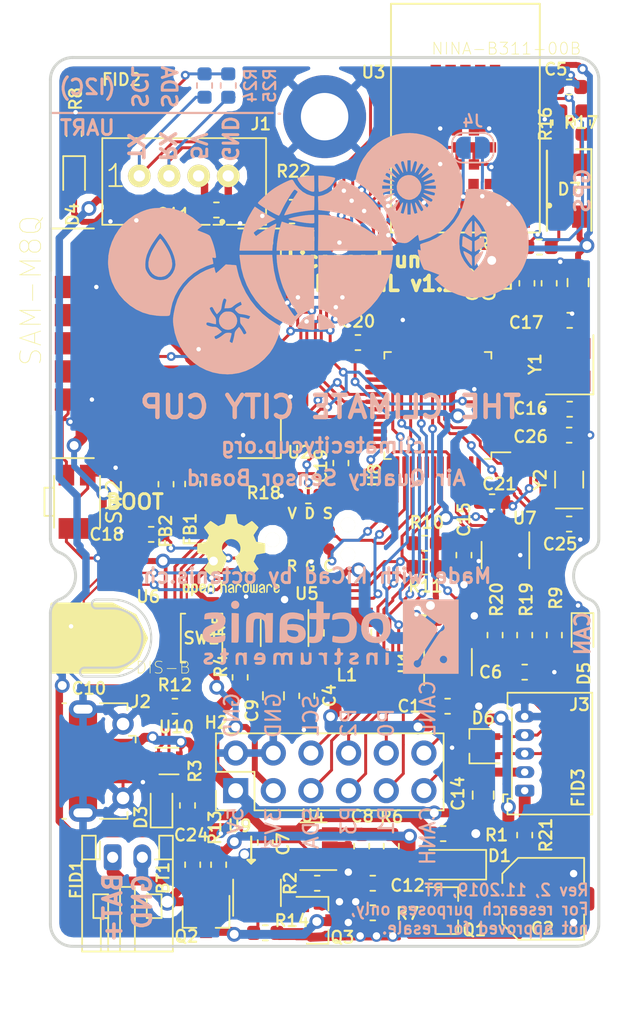
<source format=kicad_pcb>
(kicad_pcb (version 20171130) (host pcbnew "(5.0.1-3-g963ef8bb5)")
  (layers (0 F.Cu signal) (31 B.Cu signal) (35 F.Paste user hide) (36 B.SilkS user hide) (37 F.SilkS user hide) (38 B.Mask user) (39 F.Mask user hide) (44 Edge.Cuts user))
  (net 0 "")
  (net 1 VBUS)
  (net 2 GND)
  (net 3 +3V3)
  (net 4 /CAN_SILENT)
  (net 5 /CAN_SHDN)
  (net 6 /CAN_RX)
  (net 7 /CAN_TX)
  (net 8 +5V)
  (net 9 /SDA)
  (net 10 /SCL)
  (net 11 /~RESET)
  (net 12 /SWDSWO)
  (net 13 /SWDCLK)
  (net 14 /SWDIO)
  (net 15 "Net-(D5-Pad2)")
  (net 16 /CAN_LED)
  (net 17 "Net-(FB1-Pad2)")
  (net 18 "Net-(FB2-Pad2)")
  (net 19 +BATT)
  (net 20 /BAT_MEAS)
  (net 21 "Net-(D3-Pad2)")
  (net 22 "Net-(D3-Pad1)")
  (net 23 "Net-(D4-Pad1)")
  (net 24 "Net-(L1-Pad2)")
  (net 25 /VIN)
  (net 26 "Net-(C16-Pad1)")
  (net 27 "Net-(C17-Pad2)")
  (net 28 "Net-(C22-Pad2)")
  (net 29 /USB_DM)
  (net 30 /USB_DP)
  (net 31 "Net-(R2-Pad1)")
  (net 32 "Net-(R4-Pad2)")
  (net 33 "Net-(BT1-Pad2)")
  (net 34 "Net-(C25-Pad1)")
  (net 35 "Net-(C26-Pad2)")
  (net 36 /CAN_L)
  (net 37 /CAN_H)
  (net 38 "Net-(D7-Pad2)")
  (net 39 "Net-(D7-Pad3)")
  (net 40 GPS_RX)
  (net 41 GPS_TX)
  (net 42 /~SPI_ADS_CS)
  (net 43 /SPI_SCK)
  (net 44 /SPI_MISO)
  (net 45 /SPI_MOSI)
  (net 46 "Net-(J4-Pad1)")
  (net 47 "Net-(J4-Pad2)")
  (net 48 "Net-(Q2-Pad3)")
  (net 49 "Net-(Q2-Pad1)")
  (net 50 "Net-(Q3-Pad1)")
  (net 51 "Net-(R13-Pad2)")
  (net 52 "Net-(R14-Pad1)")
  (net 53 /BLUE)
  (net 54 /RED)
  (net 55 /GREEN)
  (net 56 /GPS_TIME)
  (net 57 NINA_DTR)
  (net 58 NINA_DSR)
  (net 59 NINA_RTS)
  (net 60 NINA_CTS)
  (net 61 NINA_TX)
  (net 62 NINA_RX)
  (net 63 /5V_EN)
  (net 64 /BOOT)
  (net 65 "Net-(C6-Pad2)")
  (net 66 SPS_RX)
  (net 67 SPS_TX)
  (net 68 "Net-(J3-Pad1)")
  (net 69 "Net-(D7-Pad1)")
  (net 70 /SPS_TX_EXT)
  (net 71 /on_off)
  (module Capacitor_SMD:C_0603_1608Metric (layer F.Cu) (at 6.8 -27.8 180)
    (fp_text reference C18 (at 3 0 180) (layer F.SilkS) (effects (font (size 0.8 0.8))))
    (fp_text value 100n)
    (pad 2 smd roundrect (at 0.7875 0 180) (size 0.875 0.95) (layers F.Cu F.Paste F.Mask) (net 2 GND))
    (pad 1 smd roundrect (at -0.7875 0 180) (size 0.875 0.95) (layers F.Cu F.Paste F.Mask) (net 11 /~RESET))
  )
  (module Package_QFP:LQFP-48_7x7mm_P0.5mm (layer F.Cu) (at 26.141624 -36.5 180)
    (fp_text reference U8 (at 4.27521 -4.708376 -90) (layer F.SilkS) (effects (font (size 0.8 0.8))))
    (fp_text value STM32F303CCTx)
    (pad 48 smd roundrect (at -2.75 -4.1625 180) (size 0.3 1.475) (layers F.Cu F.Paste F.Mask) (net 3 +3V3))
    (pad 47 smd roundrect (at -2.25 -4.1625 180) (size 0.3 1.475) (layers F.Cu F.Paste F.Mask) (net 2 GND))
    (pad 46 smd roundrect (at -1.75 -4.1625 180) (size 0.3 1.475) (layers F.Cu F.Paste F.Mask) (net 7 /CAN_TX))
    (pad 45 smd roundrect (at -1.25 -4.1625 180) (size 0.3 1.475) (layers F.Cu F.Paste F.Mask) (net 6 /CAN_RX))
    (pad 44 smd roundrect (at -0.75 -4.1625 180) (size 0.3 1.475) (layers F.Cu F.Paste F.Mask) (net 64 /BOOT))
    (pad 43 smd roundrect (at -0.25 -4.1625 180) (size 0.3 1.475) (layers F.Cu F.Paste F.Mask) (net 9 /SDA))
    (pad 42 smd roundrect (at 0.25 -4.1625 180) (size 0.3 1.475) (layers F.Cu F.Paste F.Mask) (net 10 /SCL))
    (pad 41 smd roundrect (at 0.75 -4.1625 180) (size 0.3 1.475) (layers F.Cu F.Paste F.Mask))
    (pad 40 smd roundrect (at 1.25 -4.1625 180) (size 0.3 1.475) (layers F.Cu F.Paste F.Mask))
    (pad 39 smd roundrect (at 1.75 -4.1625 180) (size 0.3 1.475) (layers F.Cu F.Paste F.Mask) (net 12 /SWDSWO))
    (pad 38 smd roundrect (at 2.25 -4.1625 180) (size 0.3 1.475) (layers F.Cu F.Paste F.Mask) (net 63 /5V_EN))
    (pad 37 smd roundrect (at 2.75 -4.1625 180) (size 0.3 1.475) (layers F.Cu F.Paste F.Mask) (net 13 /SWDCLK))
    (pad 36 smd roundrect (at 4.1625 -2.75 180) (size 1.475 0.3) (layers F.Cu F.Paste F.Mask) (net 3 +3V3))
    (pad 35 smd roundrect (at 4.1625 -2.25 180) (size 1.475 0.3) (layers F.Cu F.Paste F.Mask) (net 2 GND))
    (pad 34 smd roundrect (at 4.1625 -1.75 180) (size 1.475 0.3) (layers F.Cu F.Paste F.Mask) (net 14 /SWDIO))
    (pad 33 smd roundrect (at 4.1625 -1.25 180) (size 1.475 0.3) (layers F.Cu F.Paste F.Mask) (net 30 /USB_DP))
    (pad 32 smd roundrect (at 4.1625 -0.75 180) (size 1.475 0.3) (layers F.Cu F.Paste F.Mask) (net 29 /USB_DM))
    (pad 31 smd roundrect (at 4.1625 -0.25 180) (size 1.475 0.3) (layers F.Cu F.Paste F.Mask) (net 67 SPS_TX))
    (pad 30 smd roundrect (at 4.1625 0.25 180) (size 1.475 0.3) (layers F.Cu F.Paste F.Mask) (net 66 SPS_RX))
    (pad 29 smd roundrect (at 4.1625 0.75 180) (size 1.475 0.3) (layers F.Cu F.Paste F.Mask) (net 71 /on_off))
    (pad 28 smd roundrect (at 4.1625 1.25 180) (size 1.475 0.3) (layers F.Cu F.Paste F.Mask) (net 45 /SPI_MOSI))
    (pad 27 smd roundrect (at 4.1625 1.75 180) (size 1.475 0.3) (layers F.Cu F.Paste F.Mask) (net 44 /SPI_MISO))
    (pad 26 smd roundrect (at 4.1625 2.25 180) (size 1.475 0.3) (layers F.Cu F.Paste F.Mask) (net 43 /SPI_SCK))
    (pad 25 smd roundrect (at 4.1625 2.75 180) (size 1.475 0.3) (layers F.Cu F.Paste F.Mask) (net 42 /~SPI_ADS_CS))
    (pad 24 smd roundrect (at 2.75 4.1625 180) (size 0.3 1.475) (layers F.Cu F.Paste F.Mask) (net 3 +3V3))
    (pad 23 smd roundrect (at 2.25 4.1625 180) (size 0.3 1.475) (layers F.Cu F.Paste F.Mask) (net 2 GND))
    (pad 22 smd roundrect (at 1.75 4.1625 180) (size 0.3 1.475) (layers F.Cu F.Paste F.Mask) (net 41 GPS_TX))
    (pad 21 smd roundrect (at 1.25 4.1625 180) (size 0.3 1.475) (layers F.Cu F.Paste F.Mask) (net 40 GPS_RX))
    (pad 20 smd roundrect (at 0.75 4.1625 180) (size 0.3 1.475) (layers F.Cu F.Paste F.Mask) (net 56 /GPS_TIME))
    (pad 19 smd roundrect (at 0.25 4.1625 180) (size 0.3 1.475) (layers F.Cu F.Paste F.Mask) (net 5 /CAN_SHDN))
    (pad 18 smd roundrect (at -0.25 4.1625 180) (size 0.3 1.475) (layers F.Cu F.Paste F.Mask) (net 4 /CAN_SILENT))
    (pad 17 smd roundrect (at -0.75 4.1625 180) (size 0.3 1.475) (layers F.Cu F.Paste F.Mask) (net 20 /BAT_MEAS))
    (pad 16 smd roundrect (at -1.25 4.1625 180) (size 0.3 1.475) (layers F.Cu F.Paste F.Mask))
    (pad 15 smd roundrect (at -1.75 4.1625 180) (size 0.3 1.475) (layers F.Cu F.Paste F.Mask) (net 58 NINA_DSR))
    (pad 14 smd roundrect (at -2.25 4.1625 180) (size 0.3 1.475) (layers F.Cu F.Paste F.Mask) (net 57 NINA_DTR))
    (pad 13 smd roundrect (at -2.75 4.1625 180) (size 0.3 1.475) (layers F.Cu F.Paste F.Mask) (net 61 NINA_TX))
    (pad 12 smd roundrect (at -4.1625 2.75 180) (size 1.475 0.3) (layers F.Cu F.Paste F.Mask) (net 62 NINA_RX))
    (pad 11 smd roundrect (at -4.1625 2.25 180) (size 1.475 0.3) (layers F.Cu F.Paste F.Mask) (net 60 NINA_CTS))
    (pad 10 smd roundrect (at -4.1625 1.75 180) (size 1.475 0.3) (layers F.Cu F.Paste F.Mask) (net 59 NINA_RTS))
    (pad 9 smd roundrect (at -4.1625 1.25 180) (size 1.475 0.3) (layers F.Cu F.Paste F.Mask) (net 28 "Net-(C22-Pad2)"))
    (pad 8 smd roundrect (at -4.1625 0.75 180) (size 1.475 0.3) (layers F.Cu F.Paste F.Mask) (net 2 GND))
    (pad 7 smd roundrect (at -4.1625 0.25 180) (size 1.475 0.3) (layers F.Cu F.Paste F.Mask) (net 11 /~RESET))
    (pad 6 smd roundrect (at -4.1625 -0.25 180) (size 1.475 0.3) (layers F.Cu F.Paste F.Mask) (net 27 "Net-(C17-Pad2)"))
    (pad 5 smd roundrect (at -4.1625 -0.75 180) (size 1.475 0.3) (layers F.Cu F.Paste F.Mask) (net 26 "Net-(C16-Pad1)"))
    (pad 4 smd roundrect (at -4.1625 -1.25 180) (size 1.475 0.3) (layers F.Cu F.Paste F.Mask) (net 35 "Net-(C26-Pad2)"))
    (pad 3 smd roundrect (at -4.1625 -1.75 180) (size 1.475 0.3) (layers F.Cu F.Paste F.Mask) (net 34 "Net-(C25-Pad1)"))
    (pad 2 smd roundrect (at -4.1625 -2.25 180) (size 1.475 0.3) (layers F.Cu F.Paste F.Mask) (net 16 /CAN_LED))
    (pad 1 smd roundrect (at -4.1625 -2.75 180) (size 1.475 0.3) (layers F.Cu F.Paste F.Mask) (net 3 +3V3))
  )
  (module Resistor_SMD:R_0603_1608Metric (layer F.Cu) (at 9.25 -9.5 270)
    (fp_text reference R3 (at -2.32 -0.51 270) (layer F.SilkS) (effects (font (size 0.8 0.8))))
    (fp_text value 430R)
    (pad 2 smd roundrect (at 0.7875 0 270) (size 0.875 0.95) (layers F.Cu F.Paste F.Mask) (net 21 "Net-(D3-Pad2)"))
    (pad 1 smd roundrect (at -0.7875 0 270) (size 0.875 0.95) (layers F.Cu F.Paste F.Mask) (net 1 VBUS))
  )
  (module Capacitor_SMD:C_0603_1608Metric (layer F.Cu) (at 27.9 -26.4 90)
    (fp_text reference C15 (at 2.4 0 90) (layer F.SilkS) (effects (font (size 0.8 0.8))))
    (fp_text value 100n)
    (pad 2 smd roundrect (at 0.7875 0 90) (size 0.875 0.95) (layers F.Cu F.Paste F.Mask) (net 3 +3V3))
    (pad 1 smd roundrect (at -0.7875 0 90) (size 0.875 0.95) (layers F.Cu F.Paste F.Mask) (net 2 GND))
  )
  (module Capacitor_SMD:C_0603_1608Metric (layer F.Cu) (at 35.03521 -36.25 180)
    (fp_text reference C16 (at 2.63521 0.05 180) (layer F.SilkS) (effects (font (size 0.8 0.8))))
    (fp_text value 12p)
    (pad 2 smd roundrect (at 0.7875 0 180) (size 0.875 0.95) (layers F.Cu F.Paste F.Mask) (net 2 GND))
    (pad 1 smd roundrect (at -0.7875 0 180) (size 0.875 0.95) (layers F.Cu F.Paste F.Mask) (net 26 "Net-(C16-Pad1)"))
  )
  (module Capacitor_SMD:C_0603_1608Metric (layer F.Cu) (at 35.03521 -42.25 180)
    (fp_text reference C17 (at 2.93521 -0.15 180) (layer F.SilkS) (effects (font (size 0.8 0.8))))
    (fp_text value 12p)
    (pad 2 smd roundrect (at 0.7875 0 180) (size 0.875 0.95) (layers F.Cu F.Paste F.Mask) (net 27 "Net-(C17-Pad2)"))
    (pad 1 smd roundrect (at -0.7875 0 180) (size 0.875 0.95) (layers F.Cu F.Paste F.Mask) (net 2 GND))
  )
  (module Capacitor_SMD:C_0603_1608Metric (layer F.Cu) (at 19.6 -32.6125 270)
    (fp_text reference C19 (at 0.2 1.35 270) (layer F.SilkS) (effects (font (size 0.8 0.8))))
    (fp_text value 100n)
    (pad 2 smd roundrect (at 0.7875 0 270) (size 0.875 0.95) (layers F.Cu F.Paste F.Mask) (net 3 +3V3))
    (pad 1 smd roundrect (at -0.7875 0 270) (size 0.875 0.95) (layers F.Cu F.Paste F.Mask) (net 2 GND))
  )
  (module Capacitor_SMD:C_0603_1608Metric (layer F.Cu) (at 20.75 -40.75)
    (fp_text reference C20 (at 0 -1.43) (layer F.SilkS) (effects (font (size 0.8 0.8))))
    (fp_text value 100n)
    (pad 2 smd roundrect (at 0.7875 0) (size 0.875 0.95) (layers F.Cu F.Paste F.Mask) (net 3 +3V3))
    (pad 1 smd roundrect (at -0.7875 0) (size 0.875 0.95) (layers F.Cu F.Paste F.Mask) (net 2 GND))
  )
  (module Capacitor_SMD:C_0603_1608Metric (layer F.Cu) (at 29.8 -30)
    (fp_text reference C21 (at 0.5 -1.2 180) (layer F.SilkS) (effects (font (size 0.8 0.8))))
    (fp_text value 100n)
    (pad 2 smd roundrect (at 0.7875 0) (size 0.875 0.95) (layers F.Cu F.Paste F.Mask) (net 3 +3V3))
    (pad 1 smd roundrect (at -0.7875 0) (size 0.875 0.95) (layers F.Cu F.Paste F.Mask) (net 2 GND))
  )
  (module Capacitor_SMD:C_0603_1608Metric (layer F.Cu) (at 32.15 -44.75 270)
    (fp_text reference C22 (at 0.05 3.65 270) (layer F.SilkS) (effects (font (size 0.8 0.8))))
    (fp_text value 1u)
    (pad 2 smd roundrect (at 0.7875 0 270) (size 0.875 0.95) (layers F.Cu F.Paste F.Mask) (net 28 "Net-(C22-Pad2)"))
    (pad 1 smd roundrect (at -0.7875 0 270) (size 0.875 0.95) (layers F.Cu F.Paste F.Mask) (net 2 GND))
  )
  (module Capacitor_SMD:C_0603_1608Metric (layer F.Cu) (at 33.65 -44.75 270)
    (fp_text reference C23 (at 0.05 4.05 270) (layer F.SilkS) (effects (font (size 0.8 0.8))))
    (fp_text value 10n)
    (pad 2 smd roundrect (at 0.7875 0 270) (size 0.875 0.95) (layers F.Cu F.Paste F.Mask) (net 28 "Net-(C22-Pad2)"))
    (pad 1 smd roundrect (at -0.7875 0 270) (size 0.875 0.95) (layers F.Cu F.Paste F.Mask) (net 2 GND))
  )
  (module Capacitor_SMD:C_0805_2012Metric (layer F.Cu) (at 29.2 -10.2 90)
    (fp_text reference C14 (at 0.1 -1.7 -90) (layer F.SilkS) (effects (font (size 0.8 0.8))))
    (fp_text value 10u)
    (pad 2 smd roundrect (at 0.9375 0 90) (size 0.975 1.4) (layers F.Cu F.Paste F.Mask) (net 8 +5V))
    (pad 1 smd roundrect (at -0.9375 0 90) (size 0.975 1.4) (layers F.Cu F.Paste F.Mask) (net 2 GND))
  )
  (module Fiducial:Fiducial_0.5mm_Mask1mm (layer F.Cu) (at 2 -2)
    (fp_text reference FID1 (at -0.25 -2.5 90) (layer F.SilkS) (effects (font (size 0.8 0.8))))
    (fp_text value Fiducial)
    (pad "" smd circle (at 0 0) (size 0.5 0.5) (layers F.Cu F.Mask) (clearance 0.25))
  )
  (module Fiducial:Fiducial_0.5mm_Mask1mm (layer F.Cu) (at 1.75 -58.5)
    (fp_text reference FID2 (at 3.05 0) (layer F.SilkS) (effects (font (size 0.8 0.8))))
    (fp_text value Fiducial)
    (pad "" smd circle (at 0 0) (size 0.5 0.5) (layers F.Cu F.Mask) (clearance 0.25))
  )
  (module MountingHole:MountingHole_3.2mm_M3_DIN965_Pad (layer F.Cu) (at 18.5 -56)
    (fp_text reference H1 (at 0 0.1) (layer F.SilkS) (effects (font (size 0.8 0.8))))
    (fp_text value MountingHole_Pad)
    (pad 1 thru_hole circle (at 0 0) (size 5.6 5.6) (drill 3.2) (layers *.Cu *.Mask) (net 2 GND))
  )
  (module Package_TO_SOT_SMD:SOT-323_SC-70 (layer F.Cu) (at 29 -13.5 180)
    (fp_text reference D6 (at -0.2 1.9 180) (layer F.SilkS) (effects (font (size 0.8 0.8))))
    (fp_text value D_TVS_x2_AAC)
    (pad 3 smd rect (at 1 0 90) (size 0.45 0.7) (layers F.Cu F.Paste F.Mask) (net 2 GND))
    (pad 2 smd rect (at -1 0.65 90) (size 0.45 0.7) (layers F.Cu F.Paste F.Mask) (net 36 /CAN_L))
    (pad 1 smd rect (at -1 -0.65 90) (size 0.45 0.7) (layers F.Cu F.Paste F.Mask) (net 37 /CAN_H))
  )
  (module lib_fp_global:octanis_instruments_logo (layer B.Cu) (at 18.9 -20.9 180)
    (fp_text reference B1 hide)
    (fp_text value OI_Logo hide)
  )
  (module Fiducial:Fiducial_0.5mm_Mask1mm (layer F.Cu) (at 35.5 -7.3)
    (fp_text reference FID3 (at 0.1 -3.4 270) (layer F.SilkS) (effects (font (size 0.8 0.8))))
    (fp_text value Fiducial)
    (pad "" smd circle (at 0 0) (size 0.5 0.5) (layers F.Cu F.Mask) (clearance 0.25))
  )
  (module lib_fp_global:TC2030-MCP-NL (layer F.Cu) (at 17.53 -27.435)
    (fp_text reference P1 hide)
    (fp_text value TC2030-MCP hide)
    (fp_text user "V D S" (at 0 -1.778) (layer F.SilkS) (effects (font (size 0.7 0.7))))
    (fp_text user "R G C" (at 0 1.778) (layer F.SilkS) (effects (font (size 0.7 0.7))))
    (pad "" np_thru_hole circle (at 2.54 1.016) (size 0.9906 0.9906) (drill 0.9906) (layers *.Cu *.Mask F.SilkS))
    (pad "" np_thru_hole circle (at 2.54 -1.016) (size 0.9906 0.9906) (drill 0.9906) (layers *.Cu *.Mask F.SilkS))
    (pad "" np_thru_hole circle (at -2.54 0) (size 0.9906 0.9906) (drill 0.9906) (layers *.Cu *.Mask F.SilkS))
    (pad 6 connect circle (at 1.27 -0.635) (size 0.7874 0.7874) (layers F.Cu F.Mask) (net 12 /SWDSWO) (clearance 0.4318))
    (pad 5 connect circle (at 1.27 0.635) (size 0.7874 0.7874) (layers F.Cu F.Mask) (net 13 /SWDCLK) (clearance 0.4318))
    (pad 4 connect circle (at 0 -0.635) (size 0.7874 0.7874) (layers F.Cu F.Mask) (net 14 /SWDIO) (clearance 0.4826))
    (pad 3 connect circle (at 0 0.635) (size 0.7874 0.7874) (layers F.Cu F.Mask) (net 2 GND) (clearance 0.4826))
    (pad 2 connect circle (at -1.27 -0.635) (size 0.7874 0.7874) (layers F.Cu F.Mask) (net 3 +3V3) (clearance 0.4826))
    (pad 1 connect circle (at -1.27 0.635) (size 0.7874 0.7874) (layers F.Cu F.Mask) (net 11 /~RESET) (clearance 0.4826))
  )
  (module Capacitor_SMD:C_Elec_5x5.4 (layer F.Cu) (at 33.25 -3.2)
    (fp_text reference C2 (at -0.05 2 -180) (layer F.SilkS) (effects (font (size 0.8 0.8))))
    (fp_text value "47u 16V")
    (pad 2 smd roundrect (at 2.0625 0) (size 2.775 1.6) (layers F.Cu F.Paste F.Mask) (roundrect_rratio 0.15625) (net 2 GND))
    (pad 1 smd roundrect (at -2.0625 0) (size 2.775 1.6) (layers F.Cu F.Paste F.Mask) (roundrect_rratio 0.15625) (net 25 /VIN))
  )
  (module Inductor_SMD:L_0805_2012Metric (layer F.Cu) (at 35.6 -44.8 270)
    (fp_text reference L2 (at -0.1 4.9 270) (layer F.SilkS) (effects (font (size 0.8 0.8))))
    (fp_text value 10uH)
    (pad 2 smd roundrect (at 0.9375 0 270) (size 0.975 1.4) (layers F.Cu F.Paste F.Mask) (net 28 "Net-(C22-Pad2)"))
    (pad 1 smd roundrect (at -0.9375 0 270) (size 0.975 1.4) (layers F.Cu F.Paste F.Mask) (net 3 +3V3))
  )
  (module Package_TO_SOT_SMD:SOT-23-8 (layer F.Cu) (at 30.7 -26.4 270)
    (fp_text reference U7 (at -2.5 -1.3) (layer F.SilkS) (effects (font (size 0.8 0.8))))
    (fp_text value TCAN330)
    (pad 8 smd rect (at 1.1 -0.98 270) (size 1.06 0.4) (layers F.Cu F.Paste F.Mask) (net 4 /CAN_SILENT))
    (pad 7 smd rect (at 1.1 -0.33 270) (size 1.06 0.4) (layers F.Cu F.Paste F.Mask) (net 37 /CAN_H))
    (pad 6 smd rect (at 1.1 0.33 270) (size 1.06 0.4) (layers F.Cu F.Paste F.Mask) (net 36 /CAN_L))
    (pad 5 smd rect (at 1.1 0.98 270) (size 1.06 0.4) (layers F.Cu F.Paste F.Mask) (net 5 /CAN_SHDN))
    (pad 4 smd rect (at -1.1 0.98 270) (size 1.06 0.4) (layers F.Cu F.Paste F.Mask) (net 6 /CAN_RX))
    (pad 3 smd rect (at -1.1 0.33 270) (size 1.06 0.4) (layers F.Cu F.Paste F.Mask) (net 3 +3V3))
    (pad 2 smd rect (at -1.1 -0.33 270) (size 1.06 0.4) (layers F.Cu F.Paste F.Mask) (net 2 GND))
    (pad 1 smd rect (at -1.1 -0.98 270) (size 1.06 0.4) (layers F.Cu F.Paste F.Mask) (net 7 /CAN_TX))
  )
  (module Crystal:Crystal_SMD_SeikoEpson_FA238-4Pin_3.2x2.5mm (layer F.Cu) (at 35.03521 -39.25 90)
    (fp_text reference Y1 (at 0.05 -2.33521 90) (layer F.SilkS) (effects (font (size 0.8 0.8))))
    (fp_text value 16M)
    (pad 4 smd rect (at -1.1 -0.8 90) (size 1.4 1.2) (layers F.Cu F.Paste F.Mask) (net 2 GND))
    (pad 3 smd rect (at 1.1 -0.8 90) (size 1.4 1.2) (layers F.Cu F.Paste F.Mask) (net 27 "Net-(C17-Pad2)"))
    (pad 2 smd rect (at 1.1 0.8 90) (size 1.4 1.2) (layers F.Cu F.Paste F.Mask) (net 2 GND))
    (pad 1 smd rect (at -1.1 0.8 90) (size 1.4 1.2) (layers F.Cu F.Paste F.Mask) (net 26 "Net-(C16-Pad1)"))
  )
  (module Resistor_SMD:R_0603_1608Metric (layer F.Cu) (at 25.25 -27.2 180)
    (fp_text reference R10 (at -0.15 1.4) (layer F.SilkS) (effects (font (size 0.8 0.8))))
    (fp_text value 4.7k)
    (pad 2 smd roundrect (at 0.7875 0 180) (size 0.875 0.95) (layers F.Cu F.Paste F.Mask) (net 9 /SDA))
    (pad 1 smd roundrect (at -0.7875 0 180) (size 0.875 0.95) (layers F.Cu F.Paste F.Mask) (net 3 +3V3))
  )
  (module Resistor_SMD:R_0603_1608Metric (layer F.Cu) (at 25.25 -25.6 180)
    (fp_text reference R11 (at -0.05 -1.3 180) (layer F.SilkS) (effects (font (size 0.8 0.8))))
    (fp_text value 4.7k)
    (pad 2 smd roundrect (at 0.7875 0 180) (size 0.875 0.95) (layers F.Cu F.Paste F.Mask) (net 10 /SCL))
    (pad 1 smd roundrect (at -0.7875 0 180) (size 0.875 0.95) (layers F.Cu F.Paste F.Mask) (net 3 +3V3))
  )
  (module LED_SMD:LED_0603_1608Metric (layer F.Cu) (at 1.6 -51.85 270)
    (fp_text reference D4 (at 2.45 0.1 90) (layer F.SilkS) (effects (font (size 0.8 0.8))))
    (fp_text value LED_green)
    (pad 1 smd roundrect (at -0.7875 0 270) (size 0.875 0.95) (layers F.Cu F.Paste F.Mask) (net 23 "Net-(D4-Pad1)"))
    (pad 2 smd roundrect (at 0.7875 0 270) (size 0.875 0.95) (layers F.Cu F.Paste F.Mask) (net 3 +3V3))
  )
  (module Resistor_SMD:R_0603_1608Metric (layer F.Cu) (at 1.6 -54.85 90)
    (fp_text reference R8 (at 2.35 0.1 90) (layer F.SilkS) (effects (font (size 0.8 0.8))))
    (fp_text value 330R)
    (pad 2 smd roundrect (at 0.7875 0 90) (size 0.875 0.95) (layers F.Cu F.Paste F.Mask) (net 2 GND))
    (pad 1 smd roundrect (at -0.7875 0 90) (size 0.875 0.95) (layers F.Cu F.Paste F.Mask) (net 23 "Net-(D4-Pad1)"))
  )
  (module Resistor_SMD:R_0603_1608Metric (layer F.Cu) (at 34 -21 270)
    (fp_text reference R9 (at -2.5 -0.1 270) (layer F.SilkS) (effects (font (size 0.8 0.8))))
    (fp_text value 330R)
    (pad 1 smd roundrect (at -0.7875 0 270) (size 0.875 0.95) (layers F.Cu F.Paste F.Mask) (net 16 /CAN_LED))
    (pad 2 smd roundrect (at 0.7875 0 270) (size 0.875 0.95) (layers F.Cu F.Paste F.Mask) (net 15 "Net-(D5-Pad2)"))
  )
  (module LED_SMD:LED_0603_1608Metric (layer F.Cu) (at 35.9 -21 270)
    (fp_text reference D5 (at 2.6 -0.1 270) (layer F.SilkS) (effects (font (size 0.8 0.8))))
    (fp_text value LED_blue)
    (pad 1 smd roundrect (at -0.7875 0 270) (size 0.875 0.95) (layers F.Cu F.Paste F.Mask) (net 2 GND))
    (pad 2 smd roundrect (at 0.7875 0 270) (size 0.875 0.95) (layers F.Cu F.Paste F.Mask) (net 15 "Net-(D5-Pad2)"))
  )
  (module LED_SMD:LED_0603_1608Metric (layer F.Cu) (at 7.5 -9.5 90)
    (fp_text reference D3 (at -0.8 -1.4 90) (layer F.SilkS) (effects (font (size 0.8 0.8))))
    (fp_text value LED_red)
    (pad 2 smd roundrect (at 0.7875 0 90) (size 0.875 0.95) (layers F.Cu F.Paste F.Mask) (net 21 "Net-(D3-Pad2)"))
    (pad 1 smd roundrect (at -0.7875 0 90) (size 0.875 0.95) (layers F.Cu F.Paste F.Mask) (net 22 "Net-(D3-Pad1)"))
  )
  (module lib_fp_global:OIBUS12_connector (layer F.Cu) (at 12.5 -10.5 90)
    (fp_text reference H2 (at 4.6 -1.3 180) (layer F.SilkS) (effects (font (size 0.8 0.8))))
    (fp_text value OIBUS_12.1_CONN)
    (fp_text user 5V (at -2.032 0 270) (layer B.SilkS) (effects (justify mirror)))
    (fp_text user 3V3 (at -2.54 2.54 270) (layer B.SilkS) (effects (justify mirror)))
    (fp_text user SDA (at -2.54 5.08 270) (layer B.SilkS) (effects (justify mirror)))
    (fp_text user P3 (at -2.032 7.62 270) (layer B.SilkS) (effects (justify mirror)))
    (fp_text user P1 (at -2.032 10.16 270) (layer B.SilkS) (effects (justify mirror)))
    (fp_text user CANH (at -3.048 12.954 270) (layer B.SilkS) (effects (justify mirror)))
    (fp_text user GND (at 5.08 -0.254 270) (layer B.SilkS) (effects (justify mirror)))
    (fp_text user GND (at 5.08 2.54 270) (layer B.SilkS) (effects (justify mirror)))
    (fp_text user SCL (at 5.08 5.08 270) (layer B.SilkS) (effects (justify mirror)))
    (fp_text user P2 (at 4.572 7.62 270) (layer B.SilkS) (effects (justify mirror)))
    (fp_text user P0 (at 4.572 10.16 270) (layer B.SilkS) (effects (justify mirror)))
    (fp_text user CANL (at 5.588 12.954 270) (layer B.SilkS) (effects (justify mirror)))
    (pad 12 thru_hole oval (at 2.54 12.7 90) (size 1.7 1.7) (drill 1) (layers *.Cu *.Mask) (net 36 /CAN_L))
    (pad 11 thru_hole oval (at 0 12.7 90) (size 1.7 1.7) (drill 1) (layers *.Cu *.Mask) (net 37 /CAN_H))
    (pad 10 thru_hole oval (at 2.54 10.16 90) (size 1.7 1.7) (drill 1) (layers *.Cu *.Mask) (net 42 /~SPI_ADS_CS))
    (pad 9 thru_hole oval (at 0 10.16 90) (size 1.7 1.7) (drill 1) (layers *.Cu *.Mask) (net 43 /SPI_SCK))
    (pad 8 thru_hole oval (at 2.54 7.62 90) (size 1.7 1.7) (drill 1) (layers *.Cu *.Mask) (net 44 /SPI_MISO))
    (pad 7 thru_hole oval (at 0 7.62 90) (size 1.7 1.7) (drill 1) (layers *.Cu *.Mask) (net 45 /SPI_MOSI))
    (pad 6 thru_hole oval (at 2.54 5.08 90) (size 1.7 1.7) (drill 1) (layers *.Cu *.Mask) (net 10 /SCL))
    (pad 5 thru_hole oval (at 0 5.08 90) (size 1.7 1.7) (drill 1) (layers *.Cu *.Mask) (net 9 /SDA))
    (pad 4 thru_hole oval (at 2.54 2.54 90) (size 1.7 1.7) (drill 1) (layers *.Cu *.Mask) (net 2 GND))
    (pad 3 thru_hole oval (at 0 2.54 90) (size 1.7 1.7) (drill 1) (layers *.Cu *.Mask) (net 3 +3V3))
    (pad 2 thru_hole oval (at 2.54 0 90) (size 1.7 1.7) (drill 1) (layers *.Cu *.Mask) (net 2 GND))
    (pad 1 thru_hole rect (at 0 0 90) (size 1.7 1.7) (drill 1) (layers *.Cu *.Mask) (net 8 +5V))
  )
  (module lib_fp:XCVR_SAM-M8Q (layer F.Cu) (at 7.8 -40.7 270)
    (fp_text reference U2 (at 7.36 -9) (layer F.SilkS) (effects (font (size 0.8 0.8))))
    (fp_text value SAM-M8Q (at -3.555 9.111 270) (layer F.SilkS) (effects (font (size 1.4 1.4) (thickness 0.05))))
    (pad 1 smd rect (at -6.6 -3.8 270) (size 1.8 1.5) (layers F.Cu F.Paste F.Mask) (net 2 GND))
    (pad 2 smd rect (at -6.6 -1.9 270) (size 1.8 1.5) (layers F.Cu F.Paste F.Mask) (net 3 +3V3))
    (pad 3 smd rect (at -6.6 0 270) (size 1.8 1.5) (layers F.Cu F.Paste F.Mask) (net 3 +3V3))
    (pad 4 smd rect (at -6.6 1.9 270) (size 1.8 1.5) (layers F.Cu F.Paste F.Mask) (net 2 GND))
    (pad 5 smd rect (at -6.6 3.8 270) (size 1.8 1.5) (layers F.Cu F.Paste F.Mask) (net 2 GND))
    (pad 15 smd rect (at 6.6 -3.8 270) (size 1.8 1.5) (layers F.Cu F.Paste F.Mask) (net 2 GND))
    (pad 14 smd rect (at 6.6 -1.9 270) (size 1.8 1.5) (layers F.Cu F.Paste F.Mask) (net 17 "Net-(FB1-Pad2)"))
    (pad 13 smd rect (at 6.6 0 270) (size 1.8 1.5) (layers F.Cu F.Paste F.Mask) (net 18 "Net-(FB2-Pad2)"))
    (pad 12 smd rect (at 6.6 1.9 270) (size 1.8 1.5) (layers F.Cu F.Paste F.Mask))
    (pad 11 smd rect (at 6.6 3.8 270) (size 1.8 1.5) (layers F.Cu F.Paste F.Mask) (net 2 GND))
    (pad 20 smd rect (at -3.8 -6.6) (size 1.8 1.5) (layers F.Cu F.Paste F.Mask) (net 2 GND))
    (pad 19 smd rect (at -1.9 -6.6) (size 1.8 1.5) (layers F.Cu F.Paste F.Mask))
    (pad 18 smd rect (at 0 -6.6) (size 1.8 1.5) (layers F.Cu F.Paste F.Mask) (net 11 /~RESET))
    (pad 17 smd rect (at 1.9 -6.6) (size 1.8 1.5) (layers F.Cu F.Paste F.Mask) (net 3 +3V3))
    (pad 16 smd rect (at 3.8 -6.6) (size 1.8 1.5) (layers F.Cu F.Paste F.Mask) (net 2 GND))
    (pad 6 smd rect (at -3.8 6.6) (size 1.8 1.5) (layers F.Cu F.Paste F.Mask) (net 2 GND))
    (pad 7 smd rect (at -1.9 6.6) (size 1.8 1.5) (layers F.Cu F.Paste F.Mask) (net 56 /GPS_TIME))
    (pad 8 smd rect (at 0 6.6) (size 1.8 1.5) (layers F.Cu F.Paste F.Mask))
    (pad 9 smd rect (at 1.9 6.6) (size 1.8 1.5) (layers F.Cu F.Paste F.Mask))
    (pad 10 smd rect (at 3.8 6.6) (size 1.8 1.5) (layers F.Cu F.Paste F.Mask) (net 2 GND))
  )
  (module lib_fp:SON50P250X250X100-9N (layer F.Cu) (at 4 -20.8)
    (fp_text reference U6 (at 2.6 -2.8) (layer F.SilkS) (effects (font (size 0.8 0.8))))
    (fp_text value SHT31-DIS-B (at 1.24193 1.9951) (layer F.SilkS) (effects (font (size 0.801244 0.801244) (thickness 0.05))))
    (fp_poly (pts (xy -0.3 -0.95) (xy 0.6 -0.95) (xy 0.6 0.95) (xy -0.6 0.95) (xy -0.6 -0.65)) (layer F.Cu) (width 0.001))
    (pad 9 smd rect (at 0 0) (size 0.2 1) (layers F.Cu F.Paste F.Mask) (net 2 GND))
    (pad 8 smd rect (at 1.2 -0.75 180) (size 0.8 0.3) (layers F.Cu F.Paste F.Mask) (net 2 GND))
    (pad 7 smd rect (at 1.2 -0.25 180) (size 0.8 0.3) (layers F.Cu F.Paste F.Mask) (net 2 GND))
    (pad 6 smd rect (at 1.2 0.25 180) (size 0.8 0.3) (layers F.Cu F.Paste F.Mask))
    (pad 5 smd rect (at 1.2 0.75 180) (size 0.8 0.3) (layers F.Cu F.Paste F.Mask) (net 3 +3V3))
    (pad 4 smd rect (at -1.2 0.75) (size 0.8 0.3) (layers F.Cu F.Paste F.Mask) (net 10 /SCL))
    (pad 3 smd rect (at -1.2 0.25) (size 0.8 0.3) (layers F.Cu F.Paste F.Mask))
    (pad 2 smd rect (at -1.2 -0.25) (size 0.8 0.3) (layers F.Cu F.Paste F.Mask) (net 2 GND))
    (pad 1 smd rect (at -1.2 -0.75) (size 0.8 0.3) (layers F.Cu F.Paste F.Mask) (net 9 /SDA))
  )
  (module Capacitor_SMD:C_0603_1608Metric (layer F.Cu) (at 35 -58 180)
    (fp_text reference C5 (at 0.9 1.2 180) (layer F.SilkS) (effects (font (size 0.8 0.8))))
    (fp_text value 100n)
    (pad 1 smd roundrect (at -0.7875 0 180) (size 0.875 0.95) (layers F.Cu F.Paste F.Mask) (net 2 GND))
    (pad 2 smd roundrect (at 0.7875 0 180) (size 0.875 0.95) (layers F.Cu F.Paste F.Mask) (net 3 +3V3))
  )
  (module Capacitor_SMD:C_0603_1608Metric (layer F.Cu) (at 1.2 -20.2 270)
    (fp_text reference C10 (at 2.8 -1.4) (layer F.SilkS) (effects (font (size 0.8 0.8))))
    (fp_text value 100n)
    (pad 1 smd roundrect (at -0.7875 0 270) (size 0.875 0.95) (layers F.Cu F.Paste F.Mask) (net 2 GND))
    (pad 2 smd roundrect (at 0.7875 0 270) (size 0.875 0.95) (layers F.Cu F.Paste F.Mask) (net 3 +3V3))
  )
  (module Capacitor_SMD:C_0603_1608Metric (layer F.Cu) (at 11.2 -49.7 180)
    (fp_text reference C11 (at 2.9 -0.3 180) (layer F.SilkS) (effects (font (size 0.8 0.8))))
    (fp_text value 100n)
    (pad 1 smd roundrect (at -0.7875 0 180) (size 0.875 0.95) (layers F.Cu F.Paste F.Mask) (net 2 GND))
    (pad 2 smd roundrect (at 0.7875 0 180) (size 0.875 0.95) (layers F.Cu F.Paste F.Mask) (net 8 +5V))
  )
  (module Inductor_SMD:L_0603_1608Metric (layer F.Cu) (at 9.6 -31.2 90)
    (fp_text reference FB1 (at -3.066631 -0.167542 90) (layer F.SilkS) (effects (font (size 0.8 0.8))))
    (fp_text value Ferrite_Bead)
    (pad 2 smd roundrect (at 0.7875 0 90) (size 0.875 0.95) (layers F.Cu F.Paste F.Mask) (net 17 "Net-(FB1-Pad2)"))
    (pad 1 smd roundrect (at -0.7875 0 90) (size 0.875 0.95) (layers F.Cu F.Paste F.Mask) (net 40 GPS_RX))
  )
  (module Inductor_SMD:L_0603_1608Metric (layer F.Cu) (at 7.8 -31.1875 90)
    (fp_text reference FB2 (at -3.166631 -0.017542 90) (layer F.SilkS) (effects (font (size 0.8 0.8))))
    (fp_text value Ferrite_Bead)
    (pad 1 smd roundrect (at -0.7875 0 90) (size 0.875 0.95) (layers F.Cu F.Paste F.Mask) (net 41 GPS_TX))
    (pad 2 smd roundrect (at 0.7875 0 90) (size 0.875 0.95) (layers F.Cu F.Paste F.Mask) (net 18 "Net-(FB2-Pad2)"))
  )
  (module lib_fp:XCVR_NINA-B312-00B (layer F.Cu) (at 28 -54 180)
    (fp_text reference U3 (at 6.2 5 180) (layer F.SilkS) (effects (font (size 0.8 0.8))))
    (fp_text value NINA-B311-00B (at -2.76 6.592 180) (layer F.SilkS) (effects (font (size 0.8 0.8) (thickness 0.05))))
    (pad 1 smd rect (at -4.125 -4 180) (size 1.15 0.7) (layers F.Cu F.Paste F.Mask) (net 54 /RED))
    (pad 2 smd rect (at -4.125 -3 180) (size 1.15 0.7) (layers F.Cu F.Paste F.Mask))
    (pad 3 smd rect (at -4.125 -2 180) (size 1.15 0.7) (layers F.Cu F.Paste F.Mask))
    (pad 4 smd rect (at -4.125 -1 180) (size 1.15 0.7) (layers F.Cu F.Paste F.Mask))
    (pad 5 smd rect (at -4.125 0 180) (size 1.15 0.7) (layers F.Cu F.Paste F.Mask))
    (pad 6 smd rect (at -4.125 1 180) (size 1.15 0.7) (layers F.Cu F.Paste F.Mask) (net 2 GND))
    (pad 7 smd rect (at -4.125 2 180) (size 1.15 0.7) (layers F.Cu F.Paste F.Mask) (net 55 /GREEN))
    (pad 8 smd rect (at -4.125 3 180) (size 1.15 0.7) (layers F.Cu F.Paste F.Mask) (net 53 /BLUE))
    (pad 9 smd rect (at -4.125 4 180) (size 1.15 0.7) (layers F.Cu F.Paste F.Mask) (net 3 +3V3))
    (pad 10 smd rect (at -4.125 5 180) (size 1.15 0.7) (layers F.Cu F.Paste F.Mask) (net 3 +3V3))
    (pad 13 smd rect (at 0 4.925 270) (size 1.15 0.7) (layers F.Cu F.Paste F.Mask))
    (pad 11 smd rect (at -2 4.925 270) (size 1.15 0.7) (layers F.Cu F.Paste F.Mask))
    (pad 12 smd rect (at -1 4.925 270) (size 1.15 0.7) (layers F.Cu F.Paste F.Mask) (net 2 GND))
    (pad 14 smd rect (at 1 4.925 270) (size 1.15 0.7) (layers F.Cu F.Paste F.Mask) (net 2 GND))
    (pad 15 smd rect (at 2 4.925 270) (size 1.15 0.7) (layers F.Cu F.Paste F.Mask))
    (pad 16 smd rect (at 4.125 5 180) (size 1.15 0.7) (layers F.Cu F.Paste F.Mask) (net 57 NINA_DTR))
    (pad 17 smd rect (at 4.125 4 180) (size 1.15 0.7) (layers F.Cu F.Paste F.Mask) (net 58 NINA_DSR))
    (pad 18 smd rect (at 4.125 3 180) (size 1.15 0.7) (layers F.Cu F.Paste F.Mask))
    (pad 19 smd rect (at 4.125 2 180) (size 1.15 0.7) (layers F.Cu F.Paste F.Mask) (net 11 /~RESET))
    (pad 20 smd rect (at 4.125 1 180) (size 1.15 0.7) (layers F.Cu F.Paste F.Mask) (net 59 NINA_RTS))
    (pad 21 smd rect (at 4.125 0 180) (size 1.15 0.7) (layers F.Cu F.Paste F.Mask) (net 60 NINA_CTS))
    (pad 22 smd rect (at 4.125 -1 180) (size 1.15 0.7) (layers F.Cu F.Paste F.Mask) (net 61 NINA_TX))
    (pad 23 smd rect (at 4.125 -2 180) (size 1.15 0.7) (layers F.Cu F.Paste F.Mask) (net 62 NINA_RX))
    (pad 24 smd rect (at 4.125 -3 180) (size 1.15 0.7) (layers F.Cu F.Paste F.Mask))
    (pad 25 smd rect (at 4.125 -4 180) (size 1.15 0.7) (layers F.Cu F.Paste F.Mask))
    (pad 26 smd rect (at 2 -3.925 270) (size 1.15 0.7) (layers F.Cu F.Paste F.Mask) (net 2 GND))
    (pad 27 smd rect (at 1 -3.925 270) (size 1.15 0.7) (layers F.Cu F.Paste F.Mask))
    (pad 28 smd rect (at 0 -3.925 270) (size 1.15 0.7) (layers F.Cu F.Paste F.Mask) (net 47 "Net-(J4-Pad2)"))
    (pad 29 smd rect (at -1 -3.925 270) (size 1.15 0.7) (layers F.Cu F.Paste F.Mask) (net 46 "Net-(J4-Pad1)"))
    (pad 30 smd rect (at -2 -3.925 270) (size 1.15 0.7) (layers F.Cu F.Paste F.Mask) (net 2 GND))
    (pad 31 smd rect (at -2.75 -2.55 270) (size 0.7 0.7) (layers F.Cu F.Paste F.Mask))
    (pad 32 smd rect (at -2.75 -1.45 270) (size 0.7 0.7) (layers F.Cu F.Paste F.Mask))
    (pad 33 smd rect (at -2.75 -0.35 270) (size 0.7 0.7) (layers F.Cu F.Paste F.Mask))
    (pad 34 smd rect (at -2.75 0.75 270) (size 0.7 0.7) (layers F.Cu F.Paste F.Mask))
    (pad 35 smd rect (at -2.75 1.85 270) (size 0.7 0.7) (layers F.Cu F.Paste F.Mask))
    (pad 36 smd rect (at -2.75 2.95 270) (size 0.7 0.7) (layers F.Cu F.Paste F.Mask))
    (pad 37 smd rect (at 2.75 2.95 270) (size 0.7 0.7) (layers F.Cu F.Paste F.Mask))
    (pad 38 smd rect (at 2.75 1.85 270) (size 0.7 0.7) (layers F.Cu F.Paste F.Mask))
    (pad 39 smd rect (at 2.75 0.75 270) (size 0.7 0.7) (layers F.Cu F.Paste F.Mask))
    (pad 40 smd rect (at 2.75 -0.35 270) (size 0.7 0.7) (layers F.Cu F.Paste F.Mask))
    (pad 41 smd rect (at 2.75 -1.45 270) (size 0.7 0.7) (layers F.Cu F.Paste F.Mask))
    (pad 42 smd rect (at 2.75 -2.55 270) (size 0.7 0.7) (layers F.Cu F.Paste F.Mask))
    (pad 43 smd rect (at 1.65 -2.55 270) (size 0.7 0.7) (layers F.Cu F.Paste F.Mask))
    (pad 44 smd rect (at 0.55 -2.55 270) (size 0.7 0.7) (layers F.Cu F.Paste F.Mask))
    (pad 45 smd rect (at -0.55 -2.55 270) (size 0.7 0.7) (layers F.Cu F.Paste F.Mask))
    (pad 46 smd rect (at -1.65 -2.55 270) (size 0.7 0.7) (layers F.Cu F.Paste F.Mask))
    (pad 47 smd rect (at 4 -5.15 270) (size 0.7 0.7) (layers F.Cu F.Paste F.Mask))
    (pad 48 smd rect (at 3 -5.15 270) (size 0.7 0.7) (layers F.Cu F.Paste F.Mask))
    (pad 49 smd rect (at 2 -5.15 270) (size 0.7 0.7) (layers F.Cu F.Paste F.Mask))
    (pad 50 smd rect (at 1 -5.15 270) (size 0.7 0.7) (layers F.Cu F.Paste F.Mask))
    (pad 51 smd rect (at 0 -5.15 270) (size 0.7 0.7) (layers F.Cu F.Paste F.Mask))
    (pad 52 smd rect (at -1 -5.15 270) (size 0.7 0.7) (layers F.Cu F.Paste F.Mask))
    (pad 53 smd rect (at -2 -5.15 270) (size 0.7 0.7) (layers F.Cu F.Paste F.Mask) (net 2 GND))
    (pad 54 smd rect (at -3 -5.15 270) (size 0.7 0.7) (layers F.Cu F.Paste F.Mask))
    (pad 55 smd rect (at -4 -5.15 270) (size 0.7 0.7) (layers F.Cu F.Paste F.Mask))
    (pad EGP1 smd rect (at -0.575 -1.225 270) (size 0.7 0.7) (layers F.Cu F.Paste F.Mask) (net 2 GND))
    (pad EGP2 smd rect (at 0.575 -1.225 270) (size 0.7 0.7) (layers F.Cu F.Paste F.Mask) (net 2 GND))
    (pad EGP3 smd rect (at -1.725 -0.075 270) (size 0.7 0.7) (layers F.Cu F.Paste F.Mask) (net 2 GND))
    (pad EGP4 smd rect (at -0.575 -0.075 270) (size 0.7 0.7) (layers F.Cu F.Paste F.Mask) (net 2 GND))
    (pad EGP5 smd rect (at 0.575 -0.075 270) (size 0.7 0.7) (layers F.Cu F.Paste F.Mask) (net 2 GND))
    (pad EGP6 smd rect (at 1.725 -0.075 270) (size 0.7 0.7) (layers F.Cu F.Paste F.Mask) (net 2 GND))
    (pad EGP7 smd rect (at -0.575 1.075 270) (size 0.7 0.7) (layers F.Cu F.Paste F.Mask) (net 2 GND))
    (pad EGP8 smd rect (at 0.575 1.075 270) (size 0.7 0.7) (layers F.Cu F.Paste F.Mask) (net 2 GND))
    (pad EGP9 smd rect (at -1.725 2.225 270) (size 0.7 0.7) (layers F.Cu F.Paste F.Mask) (net 2 GND))
    (pad EGP10 smd rect (at -0.575 2.225 270) (size 0.7 0.7) (layers F.Cu F.Paste F.Mask) (net 2 GND))
    (pad EGP11 smd rect (at 0.575 2.225 270) (size 0.7 0.7) (layers F.Cu F.Paste F.Mask) (net 2 GND))
    (pad EGP12 smd rect (at 1.725 2.225 270) (size 0.7 0.7) (layers F.Cu F.Paste F.Mask) (net 2 GND))
  )
  (module Connector_JST:JST_PH_S2B-PH-K_1x02_P2.00mm_Horizontal (layer F.Cu) (at 4.2 -6)
    (fp_text reference BT1 (at 3.4 1.4 -90) (layer F.SilkS) (effects (font (size 0.8 0.8))))
    (fp_text value Battery_Cell)
    (pad 1 thru_hole roundrect (at 0 0) (size 1.2 1.75) (drill 0.75) (layers *.Cu *.Mask) (roundrect_rratio 0.208333) (net 19 +BATT))
    (pad 2 thru_hole oval (at 2 0) (size 1.2 1.75) (drill 0.75) (layers *.Cu *.Mask) (net 33 "Net-(BT1-Pad2)"))
  )
  (module Capacitor_SMD:C_0603_1608Metric (layer F.Cu) (at 26.8 -16.2 180)
    (fp_text reference C1 (at 2.6 0 180) (layer F.SilkS) (effects (font (size 0.8 0.8))))
    (fp_text value 1u)
    (pad 2 smd roundrect (at 0.7875 0 180) (size 0.875 0.95) (layers F.Cu F.Paste F.Mask) (net 25 /VIN))
    (pad 1 smd roundrect (at -0.7875 0 180) (size 0.875 0.95) (layers F.Cu F.Paste F.Mask) (net 2 GND))
  )
  (module Capacitor_SMD:C_0603_1608Metric (layer F.Cu) (at 26.8 -22.1 180)
    (fp_text reference C3 (at 2.1 -0.2 180) (layer F.SilkS) (effects (font (size 0.8 0.8))))
    (fp_text value 1u)
    (pad 1 smd roundrect (at -0.7875 0 180) (size 0.875 0.95) (layers F.Cu F.Paste F.Mask) (net 2 GND))
    (pad 2 smd roundrect (at 0.7875 0 180) (size 0.875 0.95) (layers F.Cu F.Paste F.Mask) (net 3 +3V3))
  )
  (module Capacitor_SMD:C_0805_2012Metric (layer F.Cu) (at 15.05 -16.9 90)
    (fp_text reference C9 (at -1 -1.45 90) (layer F.SilkS) (effects (font (size 0.8 0.8))))
    (fp_text value 10u)
    (pad 1 smd roundrect (at -0.9375 0 90) (size 0.975 1.4) (layers F.Cu F.Paste F.Mask) (net 2 GND))
    (pad 2 smd roundrect (at 0.9375 0 90) (size 0.975 1.4) (layers F.Cu F.Paste F.Mask) (net 8 +5V))
  )
  (module Capacitor_SMD:C_0603_1608Metric (layer F.Cu) (at 21.75 -4.25)
    (fp_text reference C12 (at 2.35 0.15) (layer F.SilkS) (effects (font (size 0.8 0.8))))
    (fp_text value 10n)
    (pad 1 smd roundrect (at -0.7875 0) (size 0.875 0.95) (layers F.Cu F.Paste F.Mask) (net 2 GND))
    (pad 2 smd roundrect (at 0.7875 0) (size 0.875 0.95) (layers F.Cu F.Paste F.Mask) (net 20 /BAT_MEAS))
  )
  (module Inductor_SMD:L_Wuerth_MAPI-3010 (layer F.Cu) (at 20.05 -21.15 90)
    (fp_text reference L1 (at -2.85 -0.05 180) (layer F.SilkS) (effects (font (size 0.8 0.8))))
    (fp_text value 4u7)
    (pad 1 smd rect (at -1.05 0 90) (size 1.3 3.4) (layers F.Cu F.Paste F.Mask) (net 25 /VIN))
    (pad 2 smd rect (at 1.05 0 90) (size 1.3 3.4) (layers F.Cu F.Paste F.Mask) (net 24 "Net-(L1-Pad2)"))
  )
  (module Package_TO_SOT_SMD:SOT-23 (layer F.Cu) (at 26.75 -2.4)
    (fp_text reference Q1 (at 1.85 1.3) (layer F.SilkS) (effects (font (size 0.8 0.8))))
    (fp_text value DMG3415U-7)
    (pad 1 smd rect (at -1 -0.95) (size 0.9 0.8) (layers F.Cu F.Paste F.Mask) (net 1 VBUS))
    (pad 2 smd rect (at -1 0.95) (size 0.9 0.8) (layers F.Cu F.Paste F.Mask) (net 19 +BATT))
    (pad 3 smd rect (at 1 0) (size 0.9 0.8) (layers F.Cu F.Paste F.Mask) (net 25 /VIN))
  )
  (module Resistor_SMD:R_0603_1608Metric (layer F.Cu) (at 18 -4.25)
    (fp_text reference R2 (at -1.82 0.01 90) (layer F.SilkS) (effects (font (size 0.8 0.8))))
    (fp_text value 2k)
    (pad 1 smd roundrect (at -0.7875 0) (size 0.875 0.95) (layers F.Cu F.Paste F.Mask) (net 31 "Net-(R2-Pad1)"))
    (pad 2 smd roundrect (at 0.7875 0) (size 0.875 0.95) (layers F.Cu F.Paste F.Mask) (net 2 GND))
  )
  (module Resistor_SMD:R_0603_1608Metric (layer F.Cu) (at 12.8 -18.15 90)
    (fp_text reference R4 (at 0.75 -1.3 90) (layer F.SilkS) (effects (font (size 0.8 0.8))))
    (fp_text value 976k)
    (pad 2 smd roundrect (at 0.7875 0 90) (size 0.875 0.95) (layers F.Cu F.Paste F.Mask) (net 32 "Net-(R4-Pad2)"))
    (pad 1 smd roundrect (at -0.7875 0 90) (size 0.875 0.95) (layers F.Cu F.Paste F.Mask) (net 8 +5V))
  )
  (module Resistor_SMD:R_0603_1608Metric (layer F.Cu) (at 12.8 -21.65 90)
    (fp_text reference R5 (at 0 -1.43 90) (layer F.SilkS) (effects (font (size 0.8 0.8))))
    (fp_text value 309k)
    (pad 1 smd roundrect (at -0.7875 0 90) (size 0.875 0.95) (layers F.Cu F.Paste F.Mask) (net 32 "Net-(R4-Pad2)"))
    (pad 2 smd roundrect (at 0.7875 0 90) (size 0.875 0.95) (layers F.Cu F.Paste F.Mask) (net 2 GND))
  )
  (module Resistor_SMD:R_0603_1608Metric (layer F.Cu) (at 23 -6.75 270)
    (fp_text reference R6 (at -1.99 -0.02) (layer F.SilkS) (effects (font (size 0.8 0.8))))
    (fp_text value 100k)
    (pad 2 smd roundrect (at 0.7875 0 270) (size 0.875 0.95) (layers F.Cu F.Paste F.Mask) (net 20 /BAT_MEAS))
    (pad 1 smd roundrect (at -0.7875 0 270) (size 0.875 0.95) (layers F.Cu F.Paste F.Mask) (net 19 +BATT))
  )
  (module Resistor_SMD:R_0603_1608Metric (layer F.Cu) (at 21.75 -2.25 180)
    (fp_text reference R7 (at -2.35 -0.05 180) (layer F.SilkS) (effects (font (size 0.8 0.8))))
    (fp_text value 309k)
    (pad 1 smd roundrect (at -0.7875 0 180) (size 0.875 0.95) (layers F.Cu F.Paste F.Mask) (net 20 /BAT_MEAS))
    (pad 2 smd roundrect (at 0.7875 0 180) (size 0.875 0.95) (layers F.Cu F.Paste F.Mask) (net 2 GND))
  )
  (module Package_TO_SOT_SMD:SOT-23-5 (layer F.Cu) (at 26.825001 -19.175001 90)
    (fp_text reference U1 (at 0 -2.9 90) (layer F.SilkS) (effects (font (size 0.8 0.8))))
    (fp_text value AP2112K-3.3)
    (pad 5 smd rect (at 1.1 -0.95 90) (size 1.06 0.65) (layers F.Cu F.Paste F.Mask) (net 3 +3V3))
    (pad 4 smd rect (at 1.1 0.95 90) (size 1.06 0.65) (layers F.Cu F.Paste F.Mask))
    (pad 3 smd rect (at -1.1 0.95 90) (size 1.06 0.65) (layers F.Cu F.Paste F.Mask) (net 25 /VIN))
    (pad 2 smd rect (at -1.1 0 90) (size 1.06 0.65) (layers F.Cu F.Paste F.Mask) (net 2 GND))
    (pad 1 smd rect (at -1.1 -0.95 90) (size 1.06 0.65) (layers F.Cu F.Paste F.Mask) (net 25 /VIN))
  )
  (module Package_TO_SOT_SMD:SOT-23-5 (layer F.Cu) (at 17.75 -6.75 180)
    (fp_text reference U4 (at 0.05 2.05 180) (layer F.SilkS) (effects (font (size 0.8 0.8))))
    (fp_text value MCP73831-2-OT)
    (pad 1 smd rect (at -1.1 -0.95 180) (size 1.06 0.65) (layers F.Cu F.Paste F.Mask) (net 22 "Net-(D3-Pad1)"))
    (pad 2 smd rect (at -1.1 0 180) (size 1.06 0.65) (layers F.Cu F.Paste F.Mask) (net 2 GND))
    (pad 3 smd rect (at -1.1 0.95 180) (size 1.06 0.65) (layers F.Cu F.Paste F.Mask) (net 19 +BATT))
    (pad 4 smd rect (at 1.1 0.95 180) (size 1.06 0.65) (layers F.Cu F.Paste F.Mask) (net 1 VBUS))
    (pad 5 smd rect (at 1.1 -0.95 180) (size 1.06 0.65) (layers F.Cu F.Paste F.Mask) (net 31 "Net-(R2-Pad1)"))
  )
  (module Package_TO_SOT_SMD:SOT-23-6 (layer F.Cu) (at 15.8 -21.15 270)
    (fp_text reference U5 (at -2.65 -1.5) (layer F.SilkS) (effects (font (size 0.8 0.8))))
    (fp_text value MCP1624T)
    (pad 1 smd rect (at -1.1 -0.95 270) (size 1.06 0.65) (layers F.Cu F.Paste F.Mask) (net 24 "Net-(L1-Pad2)"))
    (pad 2 smd rect (at -1.1 0 270) (size 1.06 0.65) (layers F.Cu F.Paste F.Mask) (net 2 GND))
    (pad 3 smd rect (at -1.1 0.95 270) (size 1.06 0.65) (layers F.Cu F.Paste F.Mask) (net 63 /5V_EN))
    (pad 4 smd rect (at 1.1 0.95 270) (size 1.06 0.65) (layers F.Cu F.Paste F.Mask) (net 32 "Net-(R4-Pad2)"))
    (pad 6 smd rect (at 1.1 -0.95 270) (size 1.06 0.65) (layers F.Cu F.Paste F.Mask) (net 25 /VIN))
    (pad 5 smd rect (at 1.1 0 270) (size 1.06 0.65) (layers F.Cu F.Paste F.Mask) (net 8 +5V))
  )
  (module Connector_USB:USB_Micro-B_Molex-105017-0001 (layer F.Cu) (at 3.4375 -12.5 270)
    (fp_text reference J2 (at -4 -2.6625) (layer F.SilkS) (effects (font (size 0.8 0.8))))
    (fp_text value USB_B_Micro)
    (pad 6 smd rect (at 1 1.2375 270) (size 1.5 1.9) (layers F.Cu F.Paste F.Mask) (net 2 GND))
    (pad 6 thru_hole circle (at -2.5 -1.4625 270) (size 1.45 1.45) (drill 0.85) (layers *.Cu *.Mask) (net 2 GND))
    (pad 2 smd rect (at -0.65 -1.4625 270) (size 0.4 1.35) (layers F.Cu F.Paste F.Mask) (net 29 /USB_DM))
    (pad 1 smd rect (at -1.3 -1.4625 270) (size 0.4 1.35) (layers F.Cu F.Paste F.Mask) (net 1 VBUS))
    (pad 5 smd rect (at 1.3 -1.4625 270) (size 0.4 1.35) (layers F.Cu F.Paste F.Mask) (net 2 GND))
    (pad 4 smd rect (at 0.65 -1.4625 270) (size 0.4 1.35) (layers F.Cu F.Paste F.Mask))
    (pad 3 smd rect (at 0 -1.4625 270) (size 0.4 1.35) (layers F.Cu F.Paste F.Mask) (net 30 /USB_DP))
    (pad 6 thru_hole circle (at 2.5 -1.4625 270) (size 1.45 1.45) (drill 0.85) (layers *.Cu *.Mask) (net 2 GND))
    (pad 6 smd rect (at -1 1.2375 270) (size 1.5 1.9) (layers F.Cu F.Paste F.Mask) (net 2 GND))
    (pad 6 thru_hole oval (at -3.5 1.2375 90) (size 1.2 1.9) (drill oval 0.6 1.3) (layers *.Cu *.Mask) (net 2 GND))
    (pad 6 thru_hole oval (at 3.5 1.2375 270) (size 1.2 1.9) (drill oval 0.6 1.3) (layers *.Cu *.Mask) (net 2 GND))
    (pad 6 smd rect (at 2.9 1.2375 270) (size 1.2 1.9) (layers F.Cu F.Mask) (net 2 GND))
    (pad 6 smd rect (at -2.9 1.2375 270) (size 1.2 1.9) (layers F.Cu F.Mask) (net 2 GND))
  )
  (module lib_fp_global:Molex_PicoBlade_53048-0510_1x05_P1.25mm_Horizontal (layer F.Cu) (at 32 -10.5 90)
    (fp_text reference J3 (at 5.8 3.7 180) (layer F.SilkS) (effects (font (size 0.8 0.8))))
    (fp_text value uavcan_5pins)
    (pad 1 thru_hole roundrect (at 0 0 90) (size 0.8 1.3) (drill 0.5) (layers *.Cu *.Mask) (net 68 "Net-(J3-Pad1)"))
    (pad 2 thru_hole oval (at 1.25 0 90) (size 0.8 1.3) (drill 0.5) (layers *.Cu *.Mask) (net 8 +5V))
    (pad 3 thru_hole oval (at 2.5 0 90) (size 0.8 1.3) (drill 0.5) (layers *.Cu *.Mask) (net 37 /CAN_H))
    (pad 4 thru_hole oval (at 3.75 0 90) (size 0.8 1.3) (drill 0.5) (layers *.Cu *.Mask) (net 36 /CAN_L))
    (pad 5 thru_hole oval (at 5 0 90) (size 0.8 1.3) (drill 0.5) (layers *.Cu *.Mask) (net 2 GND))
  )
  (module Resistor_SMD:R_0603_1608Metric (layer F.Cu) (at 26.5 -7.6)
    (fp_text reference R1 (at 3.6 0.1) (layer F.SilkS) (effects (font (size 0.8 0.8))))
    (fp_text value 100k)
    (pad 1 smd roundrect (at -0.7875 0) (size 0.875 0.95) (layers F.Cu F.Paste F.Mask) (net 1 VBUS))
    (pad 2 smd roundrect (at 0.7875 0) (size 0.875 0.95) (layers F.Cu F.Paste F.Mask) (net 2 GND))
  )
  (module Resistor_SMD:R_0603_1608Metric (layer F.Cu) (at 8.4 -16.2)
    (fp_text reference R12 (at 0 -1.43) (layer F.SilkS) (effects (font (size 0.8 0.8))))
    (fp_text value 4.7k)
    (pad 2 smd roundrect (at 0.7875 0) (size 0.875 0.95) (layers F.Cu F.Paste F.Mask) (net 30 /USB_DP))
    (pad 1 smd roundrect (at -0.7875 0) (size 0.875 0.95) (layers F.Cu F.Paste F.Mask) (net 3 +3V3))
  )
  (module Capacitor_SMD:C_0603_1608Metric (layer F.Cu) (at 9.6 -5.5 90)
    (fp_text reference C24 (at 2 -0.1 180) (layer F.SilkS) (effects (font (size 0.8 0.8))))
    (fp_text value 1u)
    (pad 1 smd roundrect (at -0.7875 0 90) (size 0.875 0.95) (layers F.Cu F.Paste F.Mask) (net 33 "Net-(BT1-Pad2)"))
    (pad 2 smd roundrect (at 0.7875 0 90) (size 0.875 0.95) (layers F.Cu F.Paste F.Mask) (net 19 +BATT))
  )
  (module Capacitor_SMD:C_0603_1608Metric (layer F.Cu) (at 35 -28.5)
    (fp_text reference C25 (at -0.61 1.36) (layer F.SilkS) (effects (font (size 0.8 0.8))))
    (fp_text value 10p)
    (pad 1 smd roundrect (at -0.7875 0) (size 0.875 0.95) (layers F.Cu F.Paste F.Mask) (net 34 "Net-(C25-Pad1)"))
    (pad 2 smd roundrect (at 0.7875 0) (size 0.875 0.95) (layers F.Cu F.Paste F.Mask) (net 2 GND))
  )
  (module Capacitor_SMD:C_0603_1608Metric (layer F.Cu) (at 35 -34.5 180)
    (fp_text reference C26 (at 2.6 -0.1 180) (layer F.SilkS) (effects (font (size 0.8 0.8))))
    (fp_text value 10p)
    (pad 2 smd roundrect (at 0.7875 0 180) (size 0.875 0.95) (layers F.Cu F.Paste F.Mask) (net 35 "Net-(C26-Pad2)"))
    (pad 1 smd roundrect (at -0.7875 0 180) (size 0.875 0.95) (layers F.Cu F.Paste F.Mask) (net 2 GND))
  )
  (module LED_SMD:LED_RGB_1210 (layer F.Cu) (at 35 -51 270)
    (fp_text reference D7 (at -0.1 0) (layer F.SilkS) (effects (font (size 0.8 0.8))))
    (fp_text value LED_RGBA)
    (pad 1 smd rect (at -1.75 -0.7 90) (size 1.5 1) (layers F.Cu F.Paste F.Mask) (net 69 "Net-(D7-Pad1)"))
    (pad 2 smd rect (at -1.75 0.7 90) (size 1.5 1) (layers F.Cu F.Paste F.Mask) (net 38 "Net-(D7-Pad2)"))
    (pad 4 smd rect (at 1.75 -0.7 90) (size 1.5 1) (layers F.Cu F.Paste F.Mask) (net 3 +3V3))
    (pad 3 smd rect (at 1.75 0.7 90) (size 1.5 1) (layers F.Cu F.Paste F.Mask) (net 39 "Net-(D7-Pad3)"))
  )
  (module Package_TO_SOT_SMD:SOT-23 (layer F.Cu) (at 10.5 -2 270)
    (fp_text reference Q2 (at 1.34 1.32) (layer F.SilkS) (effects (font (size 0.8 0.8))))
    (fp_text value NMOS)
    (pad 3 smd rect (at 1 0 270) (size 0.9 0.8) (layers F.Cu F.Paste F.Mask) (net 48 "Net-(Q2-Pad3)"))
    (pad 2 smd rect (at -1 0.95 270) (size 0.9 0.8) (layers F.Cu F.Paste F.Mask) (net 33 "Net-(BT1-Pad2)"))
    (pad 1 smd rect (at -1 -0.95 270) (size 0.9 0.8) (layers F.Cu F.Paste F.Mask) (net 49 "Net-(Q2-Pad1)"))
  )
  (module Package_TO_SOT_SMD:SOT-23 (layer F.Cu) (at 18 -1.75)
    (fp_text reference Q3 (at 1.7 1.15) (layer F.SilkS) (effects (font (size 0.8 0.8))))
    (fp_text value NMOS)
    (pad 1 smd rect (at -1 -0.95) (size 0.9 0.8) (layers F.Cu F.Paste F.Mask) (net 50 "Net-(Q3-Pad1)"))
    (pad 2 smd rect (at -1 0.95) (size 0.9 0.8) (layers F.Cu F.Paste F.Mask) (net 2 GND))
    (pad 3 smd rect (at 1 0) (size 0.9 0.8) (layers F.Cu F.Paste F.Mask) (net 48 "Net-(Q2-Pad3)"))
  )
  (module Resistor_SMD:R_0603_1608Metric (layer F.Cu) (at 11.35 -5.5 270)
    (fp_text reference R13 (at -2.5 0.25 270) (layer F.SilkS) (effects (font (size 0.8 0.8))))
    (fp_text value 430R)
    (pad 2 smd roundrect (at 0.7875 0 270) (size 0.875 0.95) (layers F.Cu F.Paste F.Mask) (net 51 "Net-(R13-Pad2)"))
    (pad 1 smd roundrect (at -0.7875 0 270) (size 0.875 0.95) (layers F.Cu F.Paste F.Mask) (net 19 +BATT))
  )
  (module Resistor_SMD:R_0603_1608Metric (layer F.Cu) (at 14.5 -0.9)
    (fp_text reference R14 (at 1.79 -0.82) (layer F.SilkS) (effects (font (size 0.8 0.8))))
    (fp_text value 1k)
    (pad 1 smd roundrect (at -0.7875 0) (size 0.875 0.95) (layers F.Cu F.Paste F.Mask) (net 52 "Net-(R14-Pad1)"))
    (pad 2 smd roundrect (at 0.7875 0) (size 0.875 0.95) (layers F.Cu F.Paste F.Mask) (net 2 GND))
  )
  (module Resistor_SMD:R_0603_1608Metric (layer F.Cu) (at 33 -47.2)
    (fp_text reference R15 (at -3 -0.2) (layer F.SilkS) (effects (font (size 0.8 0.8))))
    (fp_text value 1k)
    (pad 1 smd roundrect (at -0.7875 0) (size 0.875 0.95) (layers F.Cu F.Paste F.Mask) (net 53 /BLUE))
    (pad 2 smd roundrect (at 0.7875 0) (size 0.875 0.95) (layers F.Cu F.Paste F.Mask) (net 39 "Net-(D7-Pad3)"))
  )
  (module Resistor_SMD:R_0603_1608Metric (layer F.Cu) (at 34.4 -55.6 270)
    (fp_text reference R16 (at 0.1 1 90) (layer F.SilkS) (effects (font (size 0.8 0.8))))
    (fp_text value 1k)
    (pad 2 smd roundrect (at 0.7875 0 270) (size 0.875 0.95) (layers F.Cu F.Paste F.Mask) (net 38 "Net-(D7-Pad2)"))
    (pad 1 smd roundrect (at -0.7875 0 270) (size 0.875 0.95) (layers F.Cu F.Paste F.Mask) (net 55 /GREEN))
  )
  (module Resistor_SMD:R_0603_1608Metric (layer F.Cu) (at 35.9 -55.6 270)
    (fp_text reference R17 (at 0 0.1 180) (layer F.SilkS) (effects (font (size 0.8 0.8))))
    (fp_text value 2k7)
    (pad 1 smd roundrect (at -0.7875 0 270) (size 0.875 0.95) (layers F.Cu F.Paste F.Mask) (net 54 /RED))
    (pad 2 smd roundrect (at 0.7875 0 270) (size 0.875 0.95) (layers F.Cu F.Paste F.Mask) (net 69 "Net-(D7-Pad1)"))
  )
  (module Resistor_SMD:R_0603_1608Metric (layer F.Cu) (at 17.4 -30.4 180)
    (fp_text reference R18 (at 3 0.2 180) (layer F.SilkS) (effects (font (size 0.8 0.8))))
    (fp_text value 4.7k)
    (pad 1 smd roundrect (at -0.7875 0 180) (size 0.875 0.95) (layers F.Cu F.Paste F.Mask) (net 64 /BOOT))
    (pad 2 smd roundrect (at 0.7875 0 180) (size 0.875 0.95) (layers F.Cu F.Paste F.Mask) (net 2 GND))
  )
  (module lib_fp:Grove_1x04 (layer F.Cu) (at 6 -52 90)
    (fp_text reference J1 (at 3.5 8.2 180) (layer F.SilkS) (effects (font (size 0.8 0.8))))
    (fp_text value Conn_01x04_Female)
    (fp_text user 1 (at 0 -1.6 180) (layer F.SilkS) (effects (font (size 1.5 1.5) (thickness 0.12))))
    (pad 1 thru_hole circle (at 0 0 90) (size 1.524 1.524) (drill 0.762) (layers *.Cu *.Mask F.SilkS) (net 66 SPS_RX))
    (pad 2 thru_hole circle (at 0 2 90) (size 1.524 1.524) (drill 0.762) (layers *.Cu *.Mask F.SilkS) (net 70 /SPS_TX_EXT))
    (pad 3 thru_hole circle (at 0 4 90) (size 1.524 1.524) (drill 0.762) (layers *.Cu *.Mask F.SilkS) (net 8 +5V))
    (pad 4 thru_hole circle (at 0 6 90) (size 1.524 1.524) (drill 0.762) (layers *.Cu *.Mask F.SilkS) (net 2 GND))
  )
  (module Package_TO_SOT_SMD:SOT-553 (layer F.Cu) (at 8 -12.5)
    (fp_text reference U10 (at 0.5 -2.3) (layer F.SilkS) (effects (font (size 0.8 0.8))))
    (fp_text value TPD3E001DRLR)
    (pad 1 smd rect (at -0.7 -0.5) (size 0.45 0.3) (layers F.Cu F.Paste F.Mask) (net 29 /USB_DM))
    (pad 3 smd rect (at -0.7 0.5) (size 0.45 0.3) (layers F.Cu F.Paste F.Mask) (net 2 GND))
    (pad 5 smd rect (at 0.7 -0.5) (size 0.45 0.3) (layers F.Cu F.Paste F.Mask) (net 1 VBUS))
    (pad 2 smd rect (at -0.7 0) (size 0.45 0.3) (layers F.Cu F.Paste F.Mask) (net 30 /USB_DP))
    (pad 4 smd rect (at 0.7 0.5) (size 0.45 0.3) (layers F.Cu F.Paste F.Mask))
  )
  (module Jumper:SolderJumper-2_P1.3mm_Open_RoundedPad1.0x1.5mm (layer B.Cu) (at 28.5 -53.9 180)
    (fp_text reference J4 (at 0 1.8 180) (layer B.SilkS) (effects (font (size 0.8 0.8)) (justify mirror)))
    (fp_text value Conn_01x02_Female)
    (pad 1 smd custom (at -0.65 0 180) (size 1 0.5) (layers B.Cu B.Mask) (net 46 "Net-(J4-Pad1)") (options (clearance outline) (anchor rect)) (primitives (gr_circle (center 0 -0.25) (end 0.5 -0.25) (width 0)) (gr_circle (center 0 0.25) (end 0.5 0.25) (width 0)) (gr_poly (pts (xy 0 0.75) (xy 0.5 0.75) (xy 0.5 -0.75) (xy 0 -0.75)) (width 0))))
    (pad 2 smd custom (at 0.65 0 180) (size 1 0.5) (layers B.Cu B.Mask) (net 47 "Net-(J4-Pad2)") (options (clearance outline) (anchor rect)) (primitives (gr_circle (center 0 -0.25) (end 0.5 -0.25) (width 0)) (gr_circle (center 0 0.25) (end 0.5 0.25) (width 0)) (gr_poly (pts (xy 0 0.75) (xy -0.5 0.75) (xy -0.5 -0.75) (xy 0 -0.75)) (width 0))))
  )
  (module Capacitor_SMD:C_0603_1608Metric (layer F.Cu) (at 32 -18.5 180)
    (fp_text reference C6 (at 2.3 0 180) (layer F.SilkS) (effects (font (size 0.8 0.8))))
    (fp_text value 100n)
    (pad 1 smd roundrect (at -0.7875 0 180) (size 0.875 0.95) (layers F.Cu F.Paste F.Mask) (net 2 GND))
    (pad 2 smd roundrect (at 0.7875 0 180) (size 0.875 0.95) (layers F.Cu F.Paste F.Mask) (net 65 "Net-(C6-Pad2)"))
  )
  (module Resistor_SMD:R_0603_1608Metric (layer F.Cu) (at 32 -21 270)
    (fp_text reference R19 (at -2.4 -0.1 270) (layer F.SilkS) (effects (font (size 0.8 0.8))))
    (fp_text value 60R)
    (pad 1 smd roundrect (at -0.7875 0 270) (size 0.875 0.95) (layers F.Cu F.Paste F.Mask) (net 37 /CAN_H))
    (pad 2 smd roundrect (at 0.7875 0 270) (size 0.875 0.95) (layers F.Cu F.Paste F.Mask) (net 65 "Net-(C6-Pad2)"))
  )
  (module Resistor_SMD:R_0603_1608Metric (layer F.Cu) (at 30 -21 90)
    (fp_text reference R20 (at 2.4 0.1 90) (layer F.SilkS) (effects (font (size 0.8 0.8))))
    (fp_text value 60R)
    (pad 2 smd roundrect (at 0.7875 0 90) (size 0.875 0.95) (layers F.Cu F.Paste F.Mask) (net 36 /CAN_L))
    (pad 1 smd roundrect (at -0.7875 0 90) (size 0.875 0.95) (layers F.Cu F.Paste F.Mask) (net 65 "Net-(C6-Pad2)"))
  )
  (module lib_fp:CCC_logo (layer B.Cu) (at 18.1 -44.6 180)
    (fp_text reference G*** hide)
    (fp_text value LOGO hide)
  )
  (module Symbol:OSHW-Logo2_7.3x6mm_SilkScreen (layer F.Cu) (at 12.2 -26.4)
    (fp_text reference REF** hide)
    (fp_text value OSHW-Logo2_7.3x6mm_SilkScreen hide)
  )
  (module Diode_SMD:D_SOD-123F (layer F.Cu) (at 27.2 -5.5 180)
    (fp_text reference D1 (at -3.1 0.6 180) (layer F.SilkS) (effects (font (size 0.8 0.8))))
    (fp_text value MBR120)
    (pad 1 smd rect (at -1.4 0 180) (size 1.1 1.1) (layers F.Cu F.Paste F.Mask) (net 25 /VIN))
    (pad 2 smd rect (at 1.4 0 180) (size 1.1 1.1) (layers F.Cu F.Paste F.Mask) (net 1 VBUS))
  )
  (module Resistor_SMD:R_0603_1608Metric (layer F.Cu) (at 32 -7.5 270)
    (fp_text reference R21 (at 0 -1.43 270) (layer F.SilkS) (effects (font (size 0.8 0.8))))
    (fp_text value DNP)
    (pad 1 smd roundrect (at -0.7875 0 270) (size 0.875 0.95) (layers F.Cu F.Paste F.Mask) (net 68 "Net-(J3-Pad1)"))
    (pad 2 smd roundrect (at 0.7875 0 270) (size 0.875 0.95) (layers F.Cu F.Paste F.Mask) (net 25 /VIN))
  )
  (module Capacitor_SMD:C_0603_1608Metric (layer F.Cu) (at 17.3 -16.9 90)
    (fp_text reference C4 (at 0.01 1.53 90) (layer F.SilkS) (effects (font (size 0.8 0.8))))
    (fp_text value 4u7)
    (pad 1 smd roundrect (at -0.7875 0 90) (size 0.875 0.95) (layers F.Cu F.Paste F.Mask) (net 2 GND))
    (pad 2 smd roundrect (at 0.7875 0 90) (size 0.875 0.95) (layers F.Cu F.Paste F.Mask) (net 25 /VIN))
  )
  (module Capacitor_SMD:C_0603_1608Metric (layer F.Cu) (at 14.5 -7 270)
    (fp_text reference C7 (at 0.1 -1.2 270) (layer F.SilkS) (effects (font (size 0.8 0.8))))
    (fp_text value 4u7)
    (pad 2 smd roundrect (at 0.7875 0 270) (size 0.875 0.95) (layers F.Cu F.Paste F.Mask) (net 2 GND))
    (pad 1 smd roundrect (at -0.7875 0 270) (size 0.875 0.95) (layers F.Cu F.Paste F.Mask) (net 1 VBUS))
  )
  (module Capacitor_SMD:C_0603_1608Metric (layer F.Cu) (at 21 -6.75 90)
    (fp_text reference C8 (at 2.02 0.04 180) (layer F.SilkS) (effects (font (size 0.8 0.8))))
    (fp_text value 4u7)
    (pad 1 smd roundrect (at -0.7875 0 90) (size 0.875 0.95) (layers F.Cu F.Paste F.Mask) (net 2 GND))
    (pad 2 smd roundrect (at 0.7875 0 90) (size 0.875 0.95) (layers F.Cu F.Paste F.Mask) (net 19 +BATT))
  )
  (module Resistor_SMD:R_0603_1608Metric (layer F.Cu) (at 16.3 -50.9)
    (fp_text reference R22 (at 0.1 -1.41) (layer F.SilkS) (effects (font (size 0.8 0.8))))
    (fp_text value 1k)
    (pad 2 smd roundrect (at 0.7875 0) (size 0.875 0.95) (layers F.Cu F.Paste F.Mask) (net 67 SPS_TX))
    (pad 1 smd roundrect (at -0.7875 0) (size 0.875 0.95) (layers F.Cu F.Paste F.Mask) (net 70 /SPS_TX_EXT))
  )
  (module Resistor_SMD:R_0603_1608Metric (layer F.Cu) (at 16.3 -49.3 180)
    (fp_text reference R23 (at -0.43 -1.44 180) (layer F.SilkS) (effects (font (size 0.8 0.8))))
    (fp_text value 2k)
    (pad 1 smd roundrect (at -0.7875 0 180) (size 0.875 0.95) (layers F.Cu F.Paste F.Mask) (net 67 SPS_TX))
    (pad 2 smd roundrect (at 0.7875 0 180) (size 0.875 0.95) (layers F.Cu F.Paste F.Mask) (net 2 GND))
  )
  (module Resistor_SMD:R_0603_1608Metric (layer B.Cu) (at 10.4 -58.1 270)
    (fp_text reference R24 (at 0 -3.1 270) (layer B.SilkS) (effects (font (size 0.8 0.8)) (justify mirror)))
    (fp_text value DNP)
    (pad 2 smd roundrect (at 0.7875 0 270) (size 0.875 0.95) (layers B.Cu B.Paste B.Mask) (net 66 SPS_RX))
    (pad 1 smd roundrect (at -0.7875 0 270) (size 0.875 0.95) (layers B.Cu B.Paste B.Mask) (net 3 +3V3))
  )
  (module Resistor_SMD:R_0603_1608Metric (layer B.Cu) (at 12 -58.1 270)
    (fp_text reference R25 (at 0 -2.8 270) (layer B.SilkS) (effects (font (size 0.8 0.8)) (justify mirror)))
    (fp_text value DNP)
    (pad 1 smd roundrect (at -0.7875 0 270) (size 0.875 0.95) (layers B.Cu B.Paste B.Mask) (net 3 +3V3))
    (pad 2 smd roundrect (at 0.7875 0 270) (size 0.875 0.95) (layers B.Cu B.Paste B.Mask) (net 70 /SPS_TX_EXT))
  )
  (module Package_TO_SOT_SMD:SOT-23-6 (layer F.Cu) (at 13.94 -3.6 90)
    (fp_text reference U9 (at 4.525 -1.175 180) (layer F.SilkS) (effects (font (size 0.8 0.8))))
    (fp_text value DW01C-G)
    (pad 1 smd rect (at -1.1 -0.95 90) (size 1.06 0.65) (layers F.Cu F.Paste F.Mask) (net 49 "Net-(Q2-Pad1)"))
    (pad 2 smd rect (at -1.1 0 90) (size 1.06 0.65) (layers F.Cu F.Paste F.Mask) (net 52 "Net-(R14-Pad1)"))
    (pad 3 smd rect (at -1.1 0.95 90) (size 1.06 0.65) (layers F.Cu F.Paste F.Mask) (net 50 "Net-(Q3-Pad1)"))
    (pad 4 smd rect (at 1.1 0.95 90) (size 1.06 0.65) (layers F.Cu F.Paste F.Mask))
    (pad 6 smd rect (at 1.1 -0.95 90) (size 1.06 0.65) (layers F.Cu F.Paste F.Mask) (net 33 "Net-(BT1-Pad2)"))
    (pad 5 smd rect (at 1.1 0 90) (size 1.06 0.65) (layers F.Cu F.Paste F.Mask) (net 51 "Net-(R13-Pad2)"))
  )
  (module Crystal:Crystal_SMD_MicroCrystal_CC7V-T1A-2Pin_3.2x1.5mm (layer F.Cu) (at 35 -31.5 90)
    (fp_text reference Y2 (at 0 -1.95 90) (layer F.SilkS) (effects (font (size 0.8 0.8))))
    (fp_text value 32kHz)
    (pad 1 smd rect (at -1.25 0 90) (size 1 1.8) (layers F.Cu F.Paste F.Mask) (net 34 "Net-(C25-Pad1)"))
    (pad 2 smd rect (at 1.25 0 90) (size 1 1.8) (layers F.Cu F.Paste F.Mask) (net 35 "Net-(C26-Pad2)"))
  )
  (module Button_Switch_SMD:SW_SPST_B3U-1000P (layer F.Cu) (at 10.2 -20.8 270)
    (fp_text reference SW1 (at 0 0) (layer F.SilkS) (effects (font (size 0.8 0.8))))
    (fp_text value SW_Push)
    (pad 1 smd rect (at -1.7 0 270) (size 0.9 1.7) (layers F.Cu F.Paste F.Mask) (net 64 /BOOT))
    (pad 2 smd rect (at 1.7 0 270) (size 0.9 1.7) (layers F.Cu F.Paste F.Mask) (net 3 +3V3))
  )
  (module Button_Switch_SMD:SW_SPST_EVQP7C (layer F.Cu) (at 1.8 -30 270)
    (fp_text reference SW2 (at 0 -2.5 270) (layer F.SilkS))
    (fp_text value SW_Push)
    (pad 1 smd rect (at 1.8 -0.72 270) (size 1.4 1.05) (layers F.Cu F.Paste F.Mask) (net 71 /on_off))
    (pad 1 smd rect (at -1.8 -0.72 270) (size 1.4 1.05) (layers F.Cu F.Paste F.Mask) (net 71 /on_off))
    (pad 2 smd rect (at 1.8 0.72 270) (size 1.4 1.05) (layers F.Cu F.Paste F.Mask) (net 2 GND))
    (pad 2 smd rect (at -1.8 0.72 270) (size 1.4 1.05) (layers F.Cu F.Paste F.Mask) (net 2 GND))
    (pad "" np_thru_hole circle (at 0 -0.9 270) (size 0.7 0.7) (drill 0.7) (layers *.Cu *.Mask))
    (pad "" np_thru_hole circle (at 0 0.9 270) (size 0.7 0.7) (drill 0.7) (layers *.Cu *.Mask))
  )
  (gr_text climatecitycup.org (at 18.4 -33.8) (layer B.SilkS) (effects (font (size 1 1) (thickness 0.2)) (justify mirror)))
  (gr_text "Made with KiCad by octanis.ch\n" (at 18 -25) (layer B.SilkS) (effects (font (size 1 1) (thickness 0.2)) (justify mirror)))
  (gr_arc (start 4.2 -20.8) (end 4.2 -18.8) (angle -180) (layer Edge.Cuts) (width 0.15))
  (gr_arc (start 2.3 -18.5) (end 2.3 -18.8) (angle -180) (layer Edge.Cuts) (width 0.15))
  (gr_arc (start 3.1 -23.1) (end 3.1 -23.4) (angle -180) (layer Edge.Cuts) (width 0.15))
  (gr_line (start 2.3 -18.2) (end 4.2 -18.2) (layer Edge.Cuts) (width 0.15))
  (gr_line (start 4.2 -18.8) (end 2.3 -18.8) (layer Edge.Cuts) (width 0.15))
  (gr_line (start 3.1 -22.8) (end 4.2 -22.8) (layer Edge.Cuts) (width 0.15))
  (gr_line (start 4.2 -23.4) (end 3.1 -23.4) (layer Edge.Cuts) (width 0.15))
  (gr_arc (start 4.2 -20.8) (end 4.2 -18.2) (angle -180) (layer Edge.Cuts) (width 0.15))
  (gr_text UART (at 2.5 -55.25) (layer B.SilkS) (effects (font (size 1 1) (thickness 0.2)) (justify mirror)))
  (gr_line (start 13.3 -5.825) (end 13.55 -5.575) (layer F.SilkS) (width 0.15))
  (gr_line (start 13.8 -5.825) (end 13.3 -5.825) (layer F.SilkS) (width 0.15))
  (gr_line (start 13.55 -5.6) (end 13.8 -5.825) (layer F.SilkS) (width 0.15))
  (gr_line (start 13.55 -7.4) (end 13.55 -5.6) (layer F.SilkS) (width 0.15))
  (gr_circle (center 14.6 -47.5) (end 14.4 -47.2) (layer F.SilkS) (width 0.15))
  (gr_line (start 15.4 -56.2) (end 15.5 -56.2) (layer B.SilkS) (width 0.15))
  (gr_line (start 0 -56.25) (end 15 -56.25) (layer B.SilkS) (width 0.15))
  (gr_text SDA (at 8 -58 270) (layer B.SilkS) (effects (font (size 1 1) (thickness 0.2)) (justify mirror)))
  (gr_text RX (at 7.89 -54 270) (layer B.SilkS) (effects (font (size 1 1) (thickness 0.25)) (justify mirror)))
  (gr_text "(I2C)" (at 2.5 -58) (layer B.SilkS) (effects (font (size 1 1) (thickness 0.2)) (justify mirror)))
  (gr_text BOOT (at 5.7 -30) (layer F.SilkS) (effects (font (size 1 1) (thickness 0.2))))
  (gr_text "Licensed under\nCERN OHL v1.2" (at 21.68 -45.53) (layer F.SilkS) (effects (font (size 1 1) (thickness 0.25))))
  (gr_text "THE CLIMATE CITY CUP" (at 18.9 -36.4) (layer B.SilkS) (effects (font (size 1.5 1.5) (thickness 0.3)) (justify mirror)))
  (gr_text 5V (at 10 -54 270) (layer B.SilkS) (effects (font (size 1 1) (thickness 0.2)) (justify mirror)))
  (gr_text TX (at 5.75 -54 270) (layer B.SilkS) (effects (font (size 1 1) (thickness 0.25)) (justify mirror)))
  (gr_text GND (at 12.1 -54.5 270) (layer B.SilkS) (effects (font (size 1 1) (thickness 0.2)) (justify mirror)))
  (gr_text GPS (at 35.9 -51 90) (layer B.SilkS) (effects (font (size 1 1) (thickness 0.2)) (justify mirror)))
  (gr_text GND (at 6.2 -3 90) (layer B.SilkS) (effects (font (size 1.2 1.2) (thickness 0.25)) (justify mirror)))
  (gr_text BAT+ (at 4.2 -2.6 90) (layer B.SilkS) (effects (font (size 1.2 1.2) (thickness 0.25)) (justify mirror)))
  (gr_text SCL (at 6 -58 270) (layer B.SilkS) (effects (font (size 1 1) (thickness 0.2)) (justify mirror)))
  (gr_line (start 1.5 -59.992013) (end 35.5 -59.992013) (layer Edge.Cuts) (width 0.2))
  (gr_line (start 0 -1.492013) (end 0 -22.484025) (layer Edge.Cuts) (width 0.2))
  (gr_line (start 37 -58.492013) (end 37 -27.5) (layer Edge.Cuts) (width 0.2))
  (gr_arc (start 35.5 -58.492013) (end 37 -58.492013) (angle -90) (layer Edge.Cuts) (width 0.2))
  (gr_arc (start 1.5 -58.492013) (end 1.5 -59.992013) (angle -90) (layer Edge.Cuts) (width 0.2))
  (gr_line (start 37 -22.5) (end 37 -1.492013) (layer Edge.Cuts) (width 0.2))
  (gr_arc (start 36 -22.484025) (end 37 -22.484025) (angle -68.26153921) (layer Edge.Cuts) (width 0.2))
  (gr_arc (start 35.5 -1.492013) (end 35.5 0.007987) (angle -90) (layer Edge.Cuts) (width 0.2))
  (gr_arc (start 1 -27.5) (end 0 -27.5) (angle -68.26153921) (layer Edge.Cuts) (width 0.2))
  (gr_arc (start 0 -24.992012) (end 0.62963 -23.412909) (angle -136.5230784) (layer Edge.Cuts) (width 0.2))
  (gr_line (start 35.5 0.007987) (end 1.5 0.007987) (layer Edge.Cuts) (width 0.2))
  (gr_line (start 0 -27.5) (end 0 -58.492013) (layer Edge.Cuts) (width 0.2))
  (gr_arc (start 1 -22.484025) (end 0.62963 -23.412909) (angle -68.26153921) (layer Edge.Cuts) (width 0.2))
  (gr_arc (start 1.5 -1.492013) (end 0 -1.492013) (angle -90) (layer Edge.Cuts) (width 0.2))
  (gr_arc (start 37 -24.992012) (end 36.37037 -26.571116) (angle -136.5230784) (layer Edge.Cuts) (width 0.2))
  (gr_arc (start 36 -27.5) (end 36.37037 -26.571116) (angle -68.26153921) (layer Edge.Cuts) (width 0.2))
  (gr_text "CAN\n" (at 35.9 -21.1 90) (layer B.SilkS) (effects (font (size 1 1) (thickness 0.2)) (justify mirror)))
  (gr_text "Rev 2, 11.2019, RT\nFor research purposes only,\nnot approved for resale." (at 36.4 -2.5) (layer B.SilkS) (effects (font (size 0.8 0.75)) (justify left mirror)))
  (gr_text "Air Quality Sensor Board\n\n" (at 18.6 -30.8) (layer B.SilkS) (effects (font (size 1 1) (thickness 0.2)) (justify mirror)))
  (segment (start 8.8 -13.1) (end 8.7 -13) (width 0.2) (layer F.Cu) (net 1))
  (segment (start 8.8 -13.6) (end 8.8 -13.1) (width 0.2) (layer F.Cu) (net 1))
  (segment (start 8.8 -13.6) (end 8.8 -13.8) (width 0.6) (layer F.Cu) (net 1))
  (via (at 6.899989 -14.1) (size 0.8) (drill 0.5) (layers F.Cu B.Cu) (net 1))
  (segment (start 7.099989 -13.9) (end 6.899989 -14.1) (width 0.6) (layer B.Cu) (net 1))
  (segment (start 8.7 -13.9) (end 7.099989 -13.9) (width 0.6) (layer B.Cu) (net 1))
  (segment (start 6.334304 -14.1) (end 6.084305 -13.850001) (width 0.6) (layer F.Cu) (net 1))
  (segment (start 6.899989 -14.1) (end 6.334304 -14.1) (width 0.6) (layer F.Cu) (net 1))
  (via (at 8.8 -13.8) (size 0.8) (drill 0.5) (layers F.Cu B.Cu) (net 1))
  (segment (start 9.25 -11.274998) (end 9.602127 -11.627125) (width 0.6) (layer F.Cu) (net 1))
  (segment (start 9.3 -13.8) (end 9 -13.8) (width 0.6) (layer F.Cu) (net 1))
  (segment (start 9.602127 -13.497873) (end 9.3 -13.8) (width 0.6) (layer F.Cu) (net 1))
  (segment (start 9 -13.8) (end 8.8 -13.6) (width 0.6) (layer F.Cu) (net 1))
  (segment (start 9.602127 -11.627125) (end 9.602127 -13.497873) (width 0.6) (layer F.Cu) (net 1))
  (segment (start 9.25 -10.2875) (end 9.25 -11.274998) (width 0.6) (layer F.Cu) (net 1))
  (segment (start 6.034304 -13.8) (end 6.084305 -13.850001) (width 0.2) (layer F.Cu) (net 1))
  (segment (start 4.9 -13.8) (end 6.034304 -13.8) (width 0.2) (layer F.Cu) (net 1))
  (segment (start 25.75 -3.35) (end 25.75 -3.95) (width 0.6) (layer F.Cu) (net 1))
  (segment (start 25.7125 -3.3875) (end 25.75 -3.35) (width 0.6) (layer F.Cu) (net 1))
  (segment (start 25.7125 -7.5) (end 25.7125 -3.3875) (width 0.6) (layer F.Cu) (net 1))
  (segment (start 9.711612 -9.825888) (end 9.25 -10.2875) (width 0.6) (layer F.Cu) (net 1))
  (segment (start 13.487487 -8.800013) (end 10.737487 -8.800013) (width 0.6) (layer F.Cu) (net 1))
  (segment (start 10.737487 -8.800013) (end 9.711612 -9.825888) (width 0.6) (layer F.Cu) (net 1))
  (segment (start 14.5 -7.7875) (end 13.487487 -8.800013) (width 0.6) (layer F.Cu) (net 1))
  (segment (start 24.43749 -8.77501) (end 25.7125 -7.5) (width 0.8) (layer F.Cu) (net 1))
  (segment (start 17.761676 -8.77501) (end 24.43749 -8.77501) (width 0.8) (layer F.Cu) (net 1))
  (segment (start 16.9 -7.913334) (end 17.761676 -8.77501) (width 0.8) (layer F.Cu) (net 1))
  (segment (start 14.5625 -7.75) (end 16.6 -7.75) (width 0.8) (layer F.Cu) (net 1))
  (segment (start 35.7875 -34.71021) (end 35.7875 -34.5) (width 0.2) (layer F.Cu) (net 2))
  (segment (start 34.24771 -36.25) (end 35.7875 -34.71021) (width 0.2) (layer F.Cu) (net 2))
  (segment (start 6.85 -11.2) (end 6.3375 -11.2) (width 0.2) (layer F.Cu) (net 2))
  (segment (start 7.3 -11.65) (end 6.85 -11.2) (width 0.2) (layer F.Cu) (net 2))
  (segment (start 7.3 -12) (end 7.3 -11.65) (width 0.2) (layer F.Cu) (net 2))
  (via (at 28.9 -26) (size 0.6) (drill 0.3) (layers F.Cu B.Cu) (net 2))
  (segment (start 28.5125 -25.6125) (end 28.9 -26) (width 0.2) (layer F.Cu) (net 2))
  (segment (start 27.9 -25.6125) (end 28.5125 -25.6125) (width 0.2) (layer F.Cu) (net 2))
  (segment (start 20.0625 -6.75) (end 21 -5.8125) (width 0.6) (layer F.Cu) (net 2))
  (segment (start 18.85 -6.75) (end 20.0625 -6.75) (width 0.6) (layer F.Cu) (net 2))
  (segment (start 21 -4.2875) (end 20.9625 -4.25) (width 0.6) (layer F.Cu) (net 2))
  (segment (start 20.9625 -4.25) (end 20.9625 -2.25) (width 0.6) (layer F.Cu) (net 2))
  (segment (start 18.7875 -4.25) (end 20.9625 -4.25) (width 0.6) (layer F.Cu) (net 2))
  (via (at 28.9 -16.2) (size 0.8) (drill 0.5) (layers F.Cu B.Cu) (net 2))
  (segment (start 27.5875 -16.2) (end 28.9 -16.2) (width 0.5) (layer F.Cu) (net 2))
  (segment (start 26.825001 -16.962499) (end 27.5875 -16.2) (width 0.5) (layer F.Cu) (net 2))
  (segment (start 26.825001 -18.075001) (end 26.825001 -16.962499) (width 0.5) (layer F.Cu) (net 2))
  (via (at 27.9 -24.4) (size 0.8) (drill 0.5) (layers F.Cu B.Cu) (net 2))
  (segment (start 27.9 -25.6125) (end 27.9 -24.4) (width 0.5) (layer F.Cu) (net 2))
  (via (at 28.6 -22.3) (size 0.8) (drill 0.5) (layers F.Cu B.Cu) (net 2))
  (segment (start 28.4 -22.1) (end 28.6 -22.3) (width 0.5) (layer F.Cu) (net 2))
  (segment (start 27.5875 -22.1) (end 28.4 -22.1) (width 0.5) (layer F.Cu) (net 2))
  (segment (start 35.3125 -4.8875) (end 35.3 -4.9) (width 0.5) (layer F.Cu) (net 2))
  (via (at 35.3 -4.9) (size 0.8) (drill 0.5) (layers F.Cu B.Cu) (net 2))
  (segment (start 35.3125 -3.2) (end 35.3125 -4.8875) (width 0.5) (layer F.Cu) (net 2))
  (via (at 35.3 -1.6) (size 0.8) (drill 0.5) (layers F.Cu B.Cu) (net 2))
  (segment (start 35.3125 -1.6125) (end 35.3 -1.6) (width 0.5) (layer F.Cu) (net 2))
  (segment (start 35.3125 -3.2) (end 35.3125 -1.6125) (width 0.5) (layer F.Cu) (net 2))
  (via (at 20.1 -5) (size 0.8) (drill 0.5) (layers F.Cu B.Cu) (net 2))
  (segment (start 21 -5.2) (end 20.3 -5.2) (width 0.5) (layer F.Cu) (net 2))
  (segment (start 20.3 -5.2) (end 20.1 -5) (width 0.5) (layer F.Cu) (net 2))
  (segment (start 21 -5.8125) (end 21 -5.2) (width 0.6) (layer F.Cu) (net 2))
  (segment (start 21 -5.2) (end 21 -4.2875) (width 0.6) (layer F.Cu) (net 2))
  (segment (start 28.391624 -30.620876) (end 29.0125 -30) (width 0.2) (layer F.Cu) (net 2))
  (segment (start 28.391624 -32.3375) (end 28.391624 -30.620876) (width 0.2) (layer F.Cu) (net 2))
  (segment (start 35.8 -34.4875) (end 35.7875 -34.5) (width 0.2) (layer F.Cu) (net 2))
  (segment (start 34.24771 -38.1375) (end 34.23521 -38.15) (width 0.2) (layer F.Cu) (net 2))
  (segment (start 34.24771 -36.25) (end 34.24771 -38.1375) (width 0.2) (layer F.Cu) (net 2))
  (via (at 33.3 -36.2) (size 0.6) (drill 0.3) (layers F.Cu B.Cu) (net 2))
  (segment (start 33.35 -36.25) (end 33.3 -36.2) (width 0.2) (layer F.Cu) (net 2))
  (segment (start 34.24771 -36.25) (end 33.35 -36.25) (width 0.2) (layer F.Cu) (net 2))
  (segment (start 35.82271 -40.3625) (end 35.83521 -40.35) (width 0.2) (layer F.Cu) (net 2))
  (segment (start 35.82271 -42.25) (end 35.82271 -40.3625) (width 0.2) (layer F.Cu) (net 2))
  (via (at 35.2 -42.7) (size 0.6) (drill 0.3) (layers F.Cu B.Cu) (net 2))
  (segment (start 35.55 -42.25) (end 35.1 -42.7) (width 0.2) (layer F.Cu) (net 2))
  (segment (start 35.82271 -42.25) (end 35.55 -42.25) (width 0.2) (layer F.Cu) (net 2))
  (segment (start 32.15 -45.5375) (end 33.65 -45.5375) (width 0.2) (layer F.Cu) (net 2))
  (via (at 34.4 -46.2) (size 0.6) (drill 0.3) (layers F.Cu B.Cu) (net 2))
  (segment (start 33.7375 -45.5375) (end 34.4 -46.2) (width 0.2) (layer F.Cu) (net 2))
  (segment (start 33.65 -45.5375) (end 33.7375 -45.5375) (width 0.2) (layer F.Cu) (net 2))
  (via (at 35.1 -58.792003) (size 0.6) (drill 0.3) (layers F.Cu B.Cu) (net 2))
  (segment (start 35.7875 -58.104503) (end 35.1 -58.792003) (width 0.2) (layer F.Cu) (net 2))
  (segment (start 35.7875 -58) (end 35.7875 -58.104503) (width 0.2) (layer F.Cu) (net 2))
  (segment (start 30.875 -50.075) (end 30.9 -50.1) (width 0.2) (layer F.Cu) (net 2))
  (via (at 30.9 -50.1) (size 0.6) (drill 0.3) (layers F.Cu B.Cu) (net 2))
  (segment (start 30 -50.075) (end 30.875 -50.075) (width 0.2) (layer F.Cu) (net 2))
  (segment (start 30 -48.85) (end 30 -50.075) (width 0.2) (layer F.Cu) (net 2))
  (segment (start 25.325 -50.075) (end 25.2 -50.2) (width 0.2) (layer F.Cu) (net 2))
  (via (at 25.2 -50.2) (size 0.6) (drill 0.3) (layers F.Cu B.Cu) (net 2))
  (segment (start 26 -50.075) (end 25.325 -50.075) (width 0.2) (layer F.Cu) (net 2))
  (segment (start 27.425 -52.775) (end 27.425 -53.925) (width 0.2) (layer F.Cu) (net 2))
  (via (at 26.3 -52.8) (size 0.6) (drill 0.3) (layers F.Cu B.Cu) (net 2))
  (segment (start 26.275 -52.825) (end 26.3 -52.8) (width 0.2) (layer F.Cu) (net 2))
  (segment (start 26.275 -53.925) (end 26.275 -52.825) (width 0.2) (layer F.Cu) (net 2))
  (segment (start 26.325 -52.775) (end 26.3 -52.8) (width 0.2) (layer F.Cu) (net 2))
  (segment (start 27.425 -52.775) (end 26.325 -52.775) (width 0.2) (layer F.Cu) (net 2))
  (segment (start 27.425 -53.925) (end 26.275 -53.925) (width 0.2) (layer F.Cu) (net 2))
  (via (at 26.3 -55.2) (size 0.6) (drill 0.3) (layers F.Cu B.Cu) (net 2))
  (segment (start 26.275 -55.225) (end 26.3 -55.2) (width 0.2) (layer F.Cu) (net 2))
  (segment (start 26.275 -56.225) (end 26.275 -55.225) (width 0.2) (layer F.Cu) (net 2))
  (segment (start 26.425 -55.075) (end 26.3 -55.2) (width 0.2) (layer F.Cu) (net 2))
  (segment (start 27.425 -55.075) (end 26.425 -55.075) (width 0.2) (layer F.Cu) (net 2))
  (segment (start 27.325 -56.225) (end 26.3 -55.2) (width 0.2) (layer F.Cu) (net 2))
  (segment (start 27.425 -56.225) (end 27.325 -56.225) (width 0.2) (layer F.Cu) (net 2))
  (via (at 29.6 -55.2) (size 0.6) (drill 0.3) (layers F.Cu B.Cu) (net 2))
  (segment (start 29.475 -55.075) (end 29.6 -55.2) (width 0.2) (layer F.Cu) (net 2))
  (segment (start 28.575 -55.075) (end 29.475 -55.075) (width 0.2) (layer F.Cu) (net 2))
  (segment (start 29.725 -55.325) (end 29.6 -55.2) (width 0.2) (layer F.Cu) (net 2))
  (segment (start 29.725 -56.225) (end 29.725 -55.325) (width 0.2) (layer F.Cu) (net 2))
  (segment (start 28.575 -56.225) (end 29.6 -55.2) (width 0.2) (layer F.Cu) (net 2))
  (segment (start 27 -58.925) (end 27 -57.8) (width 0.2) (layer F.Cu) (net 2))
  (segment (start 27.425 -57.375) (end 27.425 -56.225) (width 0.2) (layer F.Cu) (net 2))
  (segment (start 27 -57.8) (end 27.425 -57.375) (width 0.2) (layer F.Cu) (net 2))
  (segment (start 28.575 -57.475) (end 28.575 -56.225) (width 0.2) (layer F.Cu) (net 2))
  (segment (start 29 -57.9) (end 28.575 -57.475) (width 0.2) (layer F.Cu) (net 2))
  (segment (start 29 -58.925) (end 29 -57.9) (width 0.2) (layer F.Cu) (net 2))
  (segment (start 20.45 -34.25) (end 19.6 -33.4) (width 0.2) (layer F.Cu) (net 2))
  (segment (start 21.979124 -34.25) (end 20.45 -34.25) (width 0.2) (layer F.Cu) (net 2))
  (via (at 18.5 -33) (size 0.6) (drill 0.3) (layers F.Cu B.Cu) (net 2))
  (segment (start 18.9 -33.4) (end 18.5 -33) (width 0.2) (layer F.Cu) (net 2))
  (segment (start 19.6 -33.4) (end 18.9 -33.4) (width 0.2) (layer F.Cu) (net 2))
  (via (at 34 -18.5) (size 0.6) (drill 0.3) (layers F.Cu B.Cu) (net 2))
  (segment (start 32.7875 -18.5) (end 34 -18.5) (width 0.2) (layer F.Cu) (net 2))
  (via (at 35.6 -23) (size 0.6) (drill 0.3) (layers F.Cu B.Cu) (net 2))
  (segment (start 35.9 -22.7) (end 35.6 -23) (width 0.2) (layer F.Cu) (net 2))
  (segment (start 35.9 -21.7875) (end 35.9 -22.7) (width 0.2) (layer F.Cu) (net 2))
  (segment (start 31.4 -26.4) (end 31.699979 -26.4) (width 0.2) (layer F.Cu) (net 2))
  (segment (start 31.03 -27.5) (end 31.03 -26.77) (width 0.2) (layer F.Cu) (net 2))
  (via (at 31.699979 -26.4) (size 0.6) (drill 0.3) (layers F.Cu B.Cu) (net 2))
  (segment (start 31.03 -26.77) (end 31.4 -26.4) (width 0.2) (layer F.Cu) (net 2))
  (via (at 3.1 -44.5) (size 0.6) (drill 0.3) (layers F.Cu B.Cu) (net 2))
  (segment (start 1.2 -44.5) (end 3.1 -44.5) (width 0.2) (layer F.Cu) (net 2))
  (via (at 23.774265 -42.274265) (size 0.6) (drill 0.3) (layers F.Cu B.Cu) (net 2))
  (segment (start 23.891624 -42.156906) (end 23.774265 -42.274265) (width 0.2) (layer F.Cu) (net 2))
  (segment (start 23.891624 -40.6625) (end 23.891624 -42.156906) (width 0.2) (layer F.Cu) (net 2))
  (via (at 20.100743 -41.899195) (size 0.6) (drill 0.3) (layers F.Cu B.Cu) (net 2))
  (segment (start 19.9625 -41.760952) (end 20.100743 -41.899195) (width 0.2) (layer F.Cu) (net 2))
  (segment (start 19.9625 -40.75) (end 19.9625 -41.760952) (width 0.2) (layer F.Cu) (net 2))
  (segment (start 12.6 -34.1) (end 13 -34.5) (width 0.2) (layer F.Cu) (net 2))
  (via (at 13 -34.5) (size 0.6) (drill 0.3) (layers F.Cu B.Cu) (net 2))
  (segment (start 11.6 -34.1) (end 12.6 -34.1) (width 0.2) (layer F.Cu) (net 2))
  (via (at 16.2 -37.1) (size 0.6) (drill 0.3) (layers F.Cu B.Cu) (net 2))
  (segment (start 16 -36.9) (end 16.2 -37.1) (width 0.2) (layer F.Cu) (net 2))
  (segment (start 14.4 -36.9) (end 16 -36.9) (width 0.2) (layer F.Cu) (net 2))
  (via (at 2.8 -36.9) (size 0.6) (drill 0.3) (layers F.Cu B.Cu) (net 2))
  (segment (start 1.2 -36.9) (end 2.8 -36.9) (width 0.2) (layer F.Cu) (net 2))
  (via (at 4.4 -32.3) (size 0.6) (drill 0.3) (layers F.Cu B.Cu) (net 2))
  (segment (start 4 -32.7) (end 4.4 -32.3) (width 0.2) (layer F.Cu) (net 2))
  (segment (start 4 -34.1) (end 4 -32.7) (width 0.2) (layer F.Cu) (net 2))
  (segment (start 4.5 -32.2) (end 4.4 -32.3) (width 0.2) (layer F.Cu) (net 2))
  (segment (start 15.05 -13.05) (end 15.04 -13.04) (width 0.2) (layer F.Cu) (net 2))
  (segment (start 15.05 -15.9625) (end 15.05 -13.05) (width 0.2) (layer F.Cu) (net 2))
  (via (at 17.1 -14.6) (size 0.6) (drill 0.3) (layers F.Cu B.Cu) (net 2))
  (segment (start 17.3 -14.8) (end 17.1 -14.6) (width 0.2) (layer F.Cu) (net 2))
  (segment (start 17.3 -15.9625) (end 17.3 -14.8) (width 0.2) (layer F.Cu) (net 2))
  (segment (start 15.05 -15.9625) (end 17.3 -15.9625) (width 0.2) (layer F.Cu) (net 2))
  (segment (start 2.2 -13.5) (end 2.2 -15.4) (width 0.2) (layer F.Cu) (net 2))
  (segment (start 2.2 -11.5) (end 2.2 -9) (width 0.2) (layer F.Cu) (net 2))
  (via (at 6.241677 -11.073899) (size 0.6) (drill 0.3) (layers F.Cu B.Cu) (net 2))
  (segment (start 6.115576 -11.2) (end 6.241677 -11.073899) (width 0.2) (layer F.Cu) (net 2))
  (segment (start 6.241677 -11.073899) (end 5.4625 -11.2) (width 0.2) (layer F.Cu) (net 2))
  (segment (start 4.9 -11.2) (end 6.115576 -11.2) (width 0.2) (layer F.Cu) (net 2))
  (segment (start 6.3375 -11.2) (end 6.241677 -11.073899) (width 0.2) (layer F.Cu) (net 2))
  (segment (start 4.9 -11.2) (end 4.9 -10) (width 0.2) (layer F.Cu) (net 2))
  (via (at 36.4 -34.5) (size 0.6) (drill 0.3) (layers F.Cu B.Cu) (net 2))
  (segment (start 35.7875 -34.5) (end 36.4 -34.5) (width 0.2) (layer F.Cu) (net 2))
  (via (at 29.736397 -29.4) (size 0.6) (drill 0.3) (layers F.Cu B.Cu) (net 2))
  (segment (start 29.136397 -30) (end 29.736397 -29.4) (width 0.2) (layer F.Cu) (net 2))
  (segment (start 29.0125 -30) (end 29.136397 -30) (width 0.2) (layer F.Cu) (net 2))
  (via (at 27.1 -13.4) (size 0.6) (drill 0.3) (layers F.Cu B.Cu) (net 2))
  (segment (start 27.2 -13.5) (end 27.1 -13.4) (width 0.2) (layer F.Cu) (net 2))
  (segment (start 28 -13.5) (end 27.2 -13.5) (width 0.2) (layer F.Cu) (net 2))
  (via (at 15.983313 -43.444503) (size 0.6) (drill 0.3) (layers F.Cu B.Cu) (net 2))
  (segment (start 15.983313 -43.868767) (end 15.983313 -43.444503) (width 0.2) (layer F.Cu) (net 2))
  (segment (start 15.5 -44.5) (end 15.983313 -44.016687) (width 0.2) (layer F.Cu) (net 2))
  (segment (start 15.983313 -44.016687) (end 15.983313 -43.868767) (width 0.2) (layer F.Cu) (net 2))
  (segment (start 14.4 -44.5) (end 15.5 -44.5) (width 0.2) (layer F.Cu) (net 2))
  (segment (start 28.575 -52.775) (end 28.575 -53.925) (width 0.2) (layer F.Cu) (net 2))
  (segment (start 29.725 -55.075) (end 29.6 -55.2) (width 0.2) (layer F.Cu) (net 2))
  (via (at 29.75 -52.6) (size 0.6) (drill 0.3) (layers F.Cu B.Cu) (net 2))
  (segment (start 29.575 -52.775) (end 29.75 -52.6) (width 0.2) (layer F.Cu) (net 2))
  (segment (start 28.575 -52.775) (end 29.575 -52.775) (width 0.2) (layer F.Cu) (net 2))
  (segment (start 29.725 -53.925) (end 28.575 -53.925) (width 0.2) (layer F.Cu) (net 2))
  (via (at 28.7 -7.6) (size 1) (drill 0.6) (layers F.Cu B.Cu) (net 2))
  (segment (start 29.199999 -8.099999) (end 28.7 -7.6) (width 0.2) (layer F.Cu) (net 2))
  (segment (start 27.2875 -7.6) (end 28.7 -7.6) (width 0.6) (layer F.Cu) (net 2))
  (segment (start 29.2 -9.2625) (end 29.199999 -8.099999) (width 0.2) (layer F.Cu) (net 2))
  (segment (start 17.358264 -0.8) (end 17.558264 -0.6) (width 0.6) (layer F.Cu) (net 2))
  (segment (start 17 -0.8) (end 17.358264 -0.8) (width 0.6) (layer F.Cu) (net 2))
  (via (at 19.5 -3) (size 0.8) (drill 0.5) (layers F.Cu B.Cu) (net 2))
  (segment (start 17.558264 -0.6) (end 19.8 -0.692013) (width 0.6) (layer F.Cu) (net 2))
  (via (at 20.1 -1.6) (size 0.8) (drill 0.5) (layers F.Cu B.Cu) (net 2))
  (segment (start 20.1 -0.992013) (end 20.1 -1.6) (width 0.6) (layer F.Cu) (net 2))
  (segment (start 19.8 -0.692013) (end 20.1 -0.992013) (width 0.6) (layer F.Cu) (net 2))
  (via (at 20.9 -0.692039) (size 0.8) (drill 0.5) (layers F.Cu B.Cu) (net 2))
  (segment (start 20.9625 -0.754539) (end 20.9 -0.692039) (width 0.5) (layer F.Cu) (net 2))
  (segment (start 20.9625 -2.25) (end 20.9625 -0.754539) (width 0.5) (layer F.Cu) (net 2))
  (segment (start 19.8 -0.692013) (end 20.899974 -0.692013) (width 0.6) (layer F.Cu) (net 2))
  (segment (start 20.899974 -0.692013) (end 20.9 -0.692039) (width 0.6) (layer F.Cu) (net 2))
  (via (at 22 -0.692039) (size 0.8) (drill 0.5) (layers F.Cu B.Cu) (net 2))
  (via (at 23.1 -0.692013) (size 0.8) (drill 0.5) (layers F.Cu B.Cu) (net 2))
  (via (at 20.600008 -3) (size 0.8) (drill 0.5) (layers F.Cu B.Cu) (net 2))
  (segment (start 20.9625 -2.25) (end 20.500888 -2.711612) (width 0.6) (layer F.Cu) (net 2))
  (segment (start 20.500888 -2.711612) (end 20.500888 -2.90088) (width 0.6) (layer F.Cu) (net 2))
  (segment (start 20.500888 -2.90088) (end 20.600008 -3) (width 0.6) (layer F.Cu) (net 2))
  (segment (start 20.9 -0.692039) (end 22 -0.692039) (width 0.6) (layer F.Cu) (net 2))
  (segment (start 22.000026 -0.692013) (end 22 -0.692039) (width 0.6) (layer F.Cu) (net 2))
  (segment (start 23.1 -0.692013) (end 22.000026 -0.692013) (width 0.6) (layer F.Cu) (net 2))
  (segment (start 20.1 -2.4) (end 19.5 -3) (width 0.6) (layer F.Cu) (net 2))
  (segment (start 20.1 -1.6) (end 20.1 -2.4) (width 0.6) (layer F.Cu) (net 2))
  (segment (start 20.1 -5) (end 20.1 -3) (width 0.6) (layer F.Cu) (net 2))
  (segment (start 20.1 -3) (end 19.5 -3) (width 0.6) (layer F.Cu) (net 2))
  (segment (start 20.600008 -3) (end 20.1 -3) (width 0.6) (layer F.Cu) (net 2))
  (via (at 1.7 -56.3) (size 0.6) (drill 0.3) (layers F.Cu B.Cu) (net 2))
  (segment (start 1.6 -55.6375) (end 1.6 -56.2) (width 0.2) (layer F.Cu) (net 2))
  (segment (start 1.6 -56.2) (end 1.7 -56.3) (width 0.2) (layer F.Cu) (net 2))
  (via (at 12.799998 -48.8) (size 0.6) (drill 0.3) (layers F.Cu B.Cu) (net 2))
  (segment (start 11.6 -47.45) (end 12.799998 -48.649998) (width 0.2) (layer F.Cu) (net 2))
  (segment (start 11.6 -47.3) (end 11.6 -47.45) (width 0.2) (layer F.Cu) (net 2))
  (segment (start 12.799998 -48.649998) (end 12.799998 -48.8) (width 0.2) (layer F.Cu) (net 2))
  (via (at 5.8 -48.99999) (size 0.6) (drill 0.3) (layers F.Cu B.Cu) (net 2))
  (segment (start 5.9 -48.89999) (end 5.8 -48.99999) (width 0.2) (layer F.Cu) (net 2))
  (segment (start 5.9 -47.3) (end 5.9 -48.89999) (width 0.2) (layer F.Cu) (net 2))
  (segment (start 12 -49.7125) (end 11.9875 -49.7) (width 0.5) (layer F.Cu) (net 2))
  (segment (start 12 -51.8) (end 12 -49.7125) (width 0.5) (layer F.Cu) (net 2))
  (via (at 14.3 -49.3) (size 0.6) (drill 0.3) (layers F.Cu B.Cu) (net 2))
  (segment (start 15.5125 -49.3) (end 14.3 -49.3) (width 0.2) (layer F.Cu) (net 2))
  (segment (start 4 -48.878034) (end 4.050148 -48.928182) (width 0.2) (layer F.Cu) (net 2))
  (via (at 4.050148 -48.928182) (size 0.6) (drill 0.3) (layers F.Cu B.Cu) (net 2))
  (segment (start 4 -47.3) (end 4 -48.878034) (width 0.2) (layer F.Cu) (net 2))
  (via (at 13.1 -6.2) (size 0.8) (drill 0.6) (layers F.Cu B.Cu) (net 2))
  (segment (start 13.665685 -6.2) (end 13.1 -6.2) (width 0.6) (layer F.Cu) (net 2))
  (segment (start 14.1125 -6.2) (end 13.665685 -6.2) (width 0.6) (layer F.Cu) (net 2))
  (segment (start 16.98 -0.82) (end 17 -0.8) (width 0.8) (layer F.Cu) (net 2))
  (segment (start 15.4675 -0.82) (end 16.98 -0.82) (width 0.8) (layer F.Cu) (net 2))
  (segment (start 15.2875 -1) (end 15.4675 -0.82) (width 0.8) (layer F.Cu) (net 2))
  (via (at 35.75 -27.45) (size 0.6) (drill 0.3) (layers F.Cu B.Cu) (net 2))
  (segment (start 35.7875 -27.4875) (end 35.75 -27.45) (width 0.2) (layer F.Cu) (net 2))
  (segment (start 35.7875 -28.5) (end 35.7875 -27.4875) (width 0.2) (layer F.Cu) (net 2))
  (segment (start 4.45 -21.05) (end 4.2 -20.8) (width 0.2) (layer F.Cu) (net 2))
  (segment (start 5.4 -21.05) (end 4.45 -21.05) (width 0.2) (layer F.Cu) (net 2))
  (segment (start 3.95 -21.05) (end 3 -21.05) (width 0.2) (layer F.Cu) (net 2))
  (segment (start 4.2 -20.8) (end 3.95 -21.05) (width 0.2) (layer F.Cu) (net 2))
  (segment (start 3.35 -21.05) (end 3.3 -21) (width 0.2) (layer F.Cu) (net 2))
  (segment (start 1.2625 -21.05) (end 1.2 -20.9875) (width 0.15) (layer F.Cu) (net 2))
  (segment (start 2.8 -21.05) (end 1.2625 -21.05) (width 0.15) (layer F.Cu) (net 2))
  (segment (start 1.2 -21.525) (end 1.268399 -21.593399) (width 0.15) (layer F.Cu) (net 2))
  (segment (start 1.268399 -21.593399) (end 1.393413 -21.593399) (width 0.15) (layer F.Cu) (net 2))
  (segment (start 1.2 -20.9875) (end 1.2 -21.525) (width 0.15) (layer F.Cu) (net 2))
  (via (at 1.393413 -21.593399) (size 0.6) (drill 0.3) (layers F.Cu B.Cu) (net 2))
  (segment (start 1.393413 -21.593399) (end 1.393413 -18.406587) (width 0.2) (layer B.Cu) (net 2))
  (segment (start 2.2 -17.6) (end 2.2 -16) (width 0.2) (layer B.Cu) (net 2))
  (segment (start 1.393413 -18.406587) (end 2.2 -17.6) (width 0.2) (layer B.Cu) (net 2))
  (segment (start 5.2 -21.55) (end 4.05 -21.55) (width 0.2) (layer F.Cu) (net 2))
  (segment (start 4 -21.5) (end 4 -20.8) (width 0.2) (layer F.Cu) (net 2))
  (segment (start 4.05 -21.55) (end 4 -21.5) (width 0.2) (layer F.Cu) (net 2))
  (via (at 15.6 -30.4) (size 0.6) (drill 0.3) (layers F.Cu B.Cu) (net 2))
  (segment (start 16.6125 -30.4) (end 15.6 -30.4) (width 0.15) (layer F.Cu) (net 2))
  (segment (start 28.95 -37.25) (end 28.899999 -37.300001) (width 0.2) (layer F.Cu) (net 2))
  (segment (start 28.899999 -37.300001) (end 28.6 -37.6) (width 0.2) (layer F.Cu) (net 2))
  (segment (start 30.304124 -37.25) (end 28.95 -37.25) (width 0.2) (layer F.Cu) (net 2))
  (via (at 28.6 -37.6) (size 0.6) (drill 0.3) (layers F.Cu B.Cu) (net 2))
  (segment (start 12.8 -23.199979) (end 12.900001 -23.29998) (width 0.2) (layer F.Cu) (net 2))
  (segment (start 12.900001 -23.29998) (end 13.2 -23.599979) (width 0.2) (layer F.Cu) (net 2))
  (via (at 13.2 -23.599979) (size 0.6) (drill 0.3) (layers F.Cu B.Cu) (net 2))
  (segment (start 12.8 -22.4375) (end 12.8 -23.199979) (width 0.2) (layer F.Cu) (net 2))
  (segment (start 15.8 -22.25) (end 15.8 -23.39996) (width 0.5) (layer F.Cu) (net 2))
  (via (at 15.8 -23.39996) (size 0.8) (drill 0.5) (layers F.Cu B.Cu) (net 2))
  (via (at 4.8 -28) (size 0.6) (drill 0.3) (layers F.Cu B.Cu) (net 2))
  (segment (start 5 -27.8) (end 4.8 -28) (width 0.2) (layer F.Cu) (net 2))
  (segment (start 6.0125 -27.8) (end 5 -27.8) (width 0.2) (layer F.Cu) (net 2))
  (segment (start 2.18 -26.2) (end 2.775736 -26.2) (width 0.2) (layer F.Cu) (net 2))
  (segment (start 1.08 -27.3) (end 2.18 -26.2) (width 0.2) (layer F.Cu) (net 2))
  (segment (start 2.775736 -26.2) (end 3.2 -26.2) (width 0.2) (layer F.Cu) (net 2))
  (segment (start 1.08 -28.2) (end 1.08 -27.3) (width 0.2) (layer F.Cu) (net 2))
  (via (at 3.2 -26.2) (size 0.6) (drill 0.3) (layers F.Cu B.Cu) (net 2))
  (segment (start 1.2 -35.95) (end 1.2 -36.9) (width 0.2) (layer F.Cu) (net 2))
  (segment (start 0.799999 -32.980001) (end 0.799999 -35.549999) (width 0.2) (layer F.Cu) (net 2))
  (segment (start 0.799999 -35.549999) (end 1.2 -35.95) (width 0.2) (layer F.Cu) (net 2))
  (segment (start 1.08 -32.7) (end 0.799999 -32.980001) (width 0.2) (layer F.Cu) (net 2))
  (segment (start 1.08 -31.8) (end 1.08 -32.7) (width 0.2) (layer F.Cu) (net 2))
  (segment (start 1.200001 -35.549999) (end 1.35 -35.4) (width 0.2) (layer F.Cu) (net 2))
  (via (at 1.35 -35.4) (size 0.6) (drill 0.3) (layers F.Cu B.Cu) (net 2))
  (segment (start 0.799999 -35.549999) (end 1.200001 -35.549999) (width 0.2) (layer F.Cu) (net 2))
  (via (at 17.6 -25.95) (size 0.6) (drill 0.3) (layers F.Cu B.Cu) (net 2))
  (segment (start 17.53 -26.8) (end 17.53 -26.02) (width 0.2) (layer F.Cu) (net 2))
  (segment (start 17.53 -26.02) (end 17.6 -25.95) (width 0.2) (layer F.Cu) (net 2))
  (segment (start 32.530316 -55) (end 33.053816 -55.5235) (width 0.2) (layer F.Cu) (net 2))
  (segment (start 32.125 -55) (end 32.530316 -55) (width 0.2) (layer F.Cu) (net 2))
  (segment (start 33.053816 -55.5235) (end 33.353815 -55.823499) (width 0.2) (layer F.Cu) (net 2))
  (via (at 33.353815 -55.823499) (size 0.6) (drill 0.3) (layers F.Cu B.Cu) (net 2))
  (segment (start 30.269999 -26.669999) (end 28.417501 -26.669999) (width 0.2) (layer F.Cu) (net 3))
  (segment (start 30.37 -26.77) (end 30.269999 -26.669999) (width 0.2) (layer F.Cu) (net 3))
  (segment (start 28.361612 -26.725888) (end 27.9 -27.1875) (width 0.2) (layer F.Cu) (net 3))
  (segment (start 28.417501 -26.669999) (end 28.361612 -26.725888) (width 0.2) (layer F.Cu) (net 3))
  (segment (start 30.37 -27.5) (end 30.37 -26.77) (width 0.2) (layer F.Cu) (net 3))
  (segment (start 25.875001 -21.962501) (end 26.0125 -22.1) (width 0.4) (layer F.Cu) (net 3))
  (segment (start 25.875001 -20.275001) (end 25.875001 -21.962501) (width 0.4) (layer F.Cu) (net 3))
  (via (at 36.2 -47.3) (size 1) (drill 0.6) (layers F.Cu B.Cu) (net 3))
  (segment (start 34.2 -58.0125) (end 34.2125 -58) (width 0.4) (layer F.Cu) (net 3))
  (segment (start 34.2 -58.6) (end 34.2 -58.0125) (width 0.4) (layer F.Cu) (net 3))
  (segment (start 10.1 -38.8) (end 14.4 -38.8) (width 0.4) (layer F.Cu) (net 3))
  (via (at 25.639663 -22.999179) (size 1) (drill 0.6) (layers F.Cu B.Cu) (net 3))
  (segment (start 25.639663 -22.999179) (end 25.639663 -22.007661) (width 0.8) (layer B.Cu) (net 3))
  (segment (start 24.432001 -20.799999) (end 23.067989 -20.799999) (width 0.8) (layer B.Cu) (net 3))
  (segment (start 23.067989 -20.799999) (end 21.2 -22.667988) (width 0.8) (layer B.Cu) (net 3))
  (segment (start 25.639663 -22.007661) (end 24.432001 -20.799999) (width 0.8) (layer B.Cu) (net 3))
  (segment (start 21.2 -25) (end 20.8 -25.4) (width 0.8) (layer B.Cu) (net 3))
  (segment (start 21.2 -22.667988) (end 21.2 -25) (width 0.8) (layer B.Cu) (net 3))
  (via (at 20.8 -25.4) (size 1) (drill 0.6) (layers F.Cu B.Cu) (net 3))
  (segment (start 26.0125 -23.6) (end 26.0125 -23.372016) (width 0.4) (layer F.Cu) (net 3))
  (segment (start 26.0125 -23.372016) (end 25.639663 -22.999179) (width 0.4) (layer F.Cu) (net 3))
  (segment (start 26.0125 -22.1) (end 26.0125 -23.6) (width 0.4) (layer F.Cu) (net 3))
  (segment (start 32.125 -58) (end 34.2125 -58) (width 0.4) (layer F.Cu) (net 3))
  (via (at 29.774954 -46.296834) (size 1) (drill 0.6) (layers F.Cu B.Cu) (net 3))
  (segment (start 22.5 -33.845094) (end 22.5 -35.136002) (width 0.4) (layer B.Cu) (net 3))
  (segment (start 22.5 -35.136002) (end 23.363998 -36) (width 0.4) (layer B.Cu) (net 3))
  (via (at 35.907159 -59.217791) (size 0.7) (drill 0.4) (layers F.Cu B.Cu) (net 3))
  (segment (start 36.2 -47.3) (end 36.2 -48.007106) (width 0.4) (layer B.Cu) (net 3))
  (segment (start 36.257158 -58.867792) (end 35.907159 -59.217791) (width 0.4) (layer B.Cu) (net 3))
  (segment (start 36.2 -48.007106) (end 36.4 -48.207106) (width 0.4) (layer B.Cu) (net 3))
  (segment (start 36.4 -48.207106) (end 36.4 -58.72495) (width 0.4) (layer B.Cu) (net 3))
  (segment (start 36.4 -58.72495) (end 36.257158 -58.867792) (width 0.4) (layer B.Cu) (net 3))
  (segment (start 35.882209 -59.217791) (end 35.907159 -59.217791) (width 0.4) (layer F.Cu) (net 3))
  (segment (start 34.692003 -59.492003) (end 35.460653 -59.492003) (width 0.4) (layer F.Cu) (net 3))
  (segment (start 35.460653 -59.492003) (end 35.635726 -59.464274) (width 0.4) (layer F.Cu) (net 3))
  (segment (start 34.2 -59) (end 34.692003 -59.492003) (width 0.4) (layer F.Cu) (net 3))
  (segment (start 35.635726 -59.464274) (end 35.882209 -59.217791) (width 0.4) (layer F.Cu) (net 3))
  (segment (start 34.2 -58.6) (end 34.2 -59) (width 0.4) (layer F.Cu) (net 3))
  (segment (start 33.7 -58.5) (end 34.1 -58.5) (width 0.4) (layer F.Cu) (net 3))
  (segment (start 33.2 -59) (end 33.7 -58.5) (width 0.4) (layer F.Cu) (net 3))
  (segment (start 34.1 -58.5) (end 34.2 -58.6) (width 0.4) (layer F.Cu) (net 3))
  (segment (start 32.125 -59) (end 33.2 -59) (width 0.4) (layer F.Cu) (net 3))
  (segment (start 21.15 -33.75) (end 21.979124 -33.75) (width 0.2) (layer F.Cu) (net 3))
  (segment (start 20.37501 -32.97501) (end 21.15 -33.75) (width 0.2) (layer F.Cu) (net 3))
  (segment (start 20.06249 -32.66249) (end 20.07113 -32.66249) (width 0.2) (layer F.Cu) (net 3))
  (segment (start 20.37501 -32.96637) (end 20.37501 -32.97501) (width 0.2) (layer F.Cu) (net 3))
  (segment (start 20.07113 -32.66249) (end 20.37501 -32.96637) (width 0.2) (layer F.Cu) (net 3))
  (segment (start 19.6 -32.2) (end 20.06249 -32.66249) (width 0.2) (layer F.Cu) (net 3))
  (segment (start 19.6 -31.825) (end 19.6 -32.2) (width 0.2) (layer F.Cu) (net 3))
  (segment (start 25.999999 -27.499999) (end 26.0125 -27.5125) (width 0.4) (layer F.Cu) (net 3))
  (segment (start 26.0125 -23.6) (end 25.999999 -23.612501) (width 0.4) (layer F.Cu) (net 3))
  (segment (start 25.999999 -23.612501) (end 25.999999 -27.499999) (width 0.4) (layer F.Cu) (net 3))
  (segment (start 26.05 -27.1875) (end 26.0375 -27.2) (width 0.4) (layer F.Cu) (net 3))
  (segment (start 27.9 -27.1875) (end 26.05 -27.1875) (width 0.4) (layer F.Cu) (net 3))
  (via (at 28.7 -29) (size 0.6) (drill 0.3) (layers F.Cu B.Cu) (net 3))
  (segment (start 28.7 -29) (end 27.831767 -29) (width 0.2) (layer B.Cu) (net 3))
  (segment (start 31.198876 -29.926124) (end 31.198876 -29.698876) (width 0.2) (layer F.Cu) (net 3))
  (segment (start 32.3 -30.8) (end 32.3 -30.900006) (width 0.2) (layer B.Cu) (net 3))
  (segment (start 30.5875 -30) (end 31.125 -30) (width 0.2) (layer F.Cu) (net 3))
  (segment (start 31.125 -30) (end 31.198876 -29.926124) (width 0.2) (layer F.Cu) (net 3))
  (via (at 32.3 -30.900006) (size 0.6) (drill 0.3) (layers F.Cu B.Cu) (net 3))
  (via (at 31.198876 -29.698876) (size 0.6) (drill 0.3) (layers F.Cu B.Cu) (net 3))
  (segment (start 31.198876 -29.698876) (end 32.3 -30.8) (width 0.2) (layer B.Cu) (net 3))
  (segment (start 9.3 -46.9) (end 9.3 -39.6) (width 0.4) (layer F.Cu) (net 3))
  (segment (start 9.7 -47.3) (end 9.3 -46.9) (width 0.4) (layer F.Cu) (net 3))
  (segment (start 23.391624 -41.808376) (end 23.391624 -40.6625) (width 0.2) (layer F.Cu) (net 3))
  (segment (start 21.5375 -40.75) (end 21.4 -40.8875) (width 0.2) (layer F.Cu) (net 3))
  (segment (start 22.9 -42.3) (end 23.391624 -41.808376) (width 0.2) (layer F.Cu) (net 3))
  (segment (start 22 -42.3) (end 22.9 -42.3) (width 0.2) (layer F.Cu) (net 3))
  (segment (start 21.4 -40.8875) (end 21.4 -41.7) (width 0.2) (layer F.Cu) (net 3))
  (segment (start 21.4 -41.7) (end 22 -42.3) (width 0.2) (layer F.Cu) (net 3))
  (segment (start 13.789999 -11.750001) (end 13.789999 -14.210001) (width 0.4) (layer F.Cu) (net 3))
  (segment (start 15.04 -10.5) (end 13.789999 -11.750001) (width 0.4) (layer F.Cu) (net 3))
  (via (at 12.5 -14.8) (size 1) (drill 0.6) (layers F.Cu B.Cu) (net 3))
  (segment (start 13.2 -14.8) (end 12.5 -14.8) (width 0.4) (layer F.Cu) (net 3))
  (segment (start 13.789999 -14.210001) (end 13.2 -14.8) (width 0.4) (layer F.Cu) (net 3))
  (via (at 11.220221 -17.479779) (size 1) (drill 0.6) (layers F.Cu B.Cu) (net 3))
  (segment (start 12.5 -16.2) (end 11.220221 -17.479779) (width 0.4) (layer B.Cu) (net 3))
  (segment (start 12.5 -14.8) (end 12.5 -16.2) (width 0.4) (layer B.Cu) (net 3))
  (segment (start 29.124264 -29) (end 28.7 -29) (width 0.2) (layer F.Cu) (net 3))
  (segment (start 29.324264 -28.8) (end 29.124264 -29) (width 0.2) (layer F.Cu) (net 3))
  (segment (start 30.2 -28.8) (end 29.324264 -28.8) (width 0.2) (layer F.Cu) (net 3))
  (segment (start 30.5875 -29.1875) (end 30.2 -28.8) (width 0.2) (layer F.Cu) (net 3))
  (segment (start 30.5875 -30) (end 30.5875 -29.1875) (width 0.2) (layer F.Cu) (net 3))
  (segment (start 30.48206 -46.296834) (end 29.774954 -46.296834) (width 0.4) (layer B.Cu) (net 3))
  (segment (start 30.896834 -46.296834) (end 30.48206 -46.296834) (width 0.4) (layer B.Cu) (net 3))
  (segment (start 31.7 -47.1) (end 30.896834 -46.296834) (width 0.4) (layer B.Cu) (net 3))
  (segment (start 36 -47.1) (end 31.7 -47.1) (width 0.4) (layer B.Cu) (net 3))
  (segment (start 36.2 -47.3) (end 36 -47.1) (width 0.4) (layer B.Cu) (net 3))
  (segment (start 10.1 -38.906004) (end 10.1 -38.8) (width 0.4) (layer F.Cu) (net 3))
  (segment (start 7.8 -47.3) (end 7.8 -41.206004) (width 0.4) (layer F.Cu) (net 3))
  (segment (start 7.8 -41.206004) (end 10.1 -38.906004) (width 0.4) (layer F.Cu) (net 3))
  (segment (start 9.3 -39.6) (end 9.68 -39.22) (width 0.4) (layer F.Cu) (net 3))
  (segment (start 9.68 -39.22) (end 10.1 -38.8) (width 0.4) (layer F.Cu) (net 3))
  (segment (start 35.6 -46.7) (end 35.9 -47) (width 0.4) (layer F.Cu) (net 3))
  (segment (start 35.9 -47) (end 36.2 -47.3) (width 0.4) (layer F.Cu) (net 3))
  (segment (start 35.6 -45.7375) (end 35.6 -46.7) (width 0.4) (layer F.Cu) (net 3))
  (segment (start 35.7 -47.8) (end 36.2 -47.3) (width 0.4) (layer F.Cu) (net 3))
  (segment (start 35.7 -49.25) (end 35.7 -47.8) (width 0.4) (layer F.Cu) (net 3))
  (segment (start 7.8 -48.6) (end 7.8 -47.3) (width 0.4) (layer F.Cu) (net 3))
  (segment (start 1.6 -49.467996) (end 2.167999 -48.899997) (width 0.4) (layer F.Cu) (net 3))
  (segment (start 2.167999 -48.899997) (end 3.032001 -48.899997) (width 0.4) (layer F.Cu) (net 3))
  (segment (start 3.032001 -48.899997) (end 3.832002 -49.7) (width 0.4) (layer F.Cu) (net 3))
  (segment (start 1.6 -51.0625) (end 1.6 -49.467996) (width 0.4) (layer F.Cu) (net 3))
  (segment (start 3.832002 -49.7) (end 6.7 -49.7) (width 0.4) (layer F.Cu) (net 3))
  (segment (start 6.7 -49.7) (end 7.8 -48.6) (width 0.4) (layer F.Cu) (net 3))
  (segment (start 12 -58.8875) (end 10.4 -58.8875) (width 0.2) (layer B.Cu) (net 3))
  (via (at 9.1 -58.799998) (size 0.6) (drill 0.3) (layers F.Cu B.Cu) (net 3))
  (segment (start 10.4 -58.8875) (end 9.187502 -58.8875) (width 0.2) (layer B.Cu) (net 3))
  (segment (start 9.187502 -58.8875) (end 9.1 -58.799998) (width 0.2) (layer B.Cu) (net 3))
  (segment (start 1.6 -51.0625) (end 9.1 -58.5625) (width 0.2) (layer F.Cu) (net 3))
  (segment (start 9.1 -58.5625) (end 9.1 -58.799998) (width 0.2) (layer F.Cu) (net 3))
  (segment (start 22.41295 -33.645094) (end 21.917877 -33.150021) (width 0.2) (layer B.Cu) (net 3))
  (segment (start 21.917877 -33.150021) (end 21.617878 -32.850022) (width 0.2) (layer B.Cu) (net 3))
  (via (at 21.617878 -32.850022) (size 0.6) (drill 0.3) (layers F.Cu B.Cu) (net 3))
  (segment (start 11.220221 -17.479779) (end 11.25 -17.509558) (width 0.4) (layer F.Cu) (net 3))
  (segment (start 5.2 -19.75) (end 4.85 -19.4) (width 0.15) (layer F.Cu) (net 3))
  (segment (start 5.2 -20.05) (end 5.2 -19.75) (width 0.15) (layer F.Cu) (net 3))
  (segment (start 4.8375 -19.4125) (end 1.2 -19.4125) (width 0.15) (layer F.Cu) (net 3))
  (segment (start 4.85 -19.4) (end 4.8375 -19.4125) (width 0.15) (layer F.Cu) (net 3))
  (segment (start 2.2 -17.6) (end 6.2125 -17.6) (width 0.15) (layer F.Cu) (net 3))
  (segment (start 1.2 -18.6) (end 2.2 -17.6) (width 0.15) (layer F.Cu) (net 3))
  (segment (start 1.2 -19.4125) (end 1.2 -18.6) (width 0.15) (layer F.Cu) (net 3))
  (segment (start 6.2125 -17.6) (end 7.6125 -19) (width 0.15) (layer F.Cu) (net 3))
  (segment (start 7.6125 -19) (end 7.6125 -16.2) (width 0.25) (layer F.Cu) (net 3))
  (segment (start 21.617878 -32.782122) (end 21.617878 -32.850022) (width 0.2) (layer F.Cu) (net 3))
  (segment (start 21.617878 -32.417878) (end 21.617878 -32.782122) (width 0.2) (layer F.Cu) (net 3))
  (segment (start 20.8 -31.6) (end 21.617878 -32.417878) (width 0.2) (layer F.Cu) (net 3))
  (segment (start 19.825 -31.6) (end 20.8 -31.6) (width 0.2) (layer F.Cu) (net 3))
  (segment (start 19.6 -31.825) (end 19.825 -31.6) (width 0.2) (layer F.Cu) (net 3))
  (segment (start 26.582503 -36) (end 26.782513 -35.79999) (width 0.4) (layer B.Cu) (net 3))
  (segment (start 23.363998 -36) (end 26.582503 -36) (width 0.4) (layer B.Cu) (net 3))
  (segment (start 11.220221 -18.079779) (end 10.2 -19.1) (width 0.4) (layer F.Cu) (net 3))
  (segment (start 11.220221 -17.479779) (end 11.220221 -18.079779) (width 0.4) (layer F.Cu) (net 3))
  (via (at 1.6 -33.799992) (size 1) (drill 0.6) (layers F.Cu B.Cu) (net 3))
  (segment (start 2.099999 -34.299991) (end 1.6 -33.799992) (width 0.8) (layer F.Cu) (net 3))
  (segment (start 2.099999 -34.807105) (end 2.099999 -34.299991) (width 0.8) (layer F.Cu) (net 3))
  (segment (start 14.4 -38.8) (end 6.092894 -38.8) (width 0.8) (layer F.Cu) (net 3))
  (segment (start 6.092894 -38.8) (end 2.099999 -34.807105) (width 0.8) (layer F.Cu) (net 3))
  (via (at 3.6 -30.600002) (size 1) (drill 0.6) (layers F.Cu B.Cu) (net 3))
  (segment (start 3.399998 -30.600002) (end 3.6 -30.600002) (width 0.4) (layer B.Cu) (net 3))
  (segment (start 1.6 -32.4) (end 3.399998 -30.600002) (width 0.4) (layer B.Cu) (net 3))
  (segment (start 1.6 -33.799992) (end 1.6 -32.4) (width 0.4) (layer B.Cu) (net 3))
  (segment (start 13.32499 -28.72499) (end 15.60501 -28.72499) (width 0.4) (layer F.Cu) (net 3))
  (segment (start 10.8 -26.2) (end 13.32499 -28.72499) (width 0.4) (layer F.Cu) (net 3))
  (segment (start 15.60501 -28.72499) (end 16.26 -28.07) (width 0.4) (layer F.Cu) (net 3))
  (segment (start 7.774978 -19.162478) (end 7.774978 -25.825037) (width 0.25) (layer F.Cu) (net 3))
  (segment (start 7.774978 -25.825037) (end 7.6 -26.000015) (width 0.25) (layer F.Cu) (net 3))
  (segment (start 6.892894 -26.000015) (end 7.6 -26.000015) (width 0.4) (layer F.Cu) (net 3))
  (segment (start 3.6 -30.600002) (end 3.6 -28) (width 0.4) (layer F.Cu) (net 3))
  (segment (start 7.6125 -19) (end 7.774978 -19.162478) (width 0.25) (layer F.Cu) (net 3))
  (via (at 7.6 -26.000015) (size 1) (drill 0.6) (layers F.Cu B.Cu) (net 3))
  (segment (start 5.599985 -26.000015) (end 6.892894 -26.000015) (width 0.4) (layer F.Cu) (net 3))
  (segment (start 3.6 -28) (end 5.599985 -26.000015) (width 0.4) (layer F.Cu) (net 3))
  (via (at 26.671684 -28.928316) (size 1) (drill 0.6) (layers F.Cu B.Cu) (net 3))
  (segment (start 26.0375 -28.294132) (end 26.671684 -28.928316) (width 0.4) (layer F.Cu) (net 3))
  (segment (start 26.0375 -27.2) (end 26.0375 -28.294132) (width 0.4) (layer F.Cu) (net 3))
  (segment (start 26.671684 -29.635422) (end 26.284435 -30.022671) (width 0.4) (layer B.Cu) (net 3))
  (segment (start 26.671684 -28.928316) (end 26.671684 -29.635422) (width 0.4) (layer B.Cu) (net 3))
  (segment (start 26.782513 -34.888649) (end 26.782513 -35.79999) (width 0.4) (layer B.Cu) (net 3))
  (segment (start 26.284435 -34.390571) (end 26.782513 -34.888649) (width 0.4) (layer B.Cu) (net 3))
  (segment (start 26.284435 -30.022671) (end 26.284435 -34.390571) (width 0.4) (layer B.Cu) (net 3))
  (segment (start 26.782513 -35.79999) (end 27.489588 -35.79999) (width 0.4) (layer B.Cu) (net 3))
  (via (at 27.489619 -35.800021) (size 1) (drill 0.6) (layers F.Cu B.Cu) (net 3))
  (segment (start 27.2 -37.436004) (end 27.099998 -37.336002) (width 0.4) (layer F.Cu) (net 3))
  (segment (start 27.489588 -35.79999) (end 27.489619 -35.800021) (width 0.4) (layer B.Cu) (net 3))
  (segment (start 29.774954 -46.296834) (end 29.774954 -40.136562) (width 0.4) (layer F.Cu) (net 3))
  (segment (start 27.099998 -36.189642) (end 27.489619 -35.800021) (width 0.4) (layer F.Cu) (net 3))
  (segment (start 29.774954 -40.136562) (end 27.2 -37.561608) (width 0.4) (layer F.Cu) (net 3))
  (segment (start 27.099998 -37.336002) (end 27.099998 -36.189642) (width 0.4) (layer F.Cu) (net 3))
  (segment (start 27.2 -37.561608) (end 27.2 -37.436004) (width 0.4) (layer F.Cu) (net 3))
  (segment (start 28.891624 -31.5) (end 30.391624 -30) (width 0.2) (layer F.Cu) (net 3))
  (segment (start 30.391624 -30) (end 30.5875 -30) (width 0.2) (layer F.Cu) (net 3))
  (segment (start 28.891624 -32.3375) (end 28.891624 -31.5) (width 0.2) (layer F.Cu) (net 3))
  (segment (start 27.760083 -28.928316) (end 26.671684 -28.928316) (width 0.2) (layer B.Cu) (net 3))
  (segment (start 27.831767 -29) (end 27.760083 -28.928316) (width 0.2) (layer B.Cu) (net 3))
  (segment (start 32.4 -31.000006) (end 32.3 -30.900006) (width 0.2) (layer F.Cu) (net 3))
  (segment (start 32.4 -33.2) (end 32.4 -31.000006) (width 0.2) (layer F.Cu) (net 3))
  (segment (start 31.85 -33.75) (end 32.4 -33.2) (width 0.2) (layer F.Cu) (net 3))
  (segment (start 30.304124 -33.75) (end 31.85 -33.75) (width 0.2) (layer F.Cu) (net 3))
  (segment (start 7.6 -26.000015) (end 10.999985 -26.000015) (width 0.4) (layer B.Cu) (net 3))
  (via (at 11 -26) (size 1) (drill 0.6) (layers F.Cu B.Cu) (net 3))
  (segment (start 10.999985 -26.000015) (end 11 -26) (width 0.4) (layer B.Cu) (net 3))
  (segment (start 10.8 -26.2) (end 11 -26) (width 0.4) (layer F.Cu) (net 3))
  (segment (start 11.406394 -25.32499) (end 11 -25.731384) (width 0.4) (layer F.Cu) (net 3))
  (segment (start 14.29288 -25.4) (end 14.21787 -25.32499) (width 0.4) (layer F.Cu) (net 3))
  (segment (start 17 -25.4) (end 14.29288 -25.4) (width 0.4) (layer F.Cu) (net 3))
  (segment (start 14.21787 -25.32499) (end 11.406394 -25.32499) (width 0.4) (layer F.Cu) (net 3))
  (segment (start 17.4 -25) (end 17 -25.4) (width 0.4) (layer F.Cu) (net 3))
  (segment (start 19.692894 -25) (end 17.4 -25) (width 0.4) (layer F.Cu) (net 3))
  (segment (start 11 -25.731384) (end 11 -26) (width 0.4) (layer F.Cu) (net 3))
  (segment (start 20.092894 -25.4) (end 19.692894 -25) (width 0.4) (layer F.Cu) (net 3))
  (segment (start 20.8 -25.4) (end 20.092894 -25.4) (width 0.4) (layer F.Cu) (net 3))
  (segment (start 9.877306 -24.877306) (end 11 -26) (width 0.4) (layer F.Cu) (net 3))
  (segment (start 9.877306 -23.97025) (end 9.877306 -24.877306) (width 0.4) (layer F.Cu) (net 3))
  (segment (start 10.479871 -23.367685) (end 9.877306 -23.97025) (width 0.4) (layer F.Cu) (net 3))
  (segment (start 11.450001 -23.185999) (end 11.268315 -23.367685) (width 0.4) (layer F.Cu) (net 3))
  (segment (start 11.450001 -21.200001) (end 11.450001 -23.185999) (width 0.4) (layer F.Cu) (net 3))
  (segment (start 10.2 -19.95) (end 11.450001 -21.200001) (width 0.4) (layer F.Cu) (net 3))
  (segment (start 11.268315 -23.367685) (end 10.479871 -23.367685) (width 0.4) (layer F.Cu) (net 3))
  (segment (start 10.2 -19.1) (end 10.2 -19.95) (width 0.4) (layer F.Cu) (net 3))
  (segment (start 20.857133 -37.800013) (end 20.557134 -38.100012) (width 0.2) (layer B.Cu) (net 3))
  (via (at 20.557134 -38.100012) (size 0.6) (drill 0.3) (layers F.Cu B.Cu) (net 3))
  (segment (start 23.363998 -36) (end 22.657146 -36) (width 0.2) (layer B.Cu) (net 3))
  (segment (start 20.557134 -39.769634) (end 20.557134 -38.524276) (width 0.2) (layer F.Cu) (net 3))
  (segment (start 21.5375 -40.75) (end 20.557134 -39.769634) (width 0.2) (layer F.Cu) (net 3))
  (segment (start 22.657146 -36) (end 20.857133 -37.800013) (width 0.2) (layer B.Cu) (net 3))
  (segment (start 20.557134 -38.524276) (end 20.557134 -38.100012) (width 0.2) (layer F.Cu) (net 3))
  (via (at 29.769481 -32.168397) (size 0.6) (drill 0.3) (layers F.Cu B.Cu) (net 4))
  (segment (start 30.06948 -31.776816) (end 31.299987 -30.546309) (width 0.2) (layer F.Cu) (net 4))
  (segment (start 32.299989 -29.446307) (end 32.299989 -25.519989) (width 0.2) (layer F.Cu) (net 4))
  (segment (start 29.769481 -32.168397) (end 30.06948 -31.868398) (width 0.2) (layer F.Cu) (net 4))
  (segment (start 31.299987 -30.446309) (end 32.299989 -29.446307) (width 0.2) (layer F.Cu) (net 4))
  (segment (start 31.299987 -30.546309) (end 31.299987 -30.446309) (width 0.2) (layer F.Cu) (net 4))
  (segment (start 30.06948 -31.868398) (end 30.06948 -31.776816) (width 0.2) (layer F.Cu) (net 4))
  (segment (start 32.08 -25.3) (end 31.68 -25.3) (width 0.2) (layer F.Cu) (net 4))
  (segment (start 32.299989 -25.519989) (end 32.08 -25.3) (width 0.2) (layer F.Cu) (net 4))
  (segment (start 28.4 -33.537878) (end 28.4 -33.8) (width 0.2) (layer B.Cu) (net 4))
  (via (at 28.4 -33.8) (size 0.6) (drill 0.3) (layers F.Cu B.Cu) (net 4))
  (segment (start 29.769481 -32.168397) (end 28.4 -33.537878) (width 0.2) (layer B.Cu) (net 4))
  (segment (start 26.975736 -34.6) (end 27.6 -34.6) (width 0.2) (layer F.Cu) (net 4))
  (segment (start 26.199976 -37.708802) (end 26.199976 -35.37576) (width 0.2) (layer F.Cu) (net 4))
  (segment (start 26.299978 -37.808804) (end 26.199976 -37.708802) (width 0.2) (layer F.Cu) (net 4))
  (segment (start 26.299978 -37.934408) (end 26.299978 -37.808804) (width 0.2) (layer F.Cu) (net 4))
  (segment (start 26.391624 -38.026054) (end 26.299978 -37.934408) (width 0.2) (layer F.Cu) (net 4))
  (segment (start 26.391624 -40.6625) (end 26.391624 -38.026054) (width 0.2) (layer F.Cu) (net 4))
  (segment (start 27.6 -34.6) (end 28.4 -33.8) (width 0.2) (layer F.Cu) (net 4))
  (segment (start 26.199976 -35.37576) (end 26.975736 -34.6) (width 0.2) (layer F.Cu) (net 4))
  (segment (start 29.72 -24.97) (end 28.250001 -23.500001) (width 0.2) (layer F.Cu) (net 5))
  (segment (start 27.299999 -23.500001) (end 27.099999 -23.700001) (width 0.2) (layer F.Cu) (net 5))
  (segment (start 29.72 -25.3) (end 29.72 -24.97) (width 0.2) (layer F.Cu) (net 5))
  (segment (start 27.099999 -23.700001) (end 26.8 -24) (width 0.2) (layer F.Cu) (net 5))
  (via (at 26.8 -24) (size 0.6) (drill 0.3) (layers F.Cu B.Cu) (net 5))
  (segment (start 28.250001 -23.500001) (end 27.299999 -23.500001) (width 0.2) (layer F.Cu) (net 5))
  (via (at 25.784425 -34.926563) (size 0.6) (drill 0.3) (layers F.Cu B.Cu) (net 5))
  (segment (start 25.784425 -35.350827) (end 25.784425 -34.926563) (width 0.2) (layer F.Cu) (net 5))
  (segment (start 25.784425 -25.015575) (end 25.784425 -34.502299) (width 0.2) (layer B.Cu) (net 5))
  (segment (start 25.784425 -34.502299) (end 25.784425 -34.926563) (width 0.2) (layer B.Cu) (net 5))
  (segment (start 25.891624 -40.6625) (end 25.891624 -37.96615) (width 0.2) (layer F.Cu) (net 5))
  (segment (start 26.8 -24) (end 25.784425 -25.015575) (width 0.2) (layer B.Cu) (net 5))
  (segment (start 25.784425 -37.858951) (end 25.784425 -35.350827) (width 0.2) (layer F.Cu) (net 5))
  (segment (start 25.891624 -37.96615) (end 25.784425 -37.858951) (width 0.2) (layer F.Cu) (net 5))
  (segment (start 27.391624 -32.3375) (end 27.391624 -29.308376) (width 0.2) (layer F.Cu) (net 6))
  (segment (start 28.246309 -27.999987) (end 28.820013 -27.999987) (width 0.2) (layer F.Cu) (net 6))
  (segment (start 27.699987 -28.546309) (end 28.246309 -27.999987) (width 0.2) (layer F.Cu) (net 6))
  (segment (start 27.391624 -29.308376) (end 27.699987 -29.000013) (width 0.2) (layer F.Cu) (net 6))
  (segment (start 27.699987 -29.000013) (end 27.699987 -28.546309) (width 0.2) (layer F.Cu) (net 6))
  (segment (start 28.820013 -27.999987) (end 29.32 -27.5) (width 0.2) (layer F.Cu) (net 6))
  (segment (start 29.32 -27.5) (end 29.72 -27.5) (width 0.2) (layer F.Cu) (net 6))
  (segment (start 27.891624 -29.496376) (end 28.099998 -29.288002) (width 0.2) (layer F.Cu) (net 7))
  (segment (start 28.099998 -29.288002) (end 28.099998 -28.711998) (width 0.2) (layer F.Cu) (net 7))
  (segment (start 28.099998 -28.711998) (end 28.411998 -28.399998) (width 0.2) (layer F.Cu) (net 7))
  (segment (start 28.411998 -28.399998) (end 31.510002 -28.399998) (width 0.2) (layer F.Cu) (net 7))
  (segment (start 27.891624 -32.3375) (end 27.891624 -29.496376) (width 0.2) (layer F.Cu) (net 7))
  (segment (start 31.510002 -28.399998) (end 31.68 -28.23) (width 0.2) (layer F.Cu) (net 7))
  (segment (start 31.68 -28.23) (end 31.68 -27.5) (width 0.2) (layer F.Cu) (net 7))
  (segment (start 25.192894 -9) (end 25.9 -9) (width 0.8) (layer B.Cu) (net 8))
  (segment (start 13.2 -9.8) (end 13.950001 -9.049999) (width 0.8) (layer B.Cu) (net 8))
  (via (at 25.9 -9) (size 1) (drill 0.6) (layers F.Cu B.Cu) (net 8))
  (segment (start 13.950001 -9.049999) (end 25.142895 -9.049999) (width 0.8) (layer B.Cu) (net 8))
  (segment (start 25.142895 -9.049999) (end 25.192894 -9) (width 0.8) (layer B.Cu) (net 8))
  (segment (start 14.575 -17.3625) (end 12.8 -17.3625) (width 1) (layer F.Cu) (net 8))
  (segment (start 15.05 -17.8375) (end 14.575 -17.3625) (width 1) (layer F.Cu) (net 8))
  (segment (start 10.9 -15.4625) (end 12.8 -17.3625) (width 1) (layer F.Cu) (net 8))
  (segment (start 10.9 -12.1) (end 10.9 -15.4625) (width 1) (layer F.Cu) (net 8))
  (segment (start 12.5 -10.5) (end 10.9 -12.1) (width 1) (layer F.Cu) (net 8))
  (segment (start 12.5 -10.5) (end 13.2 -9.8) (width 0.8) (layer B.Cu) (net 8))
  (segment (start 15.8 -18.5875) (end 15.8 -20.05) (width 0.5) (layer F.Cu) (net 8))
  (segment (start 15.05 -17.8375) (end 15.8 -18.5875) (width 0.5) (layer F.Cu) (net 8))
  (segment (start 13.2 -9.8) (end 13.2 -9.299998) (width 0.6) (layer B.Cu) (net 8))
  (segment (start 11.075738 -7.6) (end 11.500002 -7.6) (width 0.6) (layer F.Cu) (net 8))
  (segment (start 10.95 -7.6) (end 11.075738 -7.6) (width 0.6) (layer F.Cu) (net 8))
  (segment (start 10.75 -7.4) (end 10.95 -7.6) (width 0.6) (layer F.Cu) (net 8))
  (segment (start 11.800001 -7.899999) (end 11.500002 -7.6) (width 0.6) (layer B.Cu) (net 8))
  (segment (start 13.2 -9.299998) (end 11.800001 -7.899999) (width 0.6) (layer B.Cu) (net 8))
  (via (at 11.500002 -7.6) (size 0.6) (drill 0.3) (layers F.Cu B.Cu) (net 8))
  (segment (start 27.0625 -9) (end 29.2 -11.1375) (width 0.6) (layer F.Cu) (net 8))
  (segment (start 25.9 -9) (end 27.0625 -9) (width 0.6) (layer F.Cu) (net 8))
  (segment (start 29.8125 -11.75) (end 29.2 -11.1375) (width 0.6) (layer F.Cu) (net 8))
  (segment (start 32 -11.75) (end 29.8125 -11.75) (width 0.6) (layer F.Cu) (net 8))
  (segment (start 10.4 -49.7125) (end 10.4125 -49.7) (width 0.5) (layer F.Cu) (net 8))
  (segment (start 10.4 -51.4) (end 10.4 -49.7125) (width 0.5) (layer F.Cu) (net 8))
  (segment (start 10 -51.8) (end 10.4 -51.4) (width 0.5) (layer F.Cu) (net 8))
  (segment (start 10.4125 -49.7) (end 10.4125 -50) (width 0.5) (layer F.Cu) (net 8))
  (via (at 2.6 -49.8) (size 1) (drill 0.6) (layers F.Cu B.Cu) (net 8))
  (segment (start 9.712501 -50.399999) (end 3.199999 -50.399999) (width 0.5) (layer F.Cu) (net 8))
  (segment (start 3.099999 -50.299999) (end 2.6 -49.8) (width 0.5) (layer F.Cu) (net 8))
  (segment (start 10.4125 -49.7) (end 9.712501 -50.399999) (width 0.5) (layer F.Cu) (net 8))
  (segment (start 3.199999 -50.399999) (end 3.099999 -50.299999) (width 0.5) (layer F.Cu) (net 8))
  (via (at 0.8 -17.6) (size 1) (drill 0.6) (layers F.Cu B.Cu) (net 8))
  (segment (start 10.55 -7.6) (end 10.75 -7.4) (width 0.5) (layer F.Cu) (net 8))
  (segment (start 8.376027 -7.6) (end 8.551048 -7.424979) (width 0.5) (layer F.Cu) (net 8))
  (segment (start 0.6 -8.44999) (end 1.44999 -7.6) (width 0.5) (layer F.Cu) (net 8))
  (segment (start 10.123973 -7.6) (end 10.55 -7.6) (width 0.5) (layer F.Cu) (net 8))
  (segment (start 0.8 -17.6) (end 0.6 -17.4) (width 0.5) (layer F.Cu) (net 8))
  (segment (start 0.6 -17.4) (end 0.6 -8.44999) (width 0.5) (layer F.Cu) (net 8))
  (segment (start 8.551048 -7.424979) (end 9.948952 -7.424979) (width 0.5) (layer F.Cu) (net 8))
  (segment (start 9.948952 -7.424979) (end 10.123973 -7.6) (width 0.5) (layer F.Cu) (net 8))
  (segment (start 1.44999 -7.6) (end 8.376027 -7.6) (width 0.5) (layer F.Cu) (net 8))
  (segment (start 0.6 -47.8) (end 2.100001 -49.300001) (width 0.5) (layer B.Cu) (net 8))
  (segment (start 0.643412 -22.153414) (end 2.4 -23.910002) (width 0.5) (layer B.Cu) (net 8))
  (segment (start 2.4 -23.910002) (end 2.4 -26.4) (width 0.5) (layer B.Cu) (net 8))
  (segment (start 1.8 -27.2) (end 1.8 -30.4) (width 0.5) (layer B.Cu) (net 8))
  (segment (start 1.8 -30.4) (end 0.6 -31.6) (width 0.5) (layer B.Cu) (net 8))
  (segment (start 0.6 -31.6) (end 0.6 -47.8) (width 0.5) (layer B.Cu) (net 8))
  (segment (start 2.100001 -49.300001) (end 2.6 -49.8) (width 0.5) (layer B.Cu) (net 8))
  (segment (start 2 -27) (end 1.8 -27.2) (width 0.5) (layer B.Cu) (net 8))
  (segment (start 2 -26.8) (end 2 -27) (width 0.5) (layer B.Cu) (net 8))
  (segment (start 2.4 -26.4) (end 2 -26.8) (width 0.5) (layer B.Cu) (net 8))
  (segment (start 0.643412 -18.463694) (end 0.643412 -22.153414) (width 0.5) (layer B.Cu) (net 8))
  (segment (start 0.8 -18.307106) (end 0.643412 -18.463694) (width 0.5) (layer B.Cu) (net 8))
  (segment (start 0.8 -17.6) (end 0.8 -18.307106) (width 0.5) (layer B.Cu) (net 8))
  (segment (start 25.20001 -26.46249) (end 25.20001 -25.12887) (width 0.2) (layer F.Cu) (net 9))
  (segment (start 25.20001 -25.12887) (end 24.89613 -24.82499) (width 0.2) (layer F.Cu) (net 9))
  (segment (start 24.4625 -27.2) (end 25.20001 -26.46249) (width 0.2) (layer F.Cu) (net 9))
  (segment (start 24.89613 -24.82499) (end 24.8 -24.82499) (width 0.2) (layer F.Cu) (net 9))
  (segment (start 24.4625 -27.850504) (end 26.391624 -29.779628) (width 0.2) (layer F.Cu) (net 9))
  (segment (start 26.391624 -29.779628) (end 26.391624 -31.5) (width 0.2) (layer F.Cu) (net 9))
  (segment (start 26.391624 -31.5) (end 26.391624 -32.3375) (width 0.2) (layer F.Cu) (net 9))
  (segment (start 24.4625 -27.2) (end 24.4625 -27.850504) (width 0.2) (layer F.Cu) (net 9))
  (segment (start 3 -21.55) (end 2.75 -21.55) (width 0.15) (layer F.Cu) (net 9))
  (segment (start 6.575736 -24.4) (end 7 -24.4) (width 0.15) (layer F.Cu) (net 9))
  (segment (start 2.8 -21.85) (end 2.25 -22.4) (width 0.15) (layer F.Cu) (net 9))
  (segment (start 3.294988 -24.4) (end 6.575736 -24.4) (width 0.15) (layer F.Cu) (net 9))
  (segment (start 2.25 -22.4) (end 2.25 -23.355012) (width 0.15) (layer F.Cu) (net 9))
  (segment (start 2.8 -21.55) (end 2.8 -21.85) (width 0.15) (layer F.Cu) (net 9))
  (segment (start 2.25 -23.355012) (end 3.294988 -24.4) (width 0.15) (layer F.Cu) (net 9))
  (via (at 7 -24.4) (size 0.6) (drill 0.3) (layers F.Cu B.Cu) (net 9))
  (segment (start 22.499977 -17.394278) (end 18.969999 -13.864299) (width 0.2) (layer F.Cu) (net 9))
  (segment (start 24.436988 -24.82499) (end 23.100023 -23.488025) (width 0.2) (layer F.Cu) (net 9))
  (segment (start 23.100022 -23.331804) (end 22.499977 -22.731759) (width 0.2) (layer F.Cu) (net 9))
  (segment (start 18.969999 -11.889999) (end 18.429999 -11.349999) (width 0.2) (layer F.Cu) (net 9))
  (segment (start 24.8 -24.82499) (end 24.436988 -24.82499) (width 0.2) (layer F.Cu) (net 9))
  (segment (start 18.969999 -13.864299) (end 18.969999 -11.889999) (width 0.2) (layer F.Cu) (net 9))
  (segment (start 22.499977 -22.731759) (end 22.499977 -17.394278) (width 0.2) (layer F.Cu) (net 9))
  (segment (start 23.100023 -23.488025) (end 23.100022 -23.331804) (width 0.2) (layer F.Cu) (net 9))
  (segment (start 18.429999 -11.349999) (end 17.58 -10.5) (width 0.2) (layer F.Cu) (net 9))
  (segment (start 7 -24.4) (end 7.332303 -24.067697) (width 0.2) (layer B.Cu) (net 9))
  (segment (start 17.075742 -23.999989) (end 16.575753 -24.499978) (width 0.2) (layer F.Cu) (net 9))
  (segment (start 23.45 -25.2) (end 22.349702 -25.2) (width 0.2) (layer F.Cu) (net 9))
  (segment (start 24.8 -24.82499) (end 23.82501 -24.82499) (width 0.2) (layer F.Cu) (net 9))
  (segment (start 7.332303 -24.067697) (end 10.393279 -24.067697) (width 0.2) (layer B.Cu) (net 9))
  (segment (start 21.149691 -23.999989) (end 17.075742 -23.999989) (width 0.2) (layer F.Cu) (net 9))
  (segment (start 22.349702 -25.2) (end 21.149691 -23.999989) (width 0.2) (layer F.Cu) (net 9))
  (segment (start 23.82501 -24.82499) (end 23.45 -25.2) (width 0.2) (layer F.Cu) (net 9))
  (segment (start 14.66568 -24.499978) (end 14.533385 -24.367685) (width 0.2) (layer F.Cu) (net 9))
  (segment (start 14.533385 -24.367685) (end 11.541795 -24.367685) (width 0.2) (layer F.Cu) (net 9))
  (segment (start 11.541795 -24.367685) (end 11.241807 -24.067697) (width 0.2) (layer F.Cu) (net 9))
  (segment (start 16.575753 -24.499978) (end 14.66568 -24.499978) (width 0.2) (layer F.Cu) (net 9))
  (segment (start 10.393279 -24.067697) (end 10.817543 -24.067697) (width 0.2) (layer B.Cu) (net 9))
  (via (at 10.817543 -24.067697) (size 0.6) (drill 0.3) (layers F.Cu B.Cu) (net 9))
  (segment (start 11.241807 -24.067697) (end 10.817543 -24.067697) (width 0.2) (layer F.Cu) (net 9))
  (segment (start 24.4625 -25.6) (end 23.8625 -26.2) (width 0.2) (layer F.Cu) (net 10))
  (segment (start 24.06249 -28.00863) (end 24.06249 -28.016193) (width 0.2) (layer F.Cu) (net 10))
  (segment (start 23.72499 -27.67113) (end 24.06249 -28.00863) (width 0.2) (layer F.Cu) (net 10))
  (segment (start 24.06249 -28.016193) (end 25.891624 -29.845328) (width 0.2) (layer F.Cu) (net 10))
  (segment (start 25.891624 -29.845328) (end 25.891624 -31.5) (width 0.2) (layer F.Cu) (net 10))
  (segment (start 25.891624 -31.5) (end 25.891624 -32.3375) (width 0.2) (layer F.Cu) (net 10))
  (segment (start 23.72499 -26.33751) (end 23.72499 -27.67113) (width 0.2) (layer F.Cu) (net 10))
  (segment (start 23.8625 -26.2) (end 23.72499 -26.33751) (width 0.2) (layer F.Cu) (net 10))
  (via (at 23.162263 -24.497461) (size 0.6) (drill 0.3) (layers F.Cu B.Cu) (net 10))
  (via (at 23.612131 -25.963587) (size 0.6) (drill 0.3) (layers F.Cu B.Cu) (net 10))
  (segment (start 23.162263 -25.513719) (end 23.312132 -25.663588) (width 0.2) (layer B.Cu) (net 10))
  (segment (start 23.636395 -25.963587) (end 23.612131 -25.963587) (width 0.2) (layer F.Cu) (net 10))
  (segment (start 23.162263 -24.497461) (end 23.162263 -25.513719) (width 0.2) (layer B.Cu) (net 10))
  (segment (start 23.8625 -26.2) (end 23.8625 -26.189692) (width 0.2) (layer F.Cu) (net 10))
  (segment (start 23.312132 -25.663588) (end 23.612131 -25.963587) (width 0.2) (layer B.Cu) (net 10))
  (segment (start 23.8625 -26.189692) (end 23.636395 -25.963587) (width 0.2) (layer F.Cu) (net 10))
  (via (at 7 -25.2) (size 0.6) (drill 0.3) (layers F.Cu B.Cu) (net 10))
  (segment (start 3 -20.05) (end 1.935784 -20.05) (width 0.15) (layer F.Cu) (net 10))
  (segment (start 1.710794 -20.27499) (end 0.739226 -20.27499) (width 0.15) (layer F.Cu) (net 10))
  (segment (start 0.44999 -22.04999) (end 3.6 -25.2) (width 0.15) (layer F.Cu) (net 10))
  (segment (start 0.44999 -20.564226) (end 0.44999 -22.04999) (width 0.15) (layer F.Cu) (net 10))
  (segment (start 6.575736 -25.2) (end 7 -25.2) (width 0.15) (layer F.Cu) (net 10))
  (segment (start 1.935784 -20.05) (end 1.710794 -20.27499) (width 0.15) (layer F.Cu) (net 10))
  (segment (start 3.6 -25.2) (end 6.575736 -25.2) (width 0.15) (layer F.Cu) (net 10))
  (segment (start 0.739226 -20.27499) (end 0.44999 -20.564226) (width 0.15) (layer F.Cu) (net 10))
  (segment (start 22.099967 -22.897448) (end 22.700012 -23.497493) (width 0.2) (layer F.Cu) (net 10))
  (segment (start 17.58 -13.04) (end 22.099967 -17.559967) (width 0.2) (layer F.Cu) (net 10))
  (segment (start 22.099967 -17.559967) (end 22.099967 -22.897448) (width 0.2) (layer F.Cu) (net 10))
  (segment (start 22.700012 -24.03521) (end 22.862264 -24.197462) (width 0.2) (layer F.Cu) (net 10))
  (segment (start 22.700012 -23.497493) (end 22.700012 -24.03521) (width 0.2) (layer F.Cu) (net 10))
  (segment (start 22.862264 -24.197462) (end 23.162263 -24.497461) (width 0.2) (layer F.Cu) (net 10))
  (via (at 10.856706 -24.866741) (size 0.6) (drill 0.3) (layers F.Cu B.Cu) (net 10))
  (segment (start 22.547589 -25.963587) (end 20.984002 -24.4) (width 0.2) (layer F.Cu) (net 10))
  (segment (start 17.241431 -24.4) (end 16.741442 -24.899989) (width 0.2) (layer F.Cu) (net 10))
  (segment (start 23.612131 -25.963587) (end 22.547589 -25.963587) (width 0.2) (layer F.Cu) (net 10))
  (segment (start 7 -25.2) (end 10.523447 -25.2) (width 0.2) (layer B.Cu) (net 10))
  (segment (start 10.898468 -24.824979) (end 10.856706 -24.866741) (width 0.2) (layer F.Cu) (net 10))
  (segment (start 20.984002 -24.4) (end 17.241431 -24.4) (width 0.2) (layer F.Cu) (net 10))
  (segment (start 14.499991 -24.899989) (end 14.424981 -24.824979) (width 0.2) (layer F.Cu) (net 10))
  (segment (start 10.523447 -25.2) (end 10.556707 -25.16674) (width 0.2) (layer B.Cu) (net 10))
  (segment (start 10.556707 -25.16674) (end 10.856706 -24.866741) (width 0.2) (layer B.Cu) (net 10))
  (segment (start 14.424981 -24.824979) (end 10.898468 -24.824979) (width 0.2) (layer F.Cu) (net 10))
  (segment (start 16.741442 -24.899989) (end 14.499991 -24.899989) (width 0.2) (layer F.Cu) (net 10))
  (via (at 20.324272 -50.324272) (size 0.6) (drill 0.3) (layers F.Cu B.Cu) (net 11))
  (segment (start 20.400012 -50.400012) (end 20.324272 -50.324272) (width 0.2) (layer F.Cu) (net 11))
  (segment (start 20.400012 -52.121414) (end 20.400012 -50.400012) (width 0.2) (layer F.Cu) (net 11))
  (segment (start 22.400023 -55.500023) (end 22.400023 -54.121425) (width 0.2) (layer F.Cu) (net 11))
  (segment (start 22.400023 -54.121425) (end 20.400012 -52.121414) (width 0.2) (layer F.Cu) (net 11))
  (segment (start 23.675 -56) (end 22.9 -56) (width 0.2) (layer F.Cu) (net 11))
  (segment (start 22.9 -56) (end 22.400023 -55.500023) (width 0.2) (layer F.Cu) (net 11))
  (segment (start 19.799993 -47.799999) (end 19.499994 -47.5) (width 0.2) (layer B.Cu) (net 11))
  (via (at 19.499994 -47.5) (size 0.6) (drill 0.3) (layers F.Cu B.Cu) (net 11))
  (segment (start 20.324272 -50.324272) (end 20.324272 -48.324278) (width 0.2) (layer B.Cu) (net 11))
  (segment (start 20.324272 -48.324278) (end 19.799993 -47.799999) (width 0.2) (layer B.Cu) (net 11))
  (via (at 16.207413 -41.522125) (size 0.6) (drill 0.3) (layers F.Cu B.Cu) (net 11))
  (segment (start 17.088001 -43.199999) (end 16.788003 -43.199999) (width 0.2) (layer F.Cu) (net 11))
  (segment (start 16.788003 -43.199999) (end 16.207413 -42.619409) (width 0.2) (layer F.Cu) (net 11))
  (segment (start 16.207413 -42.619409) (end 16.207413 -41.946389) (width 0.2) (layer F.Cu) (net 11))
  (via (at 18.875334 -41.574905) (size 0.6) (drill 0.3) (layers F.Cu B.Cu) (net 11))
  (segment (start 18.875334 -41.574905) (end 16.260193 -41.574905) (width 0.2) (layer B.Cu) (net 11))
  (segment (start 17.400001 -43.511999) (end 17.088001 -43.199999) (width 0.2) (layer F.Cu) (net 11))
  (segment (start 15.5 -40.7) (end 16.207413 -41.407413) (width 0.2) (layer F.Cu) (net 11))
  (segment (start 17.400001 -45.400007) (end 17.400001 -43.511999) (width 0.2) (layer F.Cu) (net 11))
  (segment (start 14.4 -40.7) (end 15.5 -40.7) (width 0.2) (layer F.Cu) (net 11))
  (segment (start 16.260193 -41.574905) (end 16.207413 -41.522125) (width 0.2) (layer B.Cu) (net 11))
  (segment (start 16.207413 -41.407413) (end 16.207413 -41.522125) (width 0.2) (layer F.Cu) (net 11))
  (segment (start 16.207413 -41.946389) (end 16.207413 -41.522125) (width 0.2) (layer F.Cu) (net 11))
  (segment (start 19.499994 -47.5) (end 17.400001 -45.400007) (width 0.2) (layer F.Cu) (net 11))
  (segment (start 30.304124 -36.75) (end 27.849988 -36.75) (width 0.2) (layer F.Cu) (net 11))
  (via (at 27.8 -36.799988) (size 0.6) (drill 0.3) (layers F.Cu B.Cu) (net 11))
  (segment (start 27.849988 -36.75) (end 27.8 -36.799988) (width 0.2) (layer F.Cu) (net 11))
  (via (at 8.127713 -26.872287) (size 0.6) (drill 0.3) (layers F.Cu B.Cu) (net 11))
  (segment (start 8.127713 -27.259787) (end 7.5875 -27.8) (width 0.2) (layer F.Cu) (net 11))
  (segment (start 8.127713 -26.872287) (end 8.127713 -27.259787) (width 0.2) (layer F.Cu) (net 11))
  (segment (start 12.424264 -26.2) (end 12 -26.2) (width 0.2) (layer F.Cu) (net 11))
  (segment (start 15.66 -26.2) (end 12.424264 -26.2) (width 0.2) (layer F.Cu) (net 11))
  (segment (start 16.26 -26.8) (end 15.66 -26.2) (width 0.2) (layer F.Cu) (net 11))
  (segment (start 11.700001 -26.499999) (end 12 -26.2) (width 0.2) (layer B.Cu) (net 11))
  (segment (start 11.327713 -26.872287) (end 11.700001 -26.499999) (width 0.2) (layer B.Cu) (net 11))
  (segment (start 8.127713 -26.872287) (end 11.327713 -26.872287) (width 0.2) (layer B.Cu) (net 11))
  (via (at 12 -26.2) (size 0.6) (drill 0.3) (layers F.Cu B.Cu) (net 11))
  (segment (start 20.183529 -38.748714) (end 19.759265 -38.748714) (width 0.2) (layer B.Cu) (net 11))
  (segment (start 22.949767 -36.6) (end 20.801053 -38.748714) (width 0.2) (layer B.Cu) (net 11))
  (via (at 19.759265 -38.748714) (size 0.6) (drill 0.3) (layers F.Cu B.Cu) (net 11))
  (segment (start 18.875334 -39.632645) (end 19.459266 -39.048713) (width 0.2) (layer F.Cu) (net 11))
  (segment (start 19.851126 -37.401126) (end 19.957124 -37.507124) (width 0.2) (layer B.Cu) (net 11))
  (segment (start 18.875334 -41.574905) (end 18.875334 -39.632645) (width 0.2) (layer F.Cu) (net 11))
  (segment (start 19.459266 -39.048713) (end 19.759265 -38.748714) (width 0.2) (layer F.Cu) (net 11))
  (segment (start 27.305582 -36.799988) (end 27.105594 -36.6) (width 0.2) (layer B.Cu) (net 11))
  (segment (start 19.957124 -37.507124) (end 19.957124 -38.550855) (width 0.2) (layer B.Cu) (net 11))
  (segment (start 20.801053 -38.748714) (end 20.183529 -38.748714) (width 0.2) (layer B.Cu) (net 11))
  (segment (start 27.105594 -36.6) (end 22.949767 -36.6) (width 0.2) (layer B.Cu) (net 11))
  (segment (start 27.8 -36.799988) (end 27.305582 -36.799988) (width 0.2) (layer B.Cu) (net 11))
  (segment (start 19.957124 -38.550855) (end 19.759265 -38.748714) (width 0.2) (layer B.Cu) (net 11))
  (segment (start 19.71425 -37.401126) (end 18.707755 -36.394631) (width 0.2) (layer B.Cu) (net 11))
  (via (at 18.707755 -36.394631) (size 0.6) (drill 0.3) (layers F.Cu B.Cu) (net 11))
  (segment (start 19.851126 -37.401126) (end 19.71425 -37.401126) (width 0.2) (layer B.Cu) (net 11))
  (segment (start 8.125 -27.8) (end 7.5875 -27.8) (width 0.2) (layer F.Cu) (net 11))
  (segment (start 9.765698 -27.8) (end 8.125 -27.8) (width 0.2) (layer F.Cu) (net 11))
  (segment (start 18.215697 -36.249999) (end 9.765698 -27.8) (width 0.2) (layer F.Cu) (net 11))
  (segment (start 18.563123 -36.249999) (end 18.215697 -36.249999) (width 0.2) (layer F.Cu) (net 11))
  (segment (start 18.707755 -36.394631) (end 18.563123 -36.249999) (width 0.2) (layer F.Cu) (net 11))
  (segment (start 22.488001 -27.199999) (end 21.911999 -27.199999) (width 0.2) (layer F.Cu) (net 12))
  (segment (start 24.391624 -32.3375) (end 24.391624 -29.103622) (width 0.2) (layer F.Cu) (net 12))
  (segment (start 21.711998 -27.4) (end 19.569742 -27.4) (width 0.2) (layer F.Cu) (net 12))
  (segment (start 19.569742 -27.4) (end 19.293441 -27.676301) (width 0.2) (layer F.Cu) (net 12))
  (segment (start 19.293441 -27.676301) (end 19.193699 -27.676301) (width 0.2) (layer F.Cu) (net 12))
  (segment (start 24.391624 -29.103622) (end 22.488001 -27.199999) (width 0.2) (layer F.Cu) (net 12))
  (segment (start 21.911999 -27.199999) (end 21.711998 -27.4) (width 0.2) (layer F.Cu) (net 12))
  (segment (start 19.193699 -27.676301) (end 18.8 -28.07) (width 0.2) (layer F.Cu) (net 12))
  (via (at 21.4 -28) (size 0.6) (drill 0.3) (layers F.Cu B.Cu) (net 13))
  (segment (start 23.391624 -29.991624) (end 21.4 -28) (width 0.2) (layer F.Cu) (net 13))
  (segment (start 23.391624 -32.3375) (end 23.391624 -29.991624) (width 0.2) (layer F.Cu) (net 13))
  (segment (start 19 -26.424264) (end 19 -26) (width 0.2) (layer B.Cu) (net 13))
  (segment (start 19 -26.624264) (end 19 -26.424264) (width 0.2) (layer B.Cu) (net 13))
  (segment (start 19.775736 -27.4) (end 19 -26.624264) (width 0.2) (layer B.Cu) (net 13))
  (segment (start 20.8 -27.4) (end 19.775736 -27.4) (width 0.2) (layer B.Cu) (net 13))
  (segment (start 21.4 -28) (end 20.8 -27.4) (width 0.2) (layer B.Cu) (net 13))
  (segment (start 18.8 -26.2) (end 19 -26) (width 0.2) (layer F.Cu) (net 13))
  (segment (start 18.8 -26.8) (end 18.8 -26.2) (width 0.2) (layer F.Cu) (net 13))
  (via (at 19 -26) (size 0.6) (drill 0.3) (layers F.Cu B.Cu) (net 13))
  (segment (start 19.361998 -34.75) (end 17.4 -32.788002) (width 0.2) (layer F.Cu) (net 14))
  (segment (start 21.979124 -34.75) (end 19.361998 -34.75) (width 0.2) (layer F.Cu) (net 14))
  (via (at 17.3 -32.5) (size 0.6) (drill 0.3) (layers F.Cu B.Cu) (net 14))
  (segment (start 17.4 -32.6) (end 17.3 -32.5) (width 0.2) (layer F.Cu) (net 14))
  (segment (start 17.4 -32.788002) (end 17.4 -32.6) (width 0.2) (layer F.Cu) (net 14))
  (via (at 17.4 -31.3) (size 0.6) (drill 0.3) (layers F.Cu B.Cu) (net 14))
  (segment (start 17.3 -31.4) (end 17.4 -31.3) (width 0.2) (layer B.Cu) (net 14))
  (segment (start 17.3 -32.5) (end 17.3 -31.4) (width 0.2) (layer B.Cu) (net 14))
  (segment (start 17.4 -28.2) (end 17.53 -28.07) (width 0.2) (layer F.Cu) (net 14))
  (segment (start 17.4 -31.3) (end 17.4 -28.2) (width 0.2) (layer F.Cu) (net 14))
  (segment (start 34 -20.2125) (end 35.9 -20.2125) (width 0.2) (layer F.Cu) (net 15))
  (segment (start 32.800011 -31.287997) (end 33.1 -30.988008) (width 0.2) (layer F.Cu) (net 16))
  (segment (start 33.1 -26.7) (end 34 -25.8) (width 0.2) (layer F.Cu) (net 16))
  (segment (start 30.304124 -34.25) (end 31.9843 -34.25) (width 0.2) (layer F.Cu) (net 16))
  (segment (start 31.9843 -34.25) (end 32.800011 -33.434289) (width 0.2) (layer F.Cu) (net 16))
  (segment (start 34 -25.8) (end 34 -22.325) (width 0.2) (layer F.Cu) (net 16))
  (segment (start 32.800011 -33.434289) (end 32.800011 -31.287997) (width 0.2) (layer F.Cu) (net 16))
  (segment (start 34 -22.325) (end 34 -21.7875) (width 0.2) (layer F.Cu) (net 16))
  (segment (start 33.1 -30.988008) (end 33.1 -26.7) (width 0.2) (layer F.Cu) (net 16))
  (segment (start 9.6 -34) (end 9.7 -34.1) (width 0.2) (layer F.Cu) (net 17))
  (segment (start 9.6 -31.9875) (end 9.6 -34) (width 0.2) (layer F.Cu) (net 17))
  (segment (start 7.8 -31.975) (end 7.8 -34.1) (width 0.2) (layer F.Cu) (net 18))
  (segment (start 18.224998 -7.7) (end 18.85 -7.7) (width 0.4) (layer F.Cu) (net 19))
  (segment (start 20.9875 -7.7) (end 21 -7.6875) (width 0.6) (layer F.Cu) (net 19))
  (segment (start 18.85 -7.7) (end 20.9875 -7.7) (width 0.6) (layer F.Cu) (net 19))
  (segment (start 22.85 -7.6875) (end 23 -7.5375) (width 0.6) (layer F.Cu) (net 19))
  (segment (start 21 -7.6875) (end 22.85 -7.6875) (width 0.6) (layer F.Cu) (net 19))
  (via (at 24.228432 -7.428432) (size 1) (drill 0.6) (layers F.Cu B.Cu) (net 19))
  (segment (start 24.0375 -6.530394) (end 24.0375 -6.5) (width 0.6) (layer F.Cu) (net 19))
  (segment (start 24.228432 -6.721326) (end 24.0375 -6.530394) (width 0.6) (layer F.Cu) (net 19))
  (segment (start 24.228432 -7.428432) (end 24.228432 -6.721326) (width 0.6) (layer F.Cu) (net 19))
  (segment (start 23 -7.5375) (end 24.0375 -6.5) (width 0.6) (layer F.Cu) (net 19))
  (segment (start 23.109068 -7.428432) (end 23 -7.5375) (width 0.6) (layer F.Cu) (net 19))
  (segment (start 24.228432 -7.428432) (end 23.109068 -7.428432) (width 0.6) (layer F.Cu) (net 19))
  (segment (start 24 -3.2) (end 25.75 -1.45) (width 0.6) (layer F.Cu) (net 19))
  (segment (start 24 -6.4625) (end 24 -3.2) (width 0.6) (layer F.Cu) (net 19))
  (segment (start 24.0375 -6.5) (end 24 -6.4625) (width 0.6) (layer F.Cu) (net 19))
  (segment (start 24.228432 -2.971568) (end 25.75 -1.45) (width 0.8) (layer F.Cu) (net 19))
  (segment (start 24.228432 -7.428432) (end 24.228432 -2.971568) (width 0.8) (layer F.Cu) (net 19))
  (via (at 12.407019 -7.054285) (size 1) (drill 0.6) (layers F.Cu B.Cu) (net 19))
  (segment (start 12.781166 -7.428432) (end 12.407019 -7.054285) (width 0.6) (layer B.Cu) (net 19))
  (segment (start 24.228432 -7.428432) (end 12.781166 -7.428432) (width 0.6) (layer B.Cu) (net 19))
  (segment (start 4.2 -5) (end 4.2 -6) (width 0.8) (layer F.Cu) (net 19))
  (segment (start 4.8 -4.4) (end 4.2 -5) (width 0.8) (layer F.Cu) (net 19))
  (segment (start 11.90702 -6.554286) (end 12.407019 -7.054285) (width 0.6) (layer F.Cu) (net 19))
  (segment (start 11.640234 -6.2875) (end 11.90702 -6.554286) (width 0.6) (layer F.Cu) (net 19))
  (segment (start 9.4875 -6.2875) (end 11.640234 -6.2875) (width 0.6) (layer F.Cu) (net 19))
  (segment (start 7.6 -4.4) (end 9.4875 -6.2875) (width 0.6) (layer F.Cu) (net 19))
  (segment (start 4.8 -4.4) (end 7.6 -4.4) (width 0.6) (layer F.Cu) (net 19))
  (segment (start 23 -4.7125) (end 22.5375 -4.25) (width 0.2) (layer F.Cu) (net 20))
  (segment (start 23 -5.9625) (end 23 -4.7125) (width 0.2) (layer F.Cu) (net 20))
  (segment (start 22.5375 -4.25) (end 22.5375 -2.25) (width 0.2) (layer F.Cu) (net 20))
  (segment (start 32.7 -22.62116) (end 32.7 -29.611996) (width 0.2) (layer F.Cu) (net 20))
  (segment (start 31.399989 -31.800011) (end 30.6 -32.6) (width 0.2) (layer F.Cu) (net 20))
  (segment (start 33.22499 -22.09617) (end 32.7 -22.62116) (width 0.2) (layer F.Cu) (net 20))
  (segment (start 31.699998 -30.611998) (end 31.699998 -30.711998) (width 0.2) (layer F.Cu) (net 20))
  (segment (start 22.5375 -2.25) (end 24.1875 -0.6) (width 0.2) (layer F.Cu) (net 20))
  (segment (start 24.1875 -0.6) (end 31.7 -0.6) (width 0.2) (layer F.Cu) (net 20))
  (segment (start 31.7 -0.6) (end 33.3 -2.2) (width 0.2) (layer F.Cu) (net 20))
  (segment (start 33.3 -7.7) (end 35.2 -9.6) (width 0.2) (layer F.Cu) (net 20))
  (segment (start 35.2 -9.6) (end 35.2 -18.188002) (width 0.2) (layer F.Cu) (net 20))
  (segment (start 29.000001 -33.786277) (end 29.000001 -34.088001) (width 0.2) (layer F.Cu) (net 20))
  (segment (start 34.188002 -19.2) (end 33.7 -19.2) (width 0.2) (layer F.Cu) (net 20))
  (segment (start 35.2 -18.188002) (end 34.188002 -19.2) (width 0.2) (layer F.Cu) (net 20))
  (segment (start 33.7 -19.2) (end 33.22499 -19.67501) (width 0.2) (layer F.Cu) (net 20))
  (segment (start 32.7 -29.611996) (end 31.699998 -30.611998) (width 0.2) (layer F.Cu) (net 20))
  (segment (start 26.891624 -37.960354) (end 26.891624 -39.825) (width 0.2) (layer F.Cu) (net 20))
  (segment (start 33.22499 -19.67501) (end 33.22499 -22.09617) (width 0.2) (layer F.Cu) (net 20))
  (segment (start 31.699998 -30.711998) (end 31.399989 -31.012007) (width 0.2) (layer F.Cu) (net 20))
  (segment (start 31.399989 -31.012007) (end 31.399989 -31.800011) (width 0.2) (layer F.Cu) (net 20))
  (segment (start 30.6 -32.6) (end 30.186278 -32.6) (width 0.2) (layer F.Cu) (net 20))
  (segment (start 29.000001 -34.088001) (end 28.087991 -35.000011) (width 0.2) (layer F.Cu) (net 20))
  (segment (start 28.087991 -35.000011) (end 27.154978 -35.000011) (width 0.2) (layer F.Cu) (net 20))
  (segment (start 26.699989 -37.768719) (end 26.891624 -37.960354) (width 0.2) (layer F.Cu) (net 20))
  (segment (start 26.599987 -35.555002) (end 26.599987 -37.543113) (width 0.2) (layer F.Cu) (net 20))
  (segment (start 26.599987 -37.543113) (end 26.699989 -37.643115) (width 0.2) (layer F.Cu) (net 20))
  (segment (start 30.186278 -32.6) (end 29.000001 -33.786277) (width 0.2) (layer F.Cu) (net 20))
  (segment (start 26.699989 -37.643115) (end 26.699989 -37.768719) (width 0.2) (layer F.Cu) (net 20))
  (segment (start 26.891624 -39.825) (end 26.891624 -40.6625) (width 0.2) (layer F.Cu) (net 20))
  (segment (start 27.154978 -35.000011) (end 26.599987 -35.555002) (width 0.2) (layer F.Cu) (net 20))
  (segment (start 33.3 -2.2) (end 33.3 -7.7) (width 0.2) (layer F.Cu) (net 20))
  (segment (start 9.075 -8.7125) (end 9.25 -8.7125) (width 0.2) (layer F.Cu) (net 21))
  (segment (start 7.5 -10.2875) (end 9.075 -8.7125) (width 0.2) (layer F.Cu) (net 21))
  (segment (start 9.946142 -8.200002) (end 9.72113 -7.97499) (width 0.2) (layer F.Cu) (net 22))
  (segment (start 18.85 -5.8) (end 18.045002 -5.8) (width 0.2) (layer F.Cu) (net 22))
  (segment (start 18.045002 -5.8) (end 16.795002 -7.05) (width 0.2) (layer F.Cu) (net 22))
  (segment (start 13.668506 -7.05) (end 12.518504 -8.200002) (width 0.2) (layer F.Cu) (net 22))
  (segment (start 16.795002 -7.05) (end 13.668506 -7.05) (width 0.2) (layer F.Cu) (net 22))
  (segment (start 8.77887 -7.97499) (end 8.502972 -8.250888) (width 0.2) (layer F.Cu) (net 22))
  (segment (start 12.518504 -8.200002) (end 9.946142 -8.200002) (width 0.2) (layer F.Cu) (net 22))
  (segment (start 8.502972 -8.250888) (end 7.961612 -8.250888) (width 0.2) (layer F.Cu) (net 22))
  (segment (start 9.72113 -7.97499) (end 8.77887 -7.97499) (width 0.2) (layer F.Cu) (net 22))
  (segment (start 7.961612 -8.250888) (end 7.5 -8.7125) (width 0.2) (layer F.Cu) (net 22))
  (segment (start 1.6 -54.0625) (end 1.6 -52.6375) (width 0.2) (layer F.Cu) (net 23))
  (segment (start 20 -22.25) (end 20.05 -22.2) (width 0.5) (layer F.Cu) (net 24))
  (segment (start 16.75 -22.25) (end 20 -22.25) (width 0.5) (layer F.Cu) (net 24))
  (segment (start 20.05 -18.65) (end 19.2375 -17.8375) (width 0.8) (layer F.Cu) (net 25))
  (segment (start 20.05 -20.1) (end 20.05 -18.65) (width 0.8) (layer F.Cu) (net 25))
  (segment (start 19.2375 -17.8375) (end 17.3 -17.8375) (width 0.8) (layer F.Cu) (net 25))
  (via (at 18.9 -15.5) (size 1) (drill 0.6) (layers F.Cu B.Cu) (net 25))
  (segment (start 19.2375 -15.8375) (end 18.9 -15.5) (width 0.8) (layer F.Cu) (net 25))
  (segment (start 19.2375 -17.8375) (end 19.2375 -15.8375) (width 0.8) (layer F.Cu) (net 25))
  (segment (start 18.9 -15.5) (end 18.9 -14.792894) (width 0.8) (layer B.Cu) (net 25))
  (segment (start 20.513108 -14.792894) (end 20.520214 -14.8) (width 0.8) (layer B.Cu) (net 25))
  (segment (start 18.9 -14.792894) (end 20.513108 -14.792894) (width 0.8) (layer B.Cu) (net 25))
  (via (at 24.8 -14.8) (size 1) (drill 0.6) (layers F.Cu B.Cu) (net 25))
  (segment (start 20.520214 -14.8) (end 24.8 -14.8) (width 0.8) (layer B.Cu) (net 25))
  (segment (start 24.8 -14.9875) (end 26.0125 -16.2) (width 0.8) (layer F.Cu) (net 25))
  (segment (start 24.8 -14.8) (end 24.8 -14.9875) (width 0.8) (layer F.Cu) (net 25))
  (segment (start 16.75 -18.3875) (end 17.3 -17.8375) (width 0.5) (layer F.Cu) (net 25))
  (segment (start 16.75 -20.05) (end 16.75 -18.3875) (width 0.5) (layer F.Cu) (net 25))
  (segment (start 25.875001 -16.337499) (end 26.0125 -16.2) (width 0.5) (layer F.Cu) (net 25))
  (segment (start 25.875001 -18.075001) (end 25.875001 -16.337499) (width 0.5) (layer F.Cu) (net 25))
  (via (at 30.4 -15.4) (size 1) (drill 0.6) (layers F.Cu B.Cu) (net 25))
  (segment (start 30.8 -15) (end 30.8 -10.95) (width 0.6) (layer B.Cu) (net 25))
  (segment (start 30.4 -15.4) (end 30.8 -15) (width 0.6) (layer B.Cu) (net 25))
  (segment (start 29.7 -15.4) (end 30.4 -15.4) (width 0.6) (layer F.Cu) (net 25))
  (segment (start 25.582107 -14.875001) (end 29.175001 -14.875001) (width 0.6) (layer F.Cu) (net 25))
  (segment (start 29.175001 -14.875001) (end 29.7 -15.4) (width 0.6) (layer F.Cu) (net 25))
  (segment (start 25.507106 -14.8) (end 25.582107 -14.875001) (width 0.6) (layer F.Cu) (net 25))
  (segment (start 24.8 -14.8) (end 25.507106 -14.8) (width 0.6) (layer F.Cu) (net 25))
  (segment (start 27.775001 -18.805001) (end 27.280002 -19.3) (width 0.2) (layer F.Cu) (net 25))
  (segment (start 27.775001 -18.075001) (end 27.775001 -18.805001) (width 0.2) (layer F.Cu) (net 25))
  (segment (start 27.280002 -19.3) (end 26.3 -19.3) (width 0.2) (layer F.Cu) (net 25))
  (segment (start 25.875001 -18.875001) (end 25.875001 -18.075001) (width 0.2) (layer F.Cu) (net 25))
  (segment (start 26.3 -19.3) (end 25.875001 -18.875001) (width 0.2) (layer F.Cu) (net 25))
  (segment (start 31.1875 -3.2) (end 31.1875 -4.1) (width 0.8) (layer F.Cu) (net 25))
  (segment (start 31.1875 -4.1) (end 32 -4.9125) (width 0.8) (layer F.Cu) (net 25))
  (segment (start 28.55 -3.2) (end 27.75 -2.4) (width 0.8) (layer F.Cu) (net 25))
  (segment (start 31.1875 -3.2) (end 28.55 -3.2) (width 0.8) (layer F.Cu) (net 25))
  (segment (start 30.9 -3.2) (end 28.6 -5.5) (width 0.8) (layer F.Cu) (net 25))
  (segment (start 31.1875 -3.2) (end 30.9 -3.2) (width 0.8) (layer F.Cu) (net 25))
  (segment (start 32 -6.7125) (end 32 -4.9125) (width 0.8) (layer F.Cu) (net 25))
  (via (at 30.9 -9.4) (size 1) (drill 0.6) (layers F.Cu B.Cu) (net 25))
  (segment (start 30.8 -9.5) (end 30.9 -9.4) (width 0.6) (layer B.Cu) (net 25))
  (segment (start 30.8 -10.95) (end 30.8 -9.5) (width 0.6) (layer B.Cu) (net 25))
  (segment (start 31.46251 -7.24999) (end 32 -6.7125) (width 0.8) (layer F.Cu) (net 25))
  (segment (start 30.92499 -7.729606) (end 31.404606 -7.24999) (width 0.8) (layer F.Cu) (net 25))
  (segment (start 31.404606 -7.24999) (end 31.46251 -7.24999) (width 0.8) (layer F.Cu) (net 25))
  (segment (start 30.92499 -7.78751) (end 30.92499 -7.729606) (width 0.8) (layer F.Cu) (net 25))
  (segment (start 30.9 -7.8125) (end 30.92499 -7.78751) (width 0.8) (layer F.Cu) (net 25))
  (segment (start 30.9 -9.4) (end 30.9 -7.8125) (width 0.8) (layer F.Cu) (net 25))
  (segment (start 35.83521 -36.2625) (end 35.82271 -36.25) (width 0.2) (layer F.Cu) (net 26))
  (segment (start 35.83521 -38.15) (end 35.83521 -36.2625) (width 0.2) (layer F.Cu) (net 26))
  (segment (start 35.83521 -39.05) (end 35.83521 -38.15) (width 0.2) (layer F.Cu) (net 26))
  (segment (start 33.000022 -36.934322) (end 33.000022 -38.754814) (width 0.2) (layer F.Cu) (net 26))
  (segment (start 30.304124 -35.75) (end 31.8157 -35.75) (width 0.2) (layer F.Cu) (net 26))
  (segment (start 35.735209 -39.150001) (end 35.83521 -39.05) (width 0.2) (layer F.Cu) (net 26))
  (segment (start 31.8157 -35.75) (end 33.000022 -36.934322) (width 0.2) (layer F.Cu) (net 26))
  (segment (start 33.395209 -39.150001) (end 35.735209 -39.150001) (width 0.2) (layer F.Cu) (net 26))
  (segment (start 33.000022 -38.754814) (end 33.395209 -39.150001) (width 0.2) (layer F.Cu) (net 26))
  (segment (start 30.304124 -36.25) (end 31.141624 -36.25) (width 0.2) (layer F.Cu) (net 27))
  (segment (start 32.600011 -39.514801) (end 33.43521 -40.35) (width 0.2) (layer F.Cu) (net 27))
  (segment (start 32.600011 -37.708387) (end 32.600011 -39.514801) (width 0.2) (layer F.Cu) (net 27))
  (segment (start 31.141624 -36.25) (end 32.600011 -37.708387) (width 0.2) (layer F.Cu) (net 27))
  (segment (start 33.43521 -40.35) (end 34.23521 -40.35) (width 0.2) (layer F.Cu) (net 27))
  (segment (start 34.24771 -40.3625) (end 34.23521 -40.35) (width 0.2) (layer F.Cu) (net 27))
  (segment (start 34.24771 -42.25) (end 34.24771 -40.3625) (width 0.2) (layer F.Cu) (net 27))
  (segment (start 35.5 -43.9625) (end 35.6 -43.8625) (width 0.2) (layer F.Cu) (net 28))
  (segment (start 33.65 -43.9625) (end 35.5 -43.9625) (width 0.2) (layer F.Cu) (net 28))
  (segment (start 31.5157 -37.75) (end 32.200001 -38.434301) (width 0.2) (layer F.Cu) (net 28))
  (segment (start 30.304124 -37.75) (end 31.5157 -37.75) (width 0.2) (layer F.Cu) (net 28))
  (segment (start 33.65 -43.9625) (end 32.15 -43.9625) (width 0.2) (layer F.Cu) (net 28))
  (segment (start 32.200001 -43.374999) (end 32.200001 -39.6) (width 0.2) (layer F.Cu) (net 28))
  (segment (start 32.15 -43.425) (end 32.200001 -43.374999) (width 0.2) (layer F.Cu) (net 28))
  (segment (start 32.15 -43.9625) (end 32.15 -43.425) (width 0.2) (layer F.Cu) (net 28))
  (segment (start 32.200001 -38.434301) (end 32.200001 -39.6) (width 0.2) (layer F.Cu) (net 28))
  (segment (start 6.05 -13.15) (end 6.2 -13) (width 0.2) (layer F.Cu) (net 29))
  (segment (start 6.2 -13) (end 7.3 -13) (width 0.2) (layer F.Cu) (net 29))
  (segment (start 5.4625 -13.15) (end 6.05 -13.15) (width 0.2) (layer F.Cu) (net 29))
  (segment (start 21.141624 -35.75) (end 21.979124 -35.75) (width 0.2) (layer F.Cu) (net 29))
  (segment (start 18.533989 -35.75) (end 21.141624 -35.75) (width 0.2) (layer F.Cu) (net 29))
  (segment (start 8.399989 -25.616) (end 18.533989 -35.75) (width 0.2) (layer F.Cu) (net 29))
  (segment (start 7.3 -13) (end 7.3 -13.35) (width 0.2) (layer F.Cu) (net 29))
  (segment (start 7.599989 -14.965689) (end 8.399989 -15.765689) (width 0.2) (layer F.Cu) (net 29))
  (segment (start 7.599989 -13.649989) (end 7.599989 -14.965689) (width 0.2) (layer F.Cu) (net 29))
  (segment (start 8.399989 -15.765689) (end 8.399989 -25.616) (width 0.2) (layer F.Cu) (net 29))
  (segment (start 7.3 -13.35) (end 7.599989 -13.649989) (width 0.2) (layer F.Cu) (net 29))
  (segment (start 5.4625 -12.5) (end 7.3 -12.5) (width 0.2) (layer F.Cu) (net 30))
  (segment (start 9 -15.8) (end 9 -16.0125) (width 0.2) (layer F.Cu) (net 30))
  (segment (start 7.3 -12.549999) (end 7.765001 -12.549999) (width 0.2) (layer F.Cu) (net 30))
  (segment (start 7.765001 -12.549999) (end 8 -12.784998) (width 0.2) (layer F.Cu) (net 30))
  (segment (start 7.3 -12.5) (end 7.3 -12.549999) (width 0.2) (layer F.Cu) (net 30))
  (segment (start 9 -16.0125) (end 9.1875 -16.2) (width 0.2) (layer F.Cu) (net 30))
  (segment (start 8 -14.8) (end 9 -15.8) (width 0.2) (layer F.Cu) (net 30))
  (segment (start 8 -12.784998) (end 8 -14.8) (width 0.2) (layer F.Cu) (net 30))
  (segment (start 9.1875 -16.775) (end 9.1875 -16.2) (width 0.2) (layer F.Cu) (net 30))
  (segment (start 18.599689 -35.25) (end 8.824989 -25.4753) (width 0.2) (layer F.Cu) (net 30))
  (segment (start 21.979124 -35.25) (end 18.599689 -35.25) (width 0.2) (layer F.Cu) (net 30))
  (segment (start 8.824989 -25.4753) (end 8.824989 -17.137511) (width 0.2) (layer F.Cu) (net 30))
  (segment (start 8.824989 -17.137511) (end 9.1875 -16.775) (width 0.2) (layer F.Cu) (net 30))
  (segment (start 16.65 -4.8125) (end 17.2125 -4.25) (width 0.4) (layer F.Cu) (net 31))
  (segment (start 16.65 -5.8) (end 16.65 -4.8125) (width 0.4) (layer F.Cu) (net 31))
  (segment (start 12.8 -20.8625) (end 12.8 -18.9375) (width 0.2) (layer F.Cu) (net 32))
  (segment (start 14.85 -19.845) (end 14.85 -20.05) (width 0.2) (layer F.Cu) (net 32))
  (segment (start 13.9425 -18.9375) (end 14.85 -19.845) (width 0.2) (layer F.Cu) (net 32))
  (segment (start 12.8 -18.9375) (end 13.9425 -18.9375) (width 0.2) (layer F.Cu) (net 32))
  (segment (start 10.061612 -5.174112) (end 9.6 -4.7125) (width 0.2) (layer F.Cu) (net 33))
  (segment (start 10.124102 -5.174112) (end 10.061612 -5.174112) (width 0.2) (layer F.Cu) (net 33))
  (segment (start 13.05 -4.905) (end 12.50499 -5.45001) (width 0.2) (layer F.Cu) (net 33))
  (segment (start 12.50499 -5.45001) (end 10.4 -5.45001) (width 0.2) (layer F.Cu) (net 33))
  (segment (start 10.4 -5.45001) (end 10.124102 -5.174112) (width 0.2) (layer F.Cu) (net 33))
  (segment (start 13.05 -4.7) (end 13.05 -4.905) (width 0.2) (layer F.Cu) (net 33))
  (via (at 7.887482 -3) (size 1.2) (drill 0.8) (layers F.Cu B.Cu) (net 33))
  (segment (start 7.8875 -3) (end 9.6 -4.7125) (width 0.6) (layer F.Cu) (net 33))
  (segment (start 7.887482 -3) (end 9.55 -3) (width 0.6) (layer F.Cu) (net 33))
  (segment (start 7.8 -3) (end 7.887482 -3) (width 0.8) (layer B.Cu) (net 33))
  (segment (start 6.2 -4.6) (end 7.8 -3) (width 0.8) (layer B.Cu) (net 33))
  (segment (start 6.2 -6) (end 6.2 -4.6) (width 0.8) (layer B.Cu) (net 33))
  (segment (start 34.2125 -30.3875) (end 34.2 -30.4) (width 0.2) (layer F.Cu) (net 34))
  (segment (start 35 -29.2875) (end 34.2125 -28.5) (width 0.2) (layer F.Cu) (net 34))
  (segment (start 35 -30.25) (end 35 -29.2875) (width 0.2) (layer F.Cu) (net 34))
  (segment (start 34.6 -30.25) (end 35 -30.25) (width 0.2) (layer F.Cu) (net 34))
  (segment (start 33.200022 -31.649978) (end 34.6 -30.25) (width 0.2) (layer F.Cu) (net 34))
  (segment (start 30.304124 -34.75) (end 32.05 -34.75) (width 0.2) (layer F.Cu) (net 34))
  (segment (start 32.05 -34.75) (end 33.200022 -33.599978) (width 0.2) (layer F.Cu) (net 34))
  (segment (start 33.200022 -33.599978) (end 33.200022 -31.649978) (width 0.2) (layer F.Cu) (net 34))
  (segment (start 34.2 -34.4875) (end 34.2125 -34.5) (width 0.2) (layer F.Cu) (net 35))
  (segment (start 34.2125 -33.5375) (end 35 -32.75) (width 0.2) (layer F.Cu) (net 35))
  (segment (start 34.2125 -34.5) (end 34.2125 -33.5375) (width 0.2) (layer F.Cu) (net 35))
  (segment (start 33.4 -34.6) (end 34.1125 -34.6) (width 0.2) (layer F.Cu) (net 35))
  (segment (start 34.1125 -34.6) (end 34.2125 -34.5) (width 0.2) (layer F.Cu) (net 35))
  (segment (start 32.75 -35.25) (end 33.4 -34.6) (width 0.2) (layer F.Cu) (net 35))
  (segment (start 30.304124 -35.25) (end 32.75 -35.25) (width 0.2) (layer F.Cu) (net 35))
  (segment (start 31.9 -14.15) (end 32 -14.25) (width 0.2) (layer F.Cu) (net 36))
  (segment (start 30 -14.15) (end 31.9 -14.15) (width 0.2) (layer F.Cu) (net 36))
  (segment (start 26.31 -14.15) (end 25.2 -13.04) (width 0.2) (layer F.Cu) (net 36))
  (segment (start 30 -14.15) (end 26.31 -14.15) (width 0.2) (layer F.Cu) (net 36))
  (segment (start 30 -22.9) (end 30 -21.7875) (width 0.2) (layer F.Cu) (net 36))
  (segment (start 30.37 -23.27) (end 30 -22.9) (width 0.2) (layer F.Cu) (net 36))
  (segment (start 30.37 -25.3) (end 30.37 -23.27) (width 0.2) (layer F.Cu) (net 36))
  (segment (start 32.85 -14.25) (end 32 -14.25) (width 0.2) (layer F.Cu) (net 36))
  (segment (start 33.3 -14.7) (end 32.85 -14.25) (width 0.2) (layer F.Cu) (net 36))
  (segment (start 33.3 -15.8) (end 33.3 -14.7) (width 0.2) (layer F.Cu) (net 36))
  (segment (start 31.37501 -17.72499) (end 33.3 -15.8) (width 0.2) (layer F.Cu) (net 36))
  (segment (start 30.47501 -17.72499) (end 31.37501 -17.72499) (width 0.2) (layer F.Cu) (net 36))
  (segment (start 29.1 -19.1) (end 30.47501 -17.72499) (width 0.2) (layer F.Cu) (net 36))
  (segment (start 29.1 -21.4625) (end 29.1 -19.1) (width 0.2) (layer F.Cu) (net 36))
  (segment (start 29.425 -21.7875) (end 29.1 -21.4625) (width 0.2) (layer F.Cu) (net 36))
  (segment (start 30 -21.7875) (end 29.425 -21.7875) (width 0.2) (layer F.Cu) (net 36))
  (segment (start 30.15 -13) (end 30 -12.85) (width 0.2) (layer F.Cu) (net 37))
  (segment (start 32 -13) (end 30.15 -13) (width 0.2) (layer F.Cu) (net 37))
  (segment (start 31.03 -23.295) (end 31.03 -24) (width 0.2) (layer F.Cu) (net 37))
  (segment (start 32 -22.325) (end 31.03 -23.295) (width 0.2) (layer F.Cu) (net 37))
  (segment (start 32 -21.7875) (end 32 -22.325) (width 0.2) (layer F.Cu) (net 37))
  (segment (start 31.03 -24) (end 31.03 -23.77) (width 0.2) (layer F.Cu) (net 37))
  (segment (start 31.03 -25.3) (end 31.03 -24) (width 0.2) (layer F.Cu) (net 37))
  (segment (start 25.2 -10.7) (end 25.2 -10.5) (width 0.2) (layer F.Cu) (net 37))
  (segment (start 29.375 -12.225) (end 26.725 -12.225) (width 0.2) (layer F.Cu) (net 37))
  (segment (start 26.725 -12.225) (end 25.2 -10.7) (width 0.2) (layer F.Cu) (net 37))
  (segment (start 30 -12.85) (end 29.375 -12.225) (width 0.2) (layer F.Cu) (net 37))
  (segment (start 33.9 -13.8) (end 33.1 -13) (width 0.2) (layer F.Cu) (net 37))
  (segment (start 33.9 -16.1) (end 33.9 -13.8) (width 0.2) (layer F.Cu) (net 37))
  (segment (start 31.95001 -18.04999) (end 33.9 -16.1) (width 0.2) (layer F.Cu) (net 37))
  (segment (start 32.8 -20.9875) (end 32.8 -19.7343) (width 0.2) (layer F.Cu) (net 37))
  (segment (start 31.95001 -18.88431) (end 31.95001 -18.04999) (width 0.2) (layer F.Cu) (net 37))
  (segment (start 33.1 -13) (end 32 -13) (width 0.2) (layer F.Cu) (net 37))
  (segment (start 32.8 -19.7343) (end 31.95001 -18.88431) (width 0.2) (layer F.Cu) (net 37))
  (segment (start 32 -21.7875) (end 32.8 -20.9875) (width 0.2) (layer F.Cu) (net 37))
  (segment (start 34.4 -52.85) (end 34.3 -52.75) (width 0.2) (layer F.Cu) (net 38))
  (segment (start 34.4 -54.8125) (end 34.4 -52.85) (width 0.2) (layer F.Cu) (net 38))
  (segment (start 34.3 -47.7125) (end 33.7875 -47.2) (width 0.2) (layer F.Cu) (net 39))
  (segment (start 34.3 -49.25) (end 34.3 -47.7125) (width 0.2) (layer F.Cu) (net 39))
  (via (at 19.256234 -43.13435) (size 0.6) (drill 0.3) (layers F.Cu B.Cu) (net 40))
  (segment (start 19.922354 -43.13435) (end 19.680498 -43.13435) (width 0.2) (layer F.Cu) (net 40))
  (segment (start 24.300009 -43.299989) (end 20.087993 -43.299989) (width 0.2) (layer F.Cu) (net 40))
  (segment (start 19.680498 -43.13435) (end 19.256234 -43.13435) (width 0.2) (layer F.Cu) (net 40))
  (segment (start 20.087993 -43.299989) (end 19.922354 -43.13435) (width 0.2) (layer F.Cu) (net 40))
  (segment (start 24.891624 -42.708374) (end 24.300009 -43.299989) (width 0.2) (layer F.Cu) (net 40))
  (segment (start 24.891624 -40.6625) (end 24.891624 -42.708374) (width 0.2) (layer F.Cu) (net 40))
  (segment (start 17.870895 -43.13435) (end 17.631812 -42.895267) (width 0.2) (layer B.Cu) (net 40))
  (via (at 17.631812 -42.895267) (size 0.6) (drill 0.3) (layers F.Cu B.Cu) (net 40))
  (segment (start 19.256234 -43.13435) (end 17.870895 -43.13435) (width 0.2) (layer B.Cu) (net 40))
  (segment (start 16.683798 -41.886913) (end 16.683798 -42.473435) (width 0.2) (layer F.Cu) (net 40))
  (segment (start 16.683798 -42.473435) (end 17.010351 -42.799988) (width 0.2) (layer F.Cu) (net 40))
  (segment (start 17.536533 -42.799988) (end 17.631812 -42.895267) (width 0.2) (layer F.Cu) (net 40))
  (segment (start 17.010351 -42.799988) (end 17.536533 -42.799988) (width 0.2) (layer F.Cu) (net 40))
  (segment (start 16.900006 -41.670705) (end 16.683798 -41.886913) (width 0.2) (layer F.Cu) (net 40))
  (segment (start 16.900006 -37.4) (end 16.900006 -41.670705) (width 0.2) (layer F.Cu) (net 40))
  (segment (start 16.900006 -36.846679) (end 16.900006 -37.4) (width 0.2) (layer F.Cu) (net 40))
  (segment (start 16.900006 -36.700006) (end 16.900006 -37.4) (width 0.2) (layer F.Cu) (net 40))
  (segment (start 10.6 -30.4) (end 16.900006 -36.700006) (width 0.2) (layer F.Cu) (net 40))
  (segment (start 9.6125 -30.4) (end 10.6 -30.4) (width 0.2) (layer F.Cu) (net 40))
  (segment (start 9.6 -30.4125) (end 9.6125 -30.4) (width 0.2) (layer F.Cu) (net 40))
  (via (at 19.22101 -42.328119) (size 0.6) (drill 0.3) (layers F.Cu B.Cu) (net 41))
  (via (at 17.2838 -42.174915) (size 0.6) (drill 0.3) (layers F.Cu B.Cu) (net 41))
  (segment (start 17.304234 -42.154481) (end 17.2838 -42.174915) (width 0.2) (layer F.Cu) (net 41))
  (segment (start 24.391624 -42.508376) (end 24.000022 -42.899978) (width 0.2) (layer F.Cu) (net 41))
  (segment (start 24.391624 -40.6625) (end 24.391624 -42.508376) (width 0.2) (layer F.Cu) (net 41))
  (segment (start 24.000022 -42.899978) (end 20.253682 -42.899978) (width 0.2) (layer F.Cu) (net 41))
  (segment (start 17.2838 -42.174915) (end 19.067806 -42.174915) (width 0.2) (layer B.Cu) (net 41))
  (segment (start 19.657314 -42.340159) (end 19.645274 -42.328119) (width 0.2) (layer F.Cu) (net 41))
  (segment (start 19.693863 -42.340159) (end 19.657314 -42.340159) (width 0.2) (layer F.Cu) (net 41))
  (segment (start 19.645274 -42.328119) (end 19.22101 -42.328119) (width 0.2) (layer F.Cu) (net 41))
  (segment (start 19.067806 -42.174915) (end 19.22101 -42.328119) (width 0.2) (layer B.Cu) (net 41))
  (segment (start 20.253682 -42.899978) (end 19.693863 -42.340159) (width 0.2) (layer F.Cu) (net 41))
  (segment (start 17.300016 -42.158699) (end 17.2838 -42.174915) (width 0.2) (layer F.Cu) (net 41))
  (segment (start 17.300016 -36.512516) (end 17.300016 -42.158699) (width 0.2) (layer F.Cu) (net 41))
  (segment (start 8.261612 -29.938388) (end 7.8 -30.4) (width 0.2) (layer F.Cu) (net 41))
  (segment (start 8.52501 -29.67499) (end 8.261612 -29.938388) (width 0.2) (layer F.Cu) (net 41))
  (segment (start 10.46249 -29.67499) (end 8.52501 -29.67499) (width 0.2) (layer F.Cu) (net 41))
  (segment (start 11.3875 -30.6) (end 10.46249 -29.67499) (width 0.2) (layer F.Cu) (net 41))
  (segment (start 11.3875 -30.6) (end 17.300016 -36.512516) (width 0.2) (layer F.Cu) (net 41))
  (segment (start 11.2875 -30.5) (end 11.3875 -30.6) (width 0.2) (layer F.Cu) (net 41))
  (segment (start 25.068703 -23.724252) (end 25.068703 -23.82016) (width 0.2) (layer F.Cu) (net 42))
  (segment (start 22.66 -15.66) (end 24.1 -17.1) (width 0.2) (layer F.Cu) (net 42))
  (via (at 25.068703 -23.82016) (size 0.6) (drill 0.3) (layers F.Cu B.Cu) (net 42))
  (segment (start 24.1 -17.1) (end 24.1 -22.755549) (width 0.2) (layer F.Cu) (net 42))
  (segment (start 24.1 -22.755549) (end 25.068703 -23.724252) (width 0.2) (layer F.Cu) (net 42))
  (segment (start 22.66 -13.04) (end 22.66 -15.66) (width 0.2) (layer F.Cu) (net 42))
  (segment (start 23.95 -39.25) (end 25.023385 -38.176615) (width 0.2) (layer F.Cu) (net 42))
  (segment (start 21.979124 -39.25) (end 23.95 -39.25) (width 0.2) (layer F.Cu) (net 42))
  (segment (start 25.023385 -35.708614) (end 25.023385 -35.28435) (width 0.2) (layer F.Cu) (net 42))
  (segment (start 25.023385 -38.176615) (end 25.023385 -35.708614) (width 0.2) (layer F.Cu) (net 42))
  (via (at 25.023385 -35.28435) (size 0.6) (drill 0.3) (layers F.Cu B.Cu) (net 42))
  (segment (start 25.368702 -24.120159) (end 25.368702 -34.448583) (width 0.2) (layer B.Cu) (net 42))
  (segment (start 25.068703 -23.82016) (end 25.368702 -24.120159) (width 0.2) (layer B.Cu) (net 42))
  (segment (start 25.368702 -34.448583) (end 25.023385 -34.7939) (width 0.2) (layer B.Cu) (net 42))
  (segment (start 25.023385 -34.7939) (end 25.023385 -34.860086) (width 0.2) (layer B.Cu) (net 42))
  (segment (start 25.023385 -34.860086) (end 25.023385 -35.28435) (width 0.2) (layer B.Cu) (net 42))
  (segment (start 23.810001 -11.650001) (end 23.810001 -13.610001) (width 0.2) (layer F.Cu) (net 43))
  (segment (start 22.66 -10.5) (end 23.810001 -11.650001) (width 0.2) (layer F.Cu) (net 43))
  (segment (start 23.810001 -16.244303) (end 24.7 -17.134302) (width 0.2) (layer F.Cu) (net 43))
  (segment (start 23.810001 -13.610001) (end 23.810001 -16.244303) (width 0.2) (layer F.Cu) (net 43))
  (via (at 24.7 -22.4) (size 0.6) (drill 0.3) (layers F.Cu B.Cu) (net 43))
  (segment (start 24.7 -17.134302) (end 24.7 -22.4) (width 0.2) (layer F.Cu) (net 43))
  (segment (start 21.979124 -38.75) (end 23.381398 -38.75) (width 0.2) (layer F.Cu) (net 43))
  (via (at 24.305747 -34.023251) (size 0.6) (drill 0.3) (layers F.Cu B.Cu) (net 43))
  (segment (start 23.381398 -38.75) (end 24.305747 -37.825651) (width 0.2) (layer F.Cu) (net 43))
  (segment (start 24.305747 -34.447515) (end 24.305747 -34.023251) (width 0.2) (layer F.Cu) (net 43))
  (segment (start 24.305747 -37.825651) (end 24.305747 -34.447515) (width 0.2) (layer F.Cu) (net 43))
  (segment (start 23.762265 -24.209459) (end 23.762265 -24.462265) (width 0.2) (layer B.Cu) (net 43))
  (segment (start 24.479595 -33.425139) (end 24.305747 -33.598987) (width 0.2) (layer B.Cu) (net 43))
  (segment (start 24.7 -22.4) (end 23.597953 -23.502047) (width 0.2) (layer B.Cu) (net 43))
  (segment (start 23.597953 -23.502047) (end 23.597953 -24.045147) (width 0.2) (layer B.Cu) (net 43))
  (segment (start 23.597953 -24.045147) (end 23.762265 -24.209459) (width 0.2) (layer B.Cu) (net 43))
  (segment (start 23.762265 -24.462265) (end 24.479595 -25.179595) (width 0.2) (layer B.Cu) (net 43))
  (segment (start 24.479595 -25.179595) (end 24.479595 -33.425139) (width 0.2) (layer B.Cu) (net 43))
  (segment (start 24.305747 -33.598987) (end 24.305747 -34.023251) (width 0.2) (layer B.Cu) (net 43))
  (via (at 23.7 -35.3) (size 0.6) (drill 0.3) (layers F.Cu B.Cu) (net 44))
  (segment (start 21.979124 -38.25) (end 23.3157 -38.25) (width 0.2) (layer F.Cu) (net 44))
  (segment (start 23.3157 -38.25) (end 23.7 -37.8657) (width 0.2) (layer F.Cu) (net 44))
  (segment (start 23.7 -37.8657) (end 23.7 -35.724264) (width 0.2) (layer F.Cu) (net 44))
  (segment (start 23.7 -35.724264) (end 23.7 -35.3) (width 0.2) (layer F.Cu) (net 44))
  (via (at 24.247139 -23.767105) (size 0.6) (drill 0.3) (layers F.Cu B.Cu) (net 44))
  (segment (start 23.099989 -21.211999) (end 22.899989 -21.411999) (width 0.2) (layer F.Cu) (net 44))
  (segment (start 20.12 -13.04) (end 20.12 -14.2514) (width 0.2) (layer F.Cu) (net 44))
  (segment (start 20.12 -14.2514) (end 23.099989 -17.231389) (width 0.2) (layer F.Cu) (net 44))
  (segment (start 22.899989 -21.411999) (end 22.899989 -22.419955) (width 0.2) (layer F.Cu) (net 44))
  (segment (start 23.099989 -17.231389) (end 23.099989 -21.211999) (width 0.2) (layer F.Cu) (net 44))
  (segment (start 22.899989 -22.419955) (end 23.94714 -23.467106) (width 0.2) (layer F.Cu) (net 44))
  (segment (start 23.94714 -23.467106) (end 24.247139 -23.767105) (width 0.2) (layer F.Cu) (net 44))
  (segment (start 23.7 -35.3) (end 23.999999 -35.000001) (width 0.2) (layer B.Cu) (net 44))
  (segment (start 24.905749 -34.311253) (end 24.905749 -33.735249) (width 0.2) (layer B.Cu) (net 44))
  (segment (start 24.217001 -35.000001) (end 24.905749 -34.311253) (width 0.2) (layer B.Cu) (net 44))
  (segment (start 24.899978 -24.844208) (end 24.247139 -24.191369) (width 0.2) (layer B.Cu) (net 44))
  (segment (start 23.999999 -35.000001) (end 24.217001 -35.000001) (width 0.2) (layer B.Cu) (net 44))
  (segment (start 24.247139 -24.191369) (end 24.247139 -23.767105) (width 0.2) (layer B.Cu) (net 44))
  (segment (start 24.899978 -33.729478) (end 24.899978 -24.844208) (width 0.2) (layer B.Cu) (net 44))
  (segment (start 24.905749 -33.735249) (end 24.899978 -33.729478) (width 0.2) (layer B.Cu) (net 44))
  (via (at 23.49999 -21.7) (size 0.6) (drill 0.3) (layers F.Cu B.Cu) (net 45))
  (segment (start 20.12 -10.5) (end 21.270001 -11.650001) (width 0.2) (layer F.Cu) (net 45))
  (segment (start 21.270001 -11.650001) (end 21.270001 -14.835701) (width 0.2) (layer F.Cu) (net 45))
  (segment (start 23.49999 -17.06569) (end 23.49999 -21.275736) (width 0.2) (layer F.Cu) (net 45))
  (segment (start 21.270001 -14.835701) (end 23.49999 -17.06569) (width 0.2) (layer F.Cu) (net 45))
  (segment (start 23.49999 -21.275736) (end 23.49999 -21.7) (width 0.2) (layer F.Cu) (net 45))
  (via (at 23.6 -34.4) (size 0.6) (drill 0.3) (layers F.Cu B.Cu) (net 45))
  (segment (start 22.816624 -37.75) (end 23.099998 -37.466626) (width 0.2) (layer F.Cu) (net 45))
  (segment (start 23.300001 -34.699999) (end 23.6 -34.4) (width 0.2) (layer F.Cu) (net 45))
  (segment (start 23.099998 -34.900002) (end 23.300001 -34.699999) (width 0.2) (layer F.Cu) (net 45))
  (segment (start 21.979124 -37.75) (end 22.816624 -37.75) (width 0.2) (layer F.Cu) (net 45))
  (segment (start 23.099998 -37.466626) (end 23.099998 -34.900002) (width 0.2) (layer F.Cu) (net 45))
  (segment (start 24.079584 -33.054093) (end 23.6 -33.533677) (width 0.2) (layer B.Cu) (net 45))
  (segment (start 23.49999 -21.7) (end 22.700011 -22.499979) (width 0.2) (layer B.Cu) (net 45))
  (segment (start 22.700011 -24.073496) (end 22.5 -24.273507) (width 0.2) (layer B.Cu) (net 45))
  (segment (start 22.5 -24.273507) (end 22.5 -25.7) (width 0.2) (layer B.Cu) (net 45))
  (segment (start 23.6 -33.975736) (end 23.6 -34.4) (width 0.2) (layer B.Cu) (net 45))
  (segment (start 22.700011 -22.499979) (end 22.700011 -24.073496) (width 0.2) (layer B.Cu) (net 45))
  (segment (start 22.5 -25.7) (end 24.079584 -27.279584) (width 0.2) (layer B.Cu) (net 45))
  (segment (start 23.6 -33.533677) (end 23.6 -33.975736) (width 0.2) (layer B.Cu) (net 45))
  (segment (start 24.079584 -27.279584) (end 24.079584 -33.054093) (width 0.2) (layer B.Cu) (net 45))
  (via (at 29.136566 -50.627463) (size 0.6) (drill 0.3) (layers F.Cu B.Cu) (net 46))
  (segment (start 29 -50.490897) (end 29.136566 -50.627463) (width 0.2) (layer F.Cu) (net 46))
  (segment (start 29 -50.075) (end 29 -50.490897) (width 0.2) (layer F.Cu) (net 46))
  (segment (start 29.136566 -50.627463) (end 29.136566 -51.586566) (width 0.2) (layer B.Cu) (net 46))
  (segment (start 29.15 -51.6) (end 29.15 -53.9) (width 0.2) (layer B.Cu) (net 46))
  (segment (start 29.136566 -51.586566) (end 29.15 -51.6) (width 0.2) (layer B.Cu) (net 46))
  (segment (start 28 -50.075) (end 28 -50.799999) (width 0.2) (layer F.Cu) (net 47))
  (via (at 27.850002 -50.599998) (size 0.6) (drill 0.3) (layers F.Cu B.Cu) (net 47))
  (segment (start 28 -50.749996) (end 27.850002 -50.599998) (width 0.2) (layer F.Cu) (net 47))
  (segment (start 28 -50.799999) (end 28 -50.749996) (width 0.2) (layer F.Cu) (net 47))
  (segment (start 27.850002 -50.599998) (end 27.850002 -51.599998) (width 0.2) (layer B.Cu) (net 47))
  (segment (start 27.85 -51.6) (end 27.85 -53.9) (width 0.2) (layer B.Cu) (net 47))
  (segment (start 27.850002 -51.599998) (end 27.85 -51.6) (width 0.2) (layer B.Cu) (net 47))
  (via (at 12.4 -0.8) (size 1) (drill 0.6) (layers F.Cu B.Cu) (net 48))
  (via (at 17.9732 -1.665066) (size 1) (drill 0.6) (layers F.Cu B.Cu) (net 48))
  (segment (start 12.4 -0.8) (end 17.108134 -0.8) (width 0.6) (layer B.Cu) (net 48))
  (segment (start 17.473201 -1.165067) (end 17.9732 -1.665066) (width 0.6) (layer B.Cu) (net 48))
  (segment (start 17.108134 -0.8) (end 17.473201 -1.165067) (width 0.6) (layer B.Cu) (net 48))
  (segment (start 18.915066 -1.665066) (end 17.9732 -1.665066) (width 0.6) (layer F.Cu) (net 48))
  (segment (start 19 -1.75) (end 18.915066 -1.665066) (width 0.6) (layer F.Cu) (net 48))
  (segment (start 12.2 -1) (end 12.4 -0.8) (width 0.6) (layer F.Cu) (net 48))
  (segment (start 10.5 -1) (end 12.2 -1) (width 0.6) (layer F.Cu) (net 48))
  (segment (start 11.95 -2.5) (end 11.45 -3) (width 0.2) (layer F.Cu) (net 49))
  (segment (start 13.05 -2.5) (end 11.95 -2.5) (width 0.2) (layer F.Cu) (net 49))
  (segment (start 16.8 -2.5) (end 17 -2.7) (width 0.2) (layer F.Cu) (net 50))
  (segment (start 14.95 -2.5) (end 16.8 -2.5) (width 0.2) (layer F.Cu) (net 50))
  (segment (start 14 -3.97) (end 13.78 -3.75) (width 0.2) (layer F.Cu) (net 51))
  (segment (start 14 -4.7) (end 14 -3.97) (width 0.2) (layer F.Cu) (net 51))
  (segment (start 12.3125 -3.75) (end 11.35 -4.7125) (width 0.2) (layer F.Cu) (net 51))
  (segment (start 13.78 -3.75) (end 12.3125 -3.75) (width 0.2) (layer F.Cu) (net 51))
  (segment (start 14 -1.1875) (end 13.7125 -0.9) (width 0.2) (layer F.Cu) (net 52))
  (segment (start 14 -2.5) (end 14 -1.1875) (width 0.2) (layer F.Cu) (net 52))
  (segment (start 33.12499 -57.22499) (end 34.923743 -57.22499) (width 0.2) (layer F.Cu) (net 53))
  (via (at 34.988283 -57.28953) (size 0.6) (drill 0.3) (layers F.Cu B.Cu) (net 53))
  (segment (start 34.923743 -57.22499) (end 34.988283 -57.28953) (width 0.2) (layer F.Cu) (net 53))
  (segment (start 32.9 -57) (end 33.12499 -57.22499) (width 0.2) (layer F.Cu) (net 53))
  (segment (start 32.125 -57) (end 32.9 -57) (width 0.2) (layer F.Cu) (net 53))
  (via (at 32.874522 -48.044565) (size 0.6) (drill 0.3) (layers F.Cu B.Cu) (net 53))
  (segment (start 32.2125 -47.382543) (end 32.874522 -48.044565) (width 0.2) (layer F.Cu) (net 53))
  (segment (start 32.2125 -47.2) (end 32.2125 -47.382543) (width 0.2) (layer F.Cu) (net 53))
  (segment (start 35 -47.7) (end 33.219087 -47.7) (width 0.2) (layer B.Cu) (net 53))
  (segment (start 35.288282 -56.211718) (end 35.9 -55.6) (width 0.2) (layer B.Cu) (net 53))
  (segment (start 35.9 -48.6) (end 35 -47.7) (width 0.2) (layer B.Cu) (net 53))
  (segment (start 33.219087 -47.7) (end 32.874522 -48.044565) (width 0.2) (layer B.Cu) (net 53))
  (segment (start 35.288282 -56.989531) (end 35.288282 -56.211718) (width 0.2) (layer B.Cu) (net 53))
  (segment (start 35.9 -55.6) (end 35.9 -48.6) (width 0.2) (layer B.Cu) (net 53))
  (segment (start 34.988283 -57.28953) (end 35.288282 -56.989531) (width 0.2) (layer B.Cu) (net 53))
  (segment (start 33.000001 -53.900001) (end 33.000001 -50.465701) (width 0.2) (layer F.Cu) (net 54))
  (segment (start 33.62499 -55.22499) (end 33.42499 -55.02499) (width 0.2) (layer F.Cu) (net 54))
  (segment (start 33.42499 -54.32499) (end 33.000001 -53.900001) (width 0.2) (layer F.Cu) (net 54))
  (segment (start 33.62499 -55.24613) (end 33.62499 -55.22499) (width 0.2) (layer F.Cu) (net 54))
  (segment (start 33.92887 -55.55001) (end 33.62499 -55.24613) (width 0.2) (layer F.Cu) (net 54))
  (segment (start 33.42499 -55.02499) (end 33.42499 -54.32499) (width 0.2) (layer F.Cu) (net 54))
  (segment (start 35.70864 -56.3875) (end 34.87115 -55.55001) (width 0.2) (layer F.Cu) (net 54))
  (segment (start 34.87115 -55.55001) (end 33.92887 -55.55001) (width 0.2) (layer F.Cu) (net 54))
  (segment (start 35.8 -56.3875) (end 35.70864 -56.3875) (width 0.2) (layer F.Cu) (net 54))
  (segment (start 33.000001 -50.465701) (end 32.5343 -50) (width 0.2) (layer F.Cu) (net 54))
  (segment (start 32.5343 -50) (end 32.125 -50) (width 0.2) (layer F.Cu) (net 54))
  (segment (start 32.125 -56) (end 32.642312 -56) (width 0.2) (layer F.Cu) (net 55))
  (segment (start 32.642312 -56) (end 33.065813 -56.423501) (width 0.2) (layer F.Cu) (net 55))
  (segment (start 33.065813 -56.423501) (end 34.163999 -56.423501) (width 0.2) (layer F.Cu) (net 55))
  (segment (start 34.163999 -56.423501) (end 34.2 -56.3875) (width 0.2) (layer F.Cu) (net 55))
  (via (at 10 -40.3) (size 0.6) (drill 0.3) (layers F.Cu B.Cu) (net 56))
  (via (at 19.7 -43.8) (size 0.6) (drill 0.3) (layers F.Cu B.Cu) (net 56))
  (segment (start 25.391624 -42.774074) (end 24.465698 -43.7) (width 0.2) (layer F.Cu) (net 56))
  (segment (start 19.8 -43.7) (end 19.7 -43.8) (width 0.2) (layer F.Cu) (net 56))
  (segment (start 24.465698 -43.7) (end 19.8 -43.7) (width 0.2) (layer F.Cu) (net 56))
  (segment (start 25.391624 -40.6625) (end 25.391624 -42.774074) (width 0.2) (layer F.Cu) (net 56))
  (segment (start 19.7 -43.8) (end 16.7 -43.8) (width 0.2) (layer B.Cu) (net 56))
  (segment (start 16.7 -44.324264) (end 16.7 -44.224264) (width 0.2) (layer F.Cu) (net 56))
  (segment (start 15.024264 -46) (end 16.7 -44.324264) (width 0.2) (layer F.Cu) (net 56))
  (via (at 16.7 -43.8) (size 0.6) (drill 0.3) (layers F.Cu B.Cu) (net 56))
  (segment (start 13 -46) (end 15.024264 -46) (width 0.2) (layer F.Cu) (net 56))
  (segment (start 10 -43) (end 13 -46) (width 0.2) (layer F.Cu) (net 56))
  (segment (start 16.7 -44.224264) (end 16.7 -43.8) (width 0.2) (layer F.Cu) (net 56))
  (segment (start 10 -40.3) (end 10 -43) (width 0.2) (layer F.Cu) (net 56))
  (via (at 8.15 -39.81) (size 0.6) (drill 0.3) (layers F.Cu B.Cu) (net 56))
  (segment (start 8.574264 -39.81) (end 8.15 -39.81) (width 0.2) (layer B.Cu) (net 56))
  (segment (start 10 -40.3) (end 9.51 -39.81) (width 0.2) (layer B.Cu) (net 56))
  (segment (start 9.51 -39.81) (end 8.574264 -39.81) (width 0.2) (layer B.Cu) (net 56))
  (segment (start 7.725736 -39.81) (end 8.15 -39.81) (width 0.2) (layer F.Cu) (net 56))
  (segment (start 5.09 -39.81) (end 7.725736 -39.81) (width 0.2) (layer F.Cu) (net 56))
  (segment (start 2.3 -42.6) (end 5.09 -39.81) (width 0.2) (layer F.Cu) (net 56))
  (segment (start 1.2 -42.6) (end 2.3 -42.6) (width 0.2) (layer F.Cu) (net 56))
  (segment (start 21.300037 -48.385067) (end 21.400035 -48.285069) (width 0.2) (layer F.Cu) (net 57))
  (segment (start 21.400035 -47.299965) (end 22.499989 -46.200011) (width 0.2) (layer F.Cu) (net 57))
  (segment (start 21.400035 -48.285069) (end 21.400035 -47.299965) (width 0.2) (layer F.Cu) (net 57))
  (segment (start 28.391624 -44.674076) (end 28.391624 -41.5) (width 0.2) (layer F.Cu) (net 57))
  (segment (start 23.675 -59) (end 22.9 -59) (width 0.2) (layer F.Cu) (net 57))
  (segment (start 21.600001 -54.452803) (end 19.2 -52.052802) (width 0.2) (layer F.Cu) (net 57))
  (segment (start 22.9 -59) (end 21.600001 -57.700001) (width 0.2) (layer F.Cu) (net 57))
  (segment (start 19.2 -52.052802) (end 19.2 -50.6) (width 0.2) (layer F.Cu) (net 57))
  (segment (start 19.2 -50.6) (end 21.300037 -48.499963) (width 0.2) (layer F.Cu) (net 57))
  (segment (start 21.600001 -57.700001) (end 21.600001 -54.452803) (width 0.2) (layer F.Cu) (net 57))
  (segment (start 21.300037 -48.499963) (end 21.300037 -48.385067) (width 0.2) (layer F.Cu) (net 57))
  (segment (start 28.391624 -41.5) (end 28.391624 -40.6625) (width 0.2) (layer F.Cu) (net 57))
  (segment (start 26.865689 -46.200011) (end 28.391624 -44.674076) (width 0.2) (layer F.Cu) (net 57))
  (segment (start 22.499989 -46.200011) (end 26.865689 -46.200011) (width 0.2) (layer F.Cu) (net 57))
  (segment (start 22.000012 -54.287114) (end 19.80001 -52.087112) (width 0.2) (layer F.Cu) (net 58))
  (via (at 19.80001 -51) (size 0.6) (drill 0.3) (layers F.Cu B.Cu) (net 58))
  (segment (start 23.675 -58) (end 22.9 -58) (width 0.2) (layer F.Cu) (net 58))
  (segment (start 22.000012 -57.100012) (end 22.000012 -54.287114) (width 0.2) (layer F.Cu) (net 58))
  (segment (start 19.80001 -51.424264) (end 19.80001 -51) (width 0.2) (layer F.Cu) (net 58))
  (segment (start 22.9 -58) (end 22.000012 -57.100012) (width 0.2) (layer F.Cu) (net 58))
  (segment (start 19.80001 -52.087112) (end 19.80001 -51.424264) (width 0.2) (layer F.Cu) (net 58))
  (segment (start 19.80001 -51) (end 19.500011 -50.700001) (width 0.2) (layer B.Cu) (net 58))
  (segment (start 19.500011 -49.448533) (end 19.624272 -49.324272) (width 0.2) (layer B.Cu) (net 58))
  (via (at 19.624272 -49.324272) (size 0.6) (drill 0.3) (layers F.Cu B.Cu) (net 58))
  (segment (start 19.500011 -50.700001) (end 19.500011 -49.448533) (width 0.2) (layer B.Cu) (net 58))
  (segment (start 19.924271 -49.024273) (end 19.624272 -49.324272) (width 0.2) (layer F.Cu) (net 58))
  (segment (start 21.000024 -48.11938) (end 20.095131 -49.024273) (width 0.2) (layer F.Cu) (net 58))
  (segment (start 21.000024 -47.075712) (end 21.000024 -48.11938) (width 0.2) (layer F.Cu) (net 58))
  (segment (start 22.275736 -45.8) (end 21.000024 -47.075712) (width 0.2) (layer F.Cu) (net 58))
  (segment (start 26.45 -45.8) (end 22.275736 -45.8) (width 0.2) (layer F.Cu) (net 58))
  (segment (start 20.095131 -49.024273) (end 19.924271 -49.024273) (width 0.2) (layer F.Cu) (net 58))
  (segment (start 27.891624 -44.358376) (end 26.45 -45.8) (width 0.2) (layer F.Cu) (net 58))
  (segment (start 27.891624 -40.6625) (end 27.891624 -44.358376) (width 0.2) (layer F.Cu) (net 58))
  (segment (start 22.800034 -53.955736) (end 21.000022 -52.155724) (width 0.2) (layer F.Cu) (net 59))
  (via (at 21.000022 -51.061337) (size 0.6) (drill 0.3) (layers F.Cu B.Cu) (net 59))
  (segment (start 23.1 -55) (end 22.800034 -54.700034) (width 0.2) (layer F.Cu) (net 59))
  (via (at 22.783112 -49.97648) (size 0.6) (drill 0.3) (layers F.Cu B.Cu) (net 59))
  (segment (start 21.000022 -51.061337) (end 22.084879 -49.97648) (width 0.2) (layer B.Cu) (net 59))
  (segment (start 21.000022 -52.155724) (end 21.000022 -51.485601) (width 0.2) (layer F.Cu) (net 59))
  (segment (start 23.875 -55) (end 23.1 -55) (width 0.2) (layer F.Cu) (net 59))
  (segment (start 21.000022 -51.485601) (end 21.000022 -51.061337) (width 0.2) (layer F.Cu) (net 59))
  (segment (start 22.084879 -49.97648) (end 22.358848 -49.97648) (width 0.2) (layer B.Cu) (net 59))
  (segment (start 22.358848 -49.97648) (end 22.783112 -49.97648) (width 0.2) (layer B.Cu) (net 59))
  (segment (start 22.800034 -54.700034) (end 22.800034 -53.955736) (width 0.2) (layer F.Cu) (net 59))
  (segment (start 31.79999 -42.10001) (end 31.37499 -42.52501) (width 0.2) (layer F.Cu) (net 59))
  (segment (start 23.788046 -47.900023) (end 22.783112 -48.904957) (width 0.2) (layer F.Cu) (net 59))
  (segment (start 31.37499 -42.52501) (end 31.37499 -47.140417) (width 0.2) (layer F.Cu) (net 59))
  (segment (start 22.783112 -48.904957) (end 22.783112 -49.552216) (width 0.2) (layer F.Cu) (net 59))
  (segment (start 22.783112 -49.552216) (end 22.783112 -49.97648) (width 0.2) (layer F.Cu) (net 59))
  (segment (start 30.304124 -38.25) (end 31.141624 -38.25) (width 0.2) (layer F.Cu) (net 59))
  (segment (start 31.79999 -38.908366) (end 31.79999 -42.10001) (width 0.2) (layer F.Cu) (net 59))
  (segment (start 31.37499 -47.140417) (end 30.615384 -47.900023) (width 0.2) (layer F.Cu) (net 59))
  (segment (start 30.615384 -47.900023) (end 23.788046 -47.900023) (width 0.2) (layer F.Cu) (net 59))
  (segment (start 31.141624 -38.25) (end 31.79999 -38.908366) (width 0.2) (layer F.Cu) (net 59))
  (segment (start 31.07197 -38.75) (end 31.341634 -39.019664) (width 0.2) (layer F.Cu) (net 60))
  (segment (start 30.304124 -38.75) (end 31.07197 -38.75) (width 0.2) (layer F.Cu) (net 60))
  (segment (start 31.341634 -39.019664) (end 31.341634 -41.5) (width 0.2) (layer F.Cu) (net 60))
  (via (at 21.167963 -49.634282) (size 0.6) (drill 0.3) (layers F.Cu B.Cu) (net 60))
  (segment (start 23.875 -54) (end 23.409998 -54) (width 0.2) (layer F.Cu) (net 60))
  (segment (start 23.409998 -54) (end 21.600024 -52.190026) (width 0.2) (layer F.Cu) (net 60))
  (segment (start 21.600024 -50.773335) (end 21.167963 -50.341274) (width 0.2) (layer F.Cu) (net 60))
  (segment (start 21.167963 -50.341274) (end 21.167963 -50.058546) (width 0.2) (layer F.Cu) (net 60))
  (segment (start 21.167963 -50.058546) (end 21.167963 -49.634282) (width 0.2) (layer F.Cu) (net 60))
  (segment (start 21.600024 -52.190026) (end 21.600024 -50.773335) (width 0.2) (layer F.Cu) (net 60))
  (segment (start 23.300055 -47.500012) (end 23.100066 -47.700001) (width 0.2) (layer F.Cu) (net 60))
  (segment (start 23.100066 -47.700001) (end 22.800067 -48) (width 0.2) (layer F.Cu) (net 60))
  (segment (start 31.341634 -41.5) (end 30.974979 -41.866655) (width 0.2) (layer F.Cu) (net 60))
  (segment (start 21.167963 -49.634282) (end 22.800067 -48.002178) (width 0.2) (layer B.Cu) (net 60))
  (segment (start 30.449695 -47.500012) (end 23.300055 -47.500012) (width 0.2) (layer F.Cu) (net 60))
  (segment (start 22.800067 -48.002178) (end 22.800067 -48) (width 0.2) (layer B.Cu) (net 60))
  (segment (start 30.974979 -46.974728) (end 30.449695 -47.500012) (width 0.2) (layer F.Cu) (net 60))
  (segment (start 30.974979 -41.866655) (end 30.974979 -46.974728) (width 0.2) (layer F.Cu) (net 60))
  (via (at 22.800067 -48) (size 0.6) (drill 0.3) (layers F.Cu B.Cu) (net 60))
  (segment (start 21.800046 -47.465654) (end 22.665678 -46.600022) (width 0.2) (layer F.Cu) (net 61))
  (segment (start 23.875 -53) (end 23.1 -53) (width 0.2) (layer F.Cu) (net 61))
  (segment (start 22.000035 -51.900035) (end 22.000035 -50.607646) (width 0.2) (layer F.Cu) (net 61))
  (segment (start 21.800046 -48.450758) (end 21.800046 -47.465654) (width 0.2) (layer F.Cu) (net 61))
  (segment (start 28.891624 -45.024374) (end 28.891624 -41.5) (width 0.2) (layer F.Cu) (net 61))
  (segment (start 22.000035 -50.607646) (end 21.767964 -50.375575) (width 0.2) (layer F.Cu) (net 61))
  (segment (start 27.315976 -46.600022) (end 28.891624 -45.024374) (width 0.2) (layer F.Cu) (net 61))
  (segment (start 21.767964 -48.48284) (end 21.800046 -48.450758) (width 0.2) (layer F.Cu) (net 61))
  (segment (start 28.891624 -41.5) (end 28.891624 -40.6625) (width 0.2) (layer F.Cu) (net 61))
  (segment (start 22.665678 -46.600022) (end 27.315976 -46.600022) (width 0.2) (layer F.Cu) (net 61))
  (segment (start 23.1 -53) (end 22.000035 -51.900035) (width 0.2) (layer F.Cu) (net 61))
  (segment (start 21.767964 -50.375575) (end 21.767964 -48.48284) (width 0.2) (layer F.Cu) (net 61))
  (segment (start 22.731399 -47.100001) (end 30.284006 -47.100001) (width 0.2) (layer F.Cu) (net 62))
  (segment (start 30.574968 -39.520844) (end 30.524834 -39.47071) (width 0.2) (layer F.Cu) (net 62))
  (segment (start 22.167975 -48.648529) (end 22.200057 -48.616447) (width 0.2) (layer F.Cu) (net 62))
  (segment (start 22.200057 -47.631343) (end 22.731399 -47.100001) (width 0.2) (layer F.Cu) (net 62))
  (segment (start 22.400046 -50.441957) (end 22.167975 -50.209886) (width 0.2) (layer F.Cu) (net 62))
  (segment (start 30.284006 -47.100001) (end 30.574968 -46.809039) (width 0.2) (layer F.Cu) (net 62))
  (segment (start 22.200057 -48.616447) (end 22.200057 -47.631343) (width 0.2) (layer F.Cu) (net 62))
  (segment (start 23.1 -52) (end 22.400046 -51.300046) (width 0.2) (layer F.Cu) (net 62))
  (segment (start 23.875 -52) (end 23.1 -52) (width 0.2) (layer F.Cu) (net 62))
  (segment (start 30.524834 -39.47071) (end 30.304124 -39.25) (width 0.2) (layer F.Cu) (net 62))
  (segment (start 30.574968 -46.809039) (end 30.574968 -39.520844) (width 0.2) (layer F.Cu) (net 62))
  (segment (start 22.167975 -50.209886) (end 22.167975 -48.648529) (width 0.2) (layer F.Cu) (net 62))
  (segment (start 22.400046 -51.300046) (end 22.400046 -50.441957) (width 0.2) (layer F.Cu) (net 62))
  (via (at 22.2 -27.8) (size 0.6) (drill 0.3) (layers F.Cu B.Cu) (net 63))
  (segment (start 23.891624 -32.3375) (end 23.891624 -29.491624) (width 0.2) (layer F.Cu) (net 63))
  (segment (start 23.891624 -29.491624) (end 22.499999 -28.099999) (width 0.2) (layer F.Cu) (net 63))
  (segment (start 22.499999 -28.099999) (end 22.2 -27.8) (width 0.2) (layer F.Cu) (net 63))
  (segment (start 14.85 -22.25) (end 14.85 -23.878137) (width 0.2) (layer F.Cu) (net 63))
  (segment (start 22.2 -27.8) (end 21.900001 -27.500001) (width 0.2) (layer B.Cu) (net 63))
  (via (at 22.10001 -23.785495) (size 0.6) (drill 0.3) (layers F.Cu B.Cu) (net 63))
  (segment (start 14.85 -23.878137) (end 15.071834 -24.099971) (width 0.2) (layer F.Cu) (net 63))
  (segment (start 17.024539 -23.485496) (end 21.800011 -23.485496) (width 0.2) (layer F.Cu) (net 63))
  (segment (start 21.800011 -23.485496) (end 22.10001 -23.785495) (width 0.2) (layer F.Cu) (net 63))
  (segment (start 21.900001 -23.985504) (end 22.10001 -23.785495) (width 0.2) (layer B.Cu) (net 63))
  (segment (start 16.410064 -24.099971) (end 17.024539 -23.485496) (width 0.2) (layer F.Cu) (net 63))
  (segment (start 21.900001 -27.500001) (end 21.900001 -23.985504) (width 0.2) (layer B.Cu) (net 63))
  (segment (start 15.071834 -24.099971) (end 16.410064 -24.099971) (width 0.2) (layer F.Cu) (net 63))
  (segment (start 23.161288 -33.37501) (end 22.6 -32.813722) (width 0.2) (layer F.Cu) (net 64))
  (segment (start 26.891624 -32.3375) (end 26.891624 -33.175) (width 0.2) (layer F.Cu) (net 64))
  (segment (start 26.891624 -33.175) (end 26.691614 -33.37501) (width 0.2) (layer F.Cu) (net 64))
  (segment (start 26.691614 -33.37501) (end 23.161288 -33.37501) (width 0.2) (layer F.Cu) (net 64))
  (segment (start 10.2 -22.5) (end 9.8 -22.5) (width 0.15) (layer F.Cu) (net 64))
  (segment (start 9.2 -23.1) (end 9.2 -25.319967) (width 0.15) (layer F.Cu) (net 64))
  (segment (start 9.8 -22.5) (end 9.2 -23.1) (width 0.15) (layer F.Cu) (net 64))
  (segment (start 18.725 -30.4) (end 18.1875 -30.4) (width 0.2) (layer F.Cu) (net 64))
  (segment (start 22.579414 -32.813722) (end 20.165692 -30.4) (width 0.2) (layer F.Cu) (net 64))
  (segment (start 20.165692 -30.4) (end 18.725 -30.4) (width 0.2) (layer F.Cu) (net 64))
  (segment (start 22.6 -32.813722) (end 22.579414 -32.813722) (width 0.2) (layer F.Cu) (net 64))
  (segment (start 13.140387 -29.225) (end 13.080033 -29.2) (width 0.15) (layer F.Cu) (net 64))
  (segment (start 9.2 -25.319967) (end 13.140387 -29.225) (width 0.15) (layer F.Cu) (net 64))
  (segment (start 17.8 -31.9) (end 15.815387 -31.9) (width 0.2) (layer F.Cu) (net 64))
  (segment (start 15.815387 -31.9) (end 13.140387 -29.225) (width 0.2) (layer F.Cu) (net 64))
  (segment (start 18.1875 -31.5125) (end 17.8 -31.9) (width 0.2) (layer F.Cu) (net 64))
  (segment (start 18.1875 -30.4) (end 18.1875 -31.5125) (width 0.2) (layer F.Cu) (net 64))
  (segment (start 30 -19.7125) (end 30 -20.2125) (width 0.2) (layer F.Cu) (net 65))
  (segment (start 31.2125 -18.5) (end 30 -19.7125) (width 0.2) (layer F.Cu) (net 65))
  (segment (start 32 -19.5) (end 32 -20.2125) (width 0.2) (layer F.Cu) (net 65))
  (segment (start 31.2125 -18.5) (end 31.2125 -18.7125) (width 0.2) (layer F.Cu) (net 65))
  (segment (start 31.2125 -18.7125) (end 32 -19.5) (width 0.2) (layer F.Cu) (net 65))
  (segment (start 6 -53.07763) (end 6 -52) (width 0.2) (layer B.Cu) (net 66))
  (segment (start 6 -53.4875) (end 6 -53.07763) (width 0.2) (layer B.Cu) (net 66))
  (segment (start 9.825 -57.3125) (end 6 -53.4875) (width 0.2) (layer B.Cu) (net 66))
  (segment (start 10.4 -57.3125) (end 9.825 -57.3125) (width 0.2) (layer B.Cu) (net 66))
  (segment (start 18.631824 -43.719828) (end 18.631824 -42.441577) (width 0.2) (layer F.Cu) (net 66))
  (segment (start 17.8 -52.1) (end 18.5 -51.4) (width 0.2) (layer F.Cu) (net 66))
  (segment (start 19.599985 -48.500013) (end 20.053691 -48.500013) (width 0.2) (layer F.Cu) (net 66))
  (segment (start 18.5 -51.4) (end 18.5 -49.599998) (width 0.2) (layer F.Cu) (net 66))
  (segment (start 6 -52) (end 8.3 -54.3) (width 0.2) (layer F.Cu) (net 66))
  (segment (start 8.3 -54.3) (end 13.9 -54.3) (width 0.2) (layer F.Cu) (net 66))
  (segment (start 18.502803 -42.107941) (end 18.275333 -41.880471) (width 0.2) (layer F.Cu) (net 66))
  (segment (start 18.631824 -42.441577) (end 18.502803 -42.312556) (width 0.2) (layer F.Cu) (net 66))
  (segment (start 18.502803 -42.312556) (end 18.502803 -42.107941) (width 0.2) (layer F.Cu) (net 66))
  (segment (start 21.141624 -36.75) (end 21.979124 -36.75) (width 0.2) (layer F.Cu) (net 66))
  (segment (start 13.9 -54.3) (end 16.1 -52.1) (width 0.2) (layer F.Cu) (net 66))
  (segment (start 20.053691 -48.500013) (end 20.546321 -48.007383) (width 0.2) (layer F.Cu) (net 66))
  (segment (start 20.546321 -45.634325) (end 18.631824 -43.719828) (width 0.2) (layer F.Cu) (net 66))
  (segment (start 20.546321 -48.007383) (end 20.546321 -45.634325) (width 0.2) (layer F.Cu) (net 66))
  (segment (start 18.275333 -38.290367) (end 19.8157 -36.75) (width 0.2) (layer F.Cu) (net 66))
  (segment (start 16.1 -52.1) (end 17.8 -52.1) (width 0.2) (layer F.Cu) (net 66))
  (segment (start 19.8157 -36.75) (end 21.141624 -36.75) (width 0.2) (layer F.Cu) (net 66))
  (segment (start 18.275333 -41.880471) (end 18.275333 -38.290367) (width 0.2) (layer F.Cu) (net 66))
  (segment (start 18.5 -49.599998) (end 19.599985 -48.500013) (width 0.2) (layer F.Cu) (net 66))
  (segment (start 17.0875 -49.3) (end 17.0875 -50.9) (width 0.2) (layer F.Cu) (net 67))
  (segment (start 17.549112 -48.838388) (end 17.0875 -49.3) (width 0.2) (layer F.Cu) (net 67))
  (segment (start 18.287498 -48.100002) (end 17.549112 -48.838388) (width 0.2) (layer F.Cu) (net 67))
  (segment (start 19.888002 -48.100002) (end 18.287498 -48.100002) (width 0.2) (layer F.Cu) (net 67))
  (segment (start 20.14631 -45.800014) (end 20.14631 -47.841694) (width 0.2) (layer F.Cu) (net 67))
  (segment (start 18.231813 -43.885517) (end 20.14631 -45.800014) (width 0.2) (layer F.Cu) (net 67))
  (segment (start 18.231813 -42.607266) (end 18.231813 -43.885517) (width 0.2) (layer F.Cu) (net 67))
  (segment (start 18.102792 -42.478245) (end 18.231813 -42.607266) (width 0.2) (layer F.Cu) (net 67))
  (segment (start 18.102792 -42.27363) (end 18.102792 -42.478245) (width 0.2) (layer F.Cu) (net 67))
  (segment (start 17.875322 -42.04616) (end 18.102792 -42.27363) (width 0.2) (layer F.Cu) (net 67))
  (segment (start 21.979124 -36.25) (end 19.75 -36.25) (width 0.2) (layer F.Cu) (net 67))
  (segment (start 20.14631 -47.841694) (end 19.888002 -48.100002) (width 0.2) (layer F.Cu) (net 67))
  (segment (start 19.75 -36.25) (end 17.875322 -38.124678) (width 0.2) (layer F.Cu) (net 67))
  (segment (start 17.875322 -38.124678) (end 17.875322 -42.04616) (width 0.2) (layer F.Cu) (net 67))
  (segment (start 32 -10.5) (end 32 -8.2875) (width 0.8) (layer F.Cu) (net 68))
  (segment (start 35.8 -52.85) (end 35.7 -52.75) (width 0.2) (layer F.Cu) (net 69))
  (segment (start 35.8 -54.8125) (end 35.8 -52.85) (width 0.2) (layer F.Cu) (net 69))
  (segment (start 8 -53) (end 8 -52) (width 0.2) (layer F.Cu) (net 70))
  (segment (start 12.5125 -53.9) (end 8.9 -53.9) (width 0.2) (layer F.Cu) (net 70))
  (segment (start 8.9 -53.9) (end 8 -53) (width 0.2) (layer F.Cu) (net 70))
  (segment (start 15.5125 -50.9) (end 12.5125 -53.9) (width 0.2) (layer F.Cu) (net 70))
  (segment (start 12.0125 -57.3125) (end 12.4 -57.3125) (width 0.2) (layer B.Cu) (net 70))
  (segment (start 8 -53.3) (end 12.0125 -57.3125) (width 0.2) (layer B.Cu) (net 70))
  (segment (start 8 -52) (end 8 -53.3) (width 0.2) (layer B.Cu) (net 70))
  (segment (start 1.905001 -29.140001) (end 1.905001 -28.814999) (width 0.2) (layer F.Cu) (net 71))
  (segment (start 1.8 -30.18) (end 1.8 -29.200001) (width 0.2) (layer F.Cu) (net 71))
  (segment (start 1.8 -29.200001) (end 1.845001 -29.200001) (width 0.2) (layer F.Cu) (net 71))
  (segment (start 1.845001 -29.200001) (end 1.905001 -29.140001) (width 0.2) (layer F.Cu) (net 71))
  (segment (start 1.905001 -28.814999) (end 2.52 -28.2) (width 0.2) (layer F.Cu) (net 71))
  (segment (start 2.52 -30.9) (end 1.8 -30.18) (width 0.2) (layer F.Cu) (net 71))
  (segment (start 2.52 -31.8) (end 2.52 -30.9) (width 0.2) (layer F.Cu) (net 71))
  (via (at 18.05 -36.85) (size 0.6) (drill 0.3) (layers F.Cu B.Cu) (net 71))
  (segment (start 18.05 -36.65) (end 18.05 -36.85) (width 0.2) (layer F.Cu) (net 71))
  (segment (start 10.67498 -29.27498) (end 18.05 -36.65) (width 0.2) (layer F.Cu) (net 71))
  (segment (start 3.811942 -31.8) (end 6.336962 -29.27498) (width 0.2) (layer F.Cu) (net 71))
  (segment (start 6.336962 -29.27498) (end 10.67498 -29.27498) (width 0.2) (layer F.Cu) (net 71))
  (segment (start 2.52 -31.8) (end 3.811942 -31.8) (width 0.2) (layer F.Cu) (net 71))
  (segment (start 20.164244 -37.25) (end 19.657121 -37.757123) (width 0.2) (layer F.Cu) (net 71))
  (segment (start 21.979124 -37.25) (end 20.164244 -37.25) (width 0.2) (layer F.Cu) (net 71))
  (via (at 19.357122 -38.057122) (size 0.6) (drill 0.3) (layers F.Cu B.Cu) (net 71))
  (segment (start 19.657121 -37.757123) (end 19.357122 -38.057122) (width 0.2) (layer F.Cu) (net 71))
  (segment (start 18.05 -36.85) (end 19.257122 -38.057122) (width 0.2) (layer B.Cu) (net 71))
  (segment (start 19.257122 -38.057122) (end 19.357122 -38.057122) (width 0.2) (layer B.Cu) (net 71))
  (zone (net 2) (net_name GND) (layer B.Cu) (connect_pads (clearance 0.5)) (min_thickness 0.254) (fill yes (arc_segments 16) (thermal_gap 0.508) (thermal_bridge_width 0.508))
    (polygon (pts (xy -3.4 -61) (xy 39.6 -61) (xy 39.6 5.2) (xy -3.4 5)))
  )
  (zone (net 2) (net_name GND) (layer F.Cu) (connect_pads (clearance 0.3)) (min_thickness 0.254) (fill yes (arc_segments 16) (thermal_gap 0.508) (thermal_bridge_width 0.508))
    (polygon (pts (xy 18.3 -5.1) (xy 17.7 -5.1) (xy 17.7 -2.2) (xy 17.4 -1.4) (xy 17.4 0) (xy 24.2 -0.2) (xy 24.2 -7.4) (xy 18.3 -7.4)))
  )
  (zone (net 0) (net_name "") (layer B.Cu) (connect_pads (clearance 0.3)) (min_thickness 0.254)
    (keepout (tracks allowed) (vias allowed) (copperpour not_allowed))
    (fill (arc_segments 16) (thermal_gap 0.508) (thermal_bridge_width 0.508))
    (polygon (pts (xy -0.2 -23) (xy 5.6 -23) (xy 5.6 -18.8) (xy -0.2 -18.6)))
  )
  (zone (net 0) (net_name "") (layer F.SilkS) (connect_pads (clearance 0.3)) (min_thickness 0.254) (fill yes (arc_segments 16) (thermal_gap 0.508) (thermal_bridge_width 0.508))
    (polygon (pts (xy 0 -23.2) (xy 4.2 -23.2) (xy 5.8 -22.4) (xy 6.6 -20.8) (xy 6 -19.4) (xy 4.6 -18.4) (xy 0 -18.4)))
  )
)
</source>
